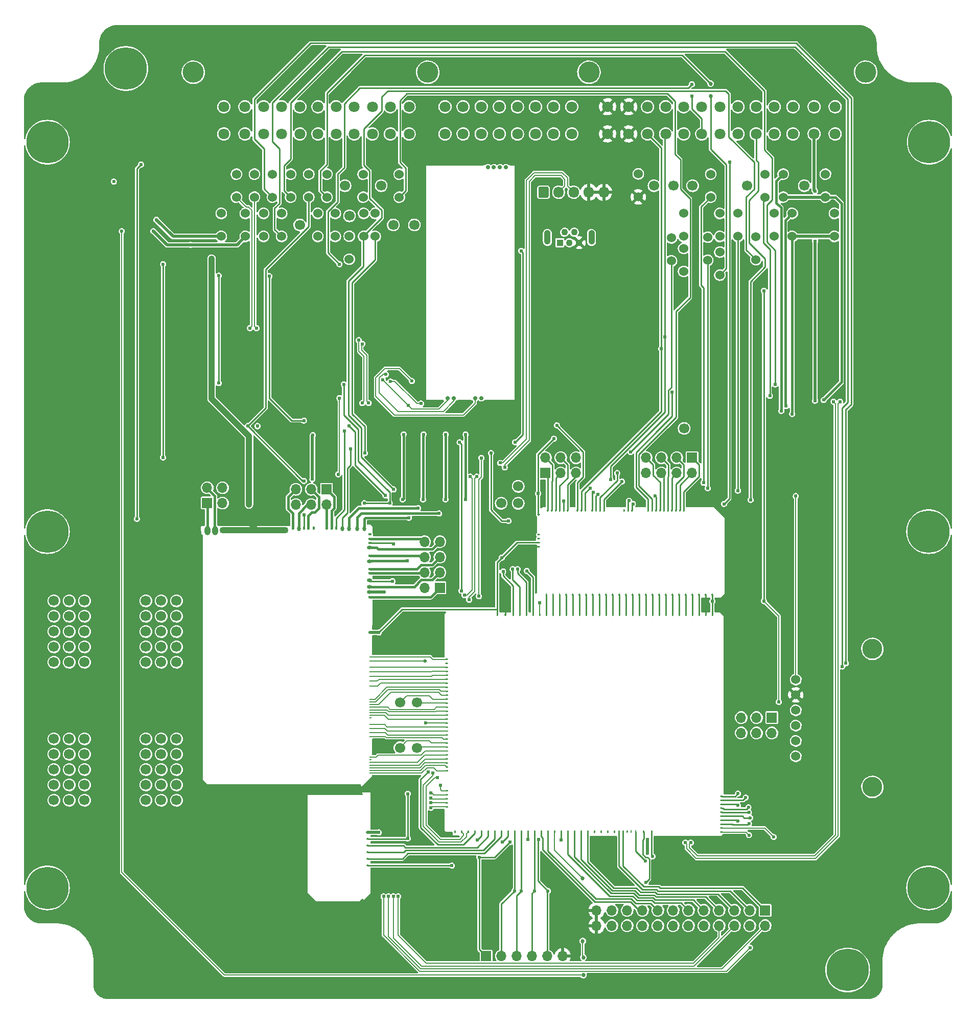
<source format=gbl>
G04 #@! TF.GenerationSoftware,KiCad,Pcbnew,(5.99.0-10192-g8d0191151d)*
G04 #@! TF.CreationDate,2021-04-13T20:44:49+03:00*
G04 #@! TF.ProjectId,hellen64_miataNA6_94,68656c6c-656e-4363-945f-6d696174614e,R0.4*
G04 #@! TF.SameCoordinates,PX1406f40PYa852d20*
G04 #@! TF.FileFunction,Copper,L2,Bot*
G04 #@! TF.FilePolarity,Positive*
%FSLAX46Y46*%
G04 Gerber Fmt 4.6, Leading zero omitted, Abs format (unit mm)*
G04 Created by KiCad (PCBNEW (5.99.0-10192-g8d0191151d)) date 2021-04-13 20:44:49*
%MOMM*%
%LPD*%
G01*
G04 APERTURE LIST*
G04 #@! TA.AperFunction,ComponentPad*
%ADD10C,0.599999*%
G04 #@! TD*
G04 #@! TA.AperFunction,ComponentPad*
%ADD11C,1.524000*%
G04 #@! TD*
G04 #@! TA.AperFunction,ComponentPad*
%ADD12C,1.700000*%
G04 #@! TD*
G04 #@! TA.AperFunction,ComponentPad*
%ADD13R,1.700000X1.700000*%
G04 #@! TD*
G04 #@! TA.AperFunction,ComponentPad*
%ADD14O,1.700000X1.700000*%
G04 #@! TD*
G04 #@! TA.AperFunction,SMDPad,CuDef*
%ADD15O,0.200000X40.800000*%
G04 #@! TD*
G04 #@! TA.AperFunction,SMDPad,CuDef*
%ADD16O,25.600000X0.200000*%
G04 #@! TD*
G04 #@! TA.AperFunction,SMDPad,CuDef*
%ADD17O,1.000001X1.500000*%
G04 #@! TD*
G04 #@! TA.AperFunction,SMDPad,CuDef*
%ADD18O,11.400000X1.100000*%
G04 #@! TD*
G04 #@! TA.AperFunction,SMDPad,CuDef*
%ADD19O,0.399999X0.599999*%
G04 #@! TD*
G04 #@! TA.AperFunction,SMDPad,CuDef*
%ADD20O,0.599999X0.800001*%
G04 #@! TD*
G04 #@! TA.AperFunction,SMDPad,CuDef*
%ADD21O,0.599999X0.399999*%
G04 #@! TD*
G04 #@! TA.AperFunction,SMDPad,CuDef*
%ADD22O,0.800001X0.599999*%
G04 #@! TD*
G04 #@! TA.AperFunction,SMDPad,CuDef*
%ADD23O,0.399999X0.200000*%
G04 #@! TD*
G04 #@! TA.AperFunction,ComponentPad*
%ADD24C,3.500120*%
G04 #@! TD*
G04 #@! TA.AperFunction,ComponentPad*
%ADD25C,1.800000*%
G04 #@! TD*
G04 #@! TA.AperFunction,ComponentPad*
%ADD26C,7.000000*%
G04 #@! TD*
G04 #@! TA.AperFunction,ComponentPad*
%ADD27R,1.100000X1.100000*%
G04 #@! TD*
G04 #@! TA.AperFunction,ComponentPad*
%ADD28C,1.100000*%
G04 #@! TD*
G04 #@! TA.AperFunction,ComponentPad*
%ADD29O,1.100000X2.400000*%
G04 #@! TD*
G04 #@! TA.AperFunction,ComponentPad*
%ADD30C,3.302000*%
G04 #@! TD*
G04 #@! TA.AperFunction,ComponentPad*
%ADD31C,0.700000*%
G04 #@! TD*
G04 #@! TA.AperFunction,SMDPad,CuDef*
%ADD32R,9.750000X0.250000*%
G04 #@! TD*
G04 #@! TA.AperFunction,SMDPad,CuDef*
%ADD33R,5.050000X0.250000*%
G04 #@! TD*
G04 #@! TA.AperFunction,SMDPad,CuDef*
%ADD34R,0.250000X39.250000*%
G04 #@! TD*
G04 #@! TA.AperFunction,SMDPad,CuDef*
%ADD35R,3.100000X0.250000*%
G04 #@! TD*
G04 #@! TA.AperFunction,SMDPad,CuDef*
%ADD36R,2.250000X0.250000*%
G04 #@! TD*
G04 #@! TA.AperFunction,SMDPad,CuDef*
%ADD37R,0.950000X0.250000*%
G04 #@! TD*
G04 #@! TA.AperFunction,ComponentPad*
%ADD38O,1.700000X1.850000*%
G04 #@! TD*
G04 #@! TA.AperFunction,ViaPad*
%ADD39C,0.600000*%
G04 #@! TD*
G04 #@! TA.AperFunction,ViaPad*
%ADD40C,0.685800*%
G04 #@! TD*
G04 #@! TA.AperFunction,ViaPad*
%ADD41C,0.609600*%
G04 #@! TD*
G04 #@! TA.AperFunction,ViaPad*
%ADD42C,1.000000*%
G04 #@! TD*
G04 #@! TA.AperFunction,Conductor*
%ADD43C,0.254000*%
G04 #@! TD*
G04 #@! TA.AperFunction,Conductor*
%ADD44C,0.508000*%
G04 #@! TD*
G04 #@! TA.AperFunction,Conductor*
%ADD45C,0.203200*%
G04 #@! TD*
G04 #@! TA.AperFunction,Conductor*
%ADD46C,0.200000*%
G04 #@! TD*
G04 #@! TA.AperFunction,Conductor*
%ADD47C,0.400000*%
G04 #@! TD*
G04 #@! TA.AperFunction,Conductor*
%ADD48C,1.000000*%
G04 #@! TD*
G04 APERTURE END LIST*
D10*
G04 #@! TO.P,M4,V1,V33*
G04 #@! TO.N,+3V3*
X75566855Y23589700D03*
G04 #@! TO.P,M4,V2,GND*
G04 #@! TO.N,GND*
X77141869Y18684691D03*
G04 #@! TO.P,M4,V3,GND*
X89845887Y18693754D03*
G04 #@! TO.P,M4,V4,SD_CS*
G04 #@! TO.N,/SD_CS*
X81366859Y18014690D03*
G04 #@! TO.P,M4,V5,SD_MOSI*
G04 #@! TO.N,/SD_MOSI*
X82541863Y18014690D03*
G04 #@! TO.P,M4,V6,SD_SCK*
G04 #@! TO.N,/SD_SCK*
X84716857Y18014690D03*
G04 #@! TO.P,M4,V7,SD_MISO*
G04 #@! TO.N,/SD_MISO*
X86941859Y18014690D03*
G04 #@! TD*
D11*
G04 #@! TO.P,R32,1,1*
G04 #@! TO.N,Net-(R20-Pad2)*
X51700700Y126395000D03*
G04 #@! TO.P,R32,2,2*
G04 #@! TO.N,/1M*
X51700700Y130205000D03*
G04 #@! TD*
D12*
G04 #@! TO.P,P24,1,Pin_1*
G04 #@! TO.N,/IO12*
X65210960Y49204880D03*
G04 #@! TD*
G04 #@! TO.P,P47,1,Pin_1*
G04 #@! TO.N,Net-(P2-Pad21)*
X59310960Y134800000D03*
G04 #@! TD*
D13*
G04 #@! TO.P,J10,1,Pin_1*
G04 #@! TO.N,/OUT_LOW11*
X50252360Y84513880D03*
D14*
G04 #@! TO.P,J10,2,Pin_2*
G04 #@! TO.N,/OUT_LOW6_PULLUP*
X50252360Y81973880D03*
G04 #@! TO.P,J10,3,Pin_3*
G04 #@! TO.N,/OUT_HIGH2*
X47712360Y84513880D03*
G04 #@! TO.P,J10,4,Pin_4*
G04 #@! TO.N,/OUT_LOW1_DUAL*
X47712360Y81973880D03*
G04 #@! TO.P,J10,5,Pin_5*
G04 #@! TO.N,/OUT_PP2*
X45172360Y84513880D03*
G04 #@! TO.P,J10,6,Pin_6*
G04 #@! TO.N,unconnected-(J10-Pad6)*
X45172360Y81973880D03*
G04 #@! TD*
D12*
G04 #@! TO.P,G4,1*
G04 #@! TO.N,Net-(G4-Pad1)*
X20320000Y55880000D03*
G04 #@! TO.P,G4,2*
G04 #@! TO.N,Net-(G4-Pad12)*
X20320000Y58420000D03*
G04 #@! TO.P,G4,3*
G04 #@! TO.N,Net-(G4-Pad13)*
X20320000Y60960000D03*
G04 #@! TO.P,G4,4*
G04 #@! TO.N,Net-(G4-Pad14)*
X20320000Y63500000D03*
G04 #@! TO.P,G4,5*
G04 #@! TO.N,Net-(G4-Pad10)*
X20320000Y66040000D03*
G04 #@! TO.P,G4,6*
G04 #@! TO.N,Net-(G4-Pad1)*
X22860000Y55880000D03*
G04 #@! TO.P,G4,7*
G04 #@! TO.N,Net-(G4-Pad12)*
X22860000Y58420000D03*
G04 #@! TO.P,G4,8*
G04 #@! TO.N,Net-(G4-Pad13)*
X22860000Y60960000D03*
G04 #@! TO.P,G4,9*
G04 #@! TO.N,Net-(G4-Pad14)*
X22860000Y63500000D03*
G04 #@! TO.P,G4,10*
G04 #@! TO.N,Net-(G4-Pad10)*
X22860000Y66040000D03*
G04 #@! TO.P,G4,11*
G04 #@! TO.N,Net-(G4-Pad1)*
X25400000Y55880000D03*
G04 #@! TO.P,G4,12*
G04 #@! TO.N,Net-(G4-Pad12)*
X25400000Y58420000D03*
G04 #@! TO.P,G4,13*
G04 #@! TO.N,Net-(G4-Pad13)*
X25400000Y60960000D03*
G04 #@! TO.P,G4,14*
G04 #@! TO.N,Net-(G4-Pad14)*
X25400000Y63500000D03*
G04 #@! TO.P,G4,15*
G04 #@! TO.N,Net-(G4-Pad10)*
X25400000Y66040000D03*
G04 #@! TD*
D11*
G04 #@! TO.P,R11,1,1*
G04 #@! TO.N,/IN_TPS*
X115410960Y123795000D03*
G04 #@! TO.P,R11,2,2*
G04 #@! TO.N,/1N*
X115410960Y119985000D03*
G04 #@! TD*
G04 #@! TO.P,R41,1,1*
G04 #@! TO.N,/IN_VIGN*
X36810960Y126395000D03*
G04 #@! TO.P,R41,2,2*
G04 #@! TO.N,/1C*
X36810960Y130205000D03*
G04 #@! TD*
D15*
G04 #@! TO.P,M5,G,GND*
G04 #@! TO.N,GND*
X29714858Y56651380D03*
D16*
X43114859Y35626378D03*
G04 #@! TA.AperFunction,SMDPad,CuDef*
G36*
G01*
X29787014Y36405645D02*
X30494120Y35698539D01*
G75*
G02*
X30494120Y35557117I-70711J-70711D01*
G01*
X30494120Y35557117D01*
G75*
G02*
X30352698Y35557117I-70711J70711D01*
G01*
X29645592Y36264223D01*
G75*
G02*
X29645592Y36405645I70711J70711D01*
G01*
X29645592Y36405645D01*
G75*
G02*
X29787014Y36405645I70711J-70711D01*
G01*
G37*
G04 #@! TD.AperFunction*
D17*
G04 #@! TO.P,M5,S1,OUT_SOLENOID_A1*
G04 #@! TO.N,/OUT_SOLENOID_A1*
X30513317Y77637666D03*
G04 #@! TO.P,M5,S2,OUT_SOLENOID_A2*
G04 #@! TO.N,/OUT_SOLENOID_A2*
X31769182Y77637666D03*
D18*
G04 #@! TO.P,M5,S3,GND*
G04 #@! TO.N,GND*
X38213317Y77762667D03*
D19*
G04 #@! TO.P,M5,S6,OUT_PP2*
G04 #@! TO.N,/OUT_PP2*
X44663309Y78062666D03*
D20*
G04 #@! TO.P,M5,S7,OUT_LOW1_DUAL*
G04 #@! TO.N,/OUT_LOW1_DUAL*
X45638321Y77962661D03*
D19*
G04 #@! TO.P,M5,S8,OUT_LOW8*
G04 #@! TO.N,/OUT_ECF*
X46508078Y78062666D03*
G04 #@! TO.P,M5,S9,OUT_HIGH2*
G04 #@! TO.N,/OUT_HIGH2*
X47238315Y78062666D03*
G04 #@! TO.P,M5,S10,OUT_LOW10*
G04 #@! TO.N,unconnected-(M5-PadS10)*
X48133078Y78062666D03*
G04 #@! TO.P,M5,S12,OUT_LOW6_PULLUP*
G04 #@! TO.N,/OUT_LOW6_PULLUP*
X50208078Y78062666D03*
G04 #@! TO.P,M5,S13,OUT_LOW11*
G04 #@! TO.N,/OUT_LOW11*
X51108074Y78062666D03*
G04 #@! TO.P,M5,S14,OUT_LOW7*
G04 #@! TO.N,/OUT_PUMP*
X51818316Y78062666D03*
D20*
G04 #@! TO.P,M5,S15,OUT_INJ6*
G04 #@! TO.N,/OUT_TACH*
X52838317Y77962666D03*
G04 #@! TO.P,M5,S16,OUT_INJ2*
G04 #@! TO.N,/OUT_INJ2*
X54013316Y77962666D03*
G04 #@! TO.P,M5,S17,OUT_INJ3*
G04 #@! TO.N,/OUT_INJ3*
X55363315Y77962666D03*
G04 #@! TO.P,M5,S18,OUT_INJ1*
G04 #@! TO.N,/OUT_INJ1*
X56538314Y77962666D03*
D21*
G04 #@! TO.P,M5,W1,OUT_LOW12*
G04 #@! TO.N,unconnected-(M5-PadW1)*
X57438315Y77032427D03*
G04 #@! TO.P,M5,W2,OUT_LOW9*
G04 #@! TO.N,/OUT_LOW9*
X57438315Y76337668D03*
G04 #@! TO.P,M5,W3,OUT_LOW4_DIODE*
G04 #@! TO.N,/OUT_CE*
X57438315Y75657428D03*
D22*
G04 #@! TO.P,M5,W4,OUT_LOW2_DUAL*
G04 #@! TO.N,/OUT_LOW2_DUAL*
X57343317Y74837666D03*
D21*
G04 #@! TO.P,M5,W6,OUT_PP1*
G04 #@! TO.N,/OUT_PP1*
X57438315Y73532429D03*
D22*
G04 #@! TO.P,M5,W7,OUT_INJ4*
G04 #@! TO.N,/OUT_INJ4*
X57343317Y72562664D03*
D21*
G04 #@! TO.P,M5,W8,OUT_HIGH1*
G04 #@! TO.N,/OUT_HIGH1*
X57438315Y71287666D03*
G04 #@! TO.P,M5,W9,OUT_LOW5_PULLUP*
G04 #@! TO.N,/OUT_LOW5_PULLUP*
X57438315Y70637664D03*
D22*
G04 #@! TO.P,M5,W10,OUT_INJ5*
G04 #@! TO.N,/OUT_CONDENSER_FAN*
X57343317Y69437664D03*
G04 #@! TO.P,M5,W11,OUT_INJ8*
G04 #@! TO.N,/OUT_INJ8*
X57343317Y68362660D03*
G04 #@! TO.P,M5,W12,OUT_INJ7*
G04 #@! TO.N,/OUT_IDLE*
X57343317Y67487658D03*
D21*
G04 #@! TO.P,M5,W13,OUT_LOW3_MAIN*
G04 #@! TO.N,/OUT_LOW3_DUAL*
X57438315Y66662666D03*
G04 #@! TO.P,M5,W14,V5*
G04 #@! TO.N,+5V*
X57438315Y60812665D03*
D23*
G04 #@! TO.P,M5,W15,INJ8*
G04 #@! TO.N,/INJ8*
X57543316Y56757695D03*
G04 #@! TO.P,M5,W16,INJ7*
G04 #@! TO.N,/IDLE*
X57543316Y56097693D03*
G04 #@! TO.P,M5,W17,INJ6*
G04 #@! TO.N,/INJ6*
X57543316Y55037665D03*
G04 #@! TO.P,M5,W18,INJ5*
G04 #@! TO.N,/INJ5*
X57543316Y54333580D03*
G04 #@! TO.P,M5,W19,INJ4*
G04 #@! TO.N,/INJ4*
X57543316Y53533541D03*
G04 #@! TO.P,M5,W20,INJ3*
G04 #@! TO.N,/INJ3*
X57543316Y52733502D03*
G04 #@! TO.P,M5,W21,LOW8*
G04 #@! TO.N,/ECF*
X57543316Y51937666D03*
G04 #@! TO.P,M5,W22,PP2*
G04 #@! TO.N,/PP2*
X57543316Y49742664D03*
G04 #@! TO.P,M5,W23,INJ2*
G04 #@! TO.N,/INJ2*
X57543316Y49302665D03*
G04 #@! TO.P,M5,W24,INJ1*
G04 #@! TO.N,/INJ1*
X57543316Y48862666D03*
G04 #@! TO.P,M5,W25,LOW4_DIODE*
G04 #@! TO.N,/CE*
X57543316Y48422664D03*
G04 #@! TO.P,M5,W26,LOW9*
G04 #@! TO.N,/LOW9*
X57543316Y47982665D03*
G04 #@! TO.P,M5,W27,LOW7*
G04 #@! TO.N,/PUMP*
X57543316Y47542666D03*
G04 #@! TO.P,M5,W28,PP1*
G04 #@! TO.N,/PP1*
X57543316Y47102664D03*
G04 #@! TO.P,M5,W29,LOW12*
G04 #@! TO.N,unconnected-(M5-PadW29)*
X57543316Y46662665D03*
G04 #@! TO.P,M5,W30,SOLENOID_B2*
G04 #@! TO.N,/SOLENOID_B2*
X57543316Y45537694D03*
G04 #@! TO.P,M5,W31,SOLENOID_B1*
G04 #@! TO.N,/SOLENOID_B1*
X57543316Y44877696D03*
G04 #@! TO.P,M5,W32,SOLENOID_A2*
G04 #@! TO.N,/SOLENOID_A2*
X57543316Y44217694D03*
G04 #@! TO.P,M5,W33,SOLENOID_A1*
G04 #@! TO.N,/SOLENOID_A1*
X57543316Y43557696D03*
G04 #@! TO.P,M5,W34,LOW2_DUAL*
G04 #@! TO.N,/LOW2_DUAL*
X57543316Y40152666D03*
G04 #@! TO.P,M5,W35,LOW10*
G04 #@! TO.N,unconnected-(M5-PadW35)*
X57543316Y39712667D03*
G04 #@! TO.P,M5,W36,LOW11*
G04 #@! TO.N,/LOW11*
X57543316Y39272665D03*
G04 #@! TO.P,M5,W37,LOW6_HIGH2*
G04 #@! TO.N,/LOW6_HIGH2*
X57543316Y38832666D03*
G04 #@! TO.P,M5,W38,LOW1_DUAL*
G04 #@! TO.N,/LOW1_DUAL*
X57543316Y38392667D03*
G04 #@! TO.P,M5,W39,LOW5_HIGH1*
G04 #@! TO.N,/LOW5_HIGH1*
X57543316Y37952665D03*
G04 #@! TO.P,M5,W40,LOW3_MAIN*
G04 #@! TO.N,/LOW3_DUAL*
X57543316Y37512666D03*
G04 #@! TD*
D11*
G04 #@! TO.P,R36,1,1*
G04 #@! TO.N,/OUT_IGN2*
X41310960Y132895000D03*
G04 #@! TO.P,R36,2,2*
G04 #@! TO.N,/1H*
X41310960Y136705000D03*
G04 #@! TD*
D12*
G04 #@! TO.P,P22,1,Pin_1*
G04 #@! TO.N,/IO7*
X65210960Y41704880D03*
G04 #@! TD*
D11*
G04 #@! TO.P,R48,1,1*
G04 #@! TO.N,Net-(R24-Pad2)*
X109410960Y126390000D03*
G04 #@! TO.P,R48,2,2*
G04 #@! TO.N,/3I*
X109410960Y130200000D03*
G04 #@! TD*
G04 #@! TO.P,R24,1,1*
G04 #@! TO.N,/OUT_TACH*
X107410960Y122340001D03*
G04 #@! TO.P,R24,2,2*
G04 #@! TO.N,Net-(R24-Pad2)*
X107410960Y126150001D03*
G04 #@! TD*
G04 #@! TO.P,R33,1,1*
G04 #@! TO.N,/OUT_ECF*
X47310960Y132895000D03*
G04 #@! TO.P,R33,2,2*
G04 #@! TO.N,/1L*
X47310960Y136705000D03*
G04 #@! TD*
G04 #@! TO.P,R42,1,1*
G04 #@! TO.N,+12V_PERM*
X32810960Y126395000D03*
G04 #@! TO.P,R42,2,2*
G04 #@! TO.N,/1A*
X32810960Y130205000D03*
G04 #@! TD*
D24*
G04 #@! TO.P,P2,*
G04 #@! TO.N,*
X93728300Y153574420D03*
X139577840Y153574420D03*
X28178520Y153574420D03*
X67027820Y153574420D03*
D25*
G04 #@! TO.P,P2,1,1A*
G04 #@! TO.N,/1A*
X33230580Y143373780D03*
G04 #@! TO.P,P2,2,1C*
G04 #@! TO.N,/1C*
X36728160Y143373780D03*
G04 #@! TO.P,P2,3,1E*
G04 #@! TO.N,/1E*
X39829500Y143373780D03*
G04 #@! TO.P,P2,4,1G*
G04 #@! TO.N,/1G*
X42829240Y143373780D03*
G04 #@! TO.P,P2,5,1I*
G04 #@! TO.N,Net-(P2-Pad5)*
X45828980Y143373780D03*
G04 #@! TO.P,P2,6,1K*
G04 #@! TO.N,Net-(P2-Pad6)*
X48828720Y143373780D03*
G04 #@! TO.P,P2,7,1M*
G04 #@! TO.N,/1M*
X51828460Y143373780D03*
G04 #@! TO.P,P2,8,1O*
G04 #@! TO.N,/1O*
X54828200Y143373780D03*
G04 #@! TO.P,P2,9,1Q*
G04 #@! TO.N,/1Q*
X57827940Y143373780D03*
G04 #@! TO.P,P2,10,1S*
G04 #@! TO.N,Net-(P2-Pad10)*
X60827680Y143373780D03*
G04 #@! TO.P,P2,11,1U*
G04 #@! TO.N,/1U*
X63929020Y143373780D03*
G04 #@! TO.P,P2,12,1B*
G04 #@! TO.N,+12V_RAW*
X33230580Y147874660D03*
G04 #@! TO.P,P2,13,1D*
G04 #@! TO.N,/1D*
X36728160Y147874660D03*
G04 #@! TO.P,P2,14,1F*
G04 #@! TO.N,/1F*
X39829500Y147874660D03*
G04 #@! TO.P,P2,15,1H*
G04 #@! TO.N,/1H*
X42829240Y147874660D03*
G04 #@! TO.P,P2,16,1J*
G04 #@! TO.N,/1J*
X45828980Y147874660D03*
G04 #@! TO.P,P2,17,1L*
G04 #@! TO.N,/1L*
X48828720Y147874660D03*
G04 #@! TO.P,P2,18,1N*
G04 #@! TO.N,Net-(P2-Pad18)*
X51828460Y147874660D03*
G04 #@! TO.P,P2,19,1P*
G04 #@! TO.N,/1P*
X54828200Y147874660D03*
G04 #@! TO.P,P2,20,1R*
G04 #@! TO.N,Net-(P2-Pad20)*
X57827940Y147874660D03*
G04 #@! TO.P,P2,21,1T*
G04 #@! TO.N,Net-(P2-Pad21)*
X60827680Y147874660D03*
G04 #@! TO.P,P2,22,1V*
G04 #@! TO.N,/1V*
X63929020Y147874660D03*
G04 #@! TO.P,P2,23,2A*
G04 #@! TO.N,unconnected-(P2-Pad23)*
X69877700Y143373780D03*
G04 #@! TO.P,P2,24,2C*
G04 #@! TO.N,/LSU_HEAT-*
X72877440Y143373780D03*
G04 #@! TO.P,P2,25,2E*
G04 #@! TO.N,/LSU_CALIBR_RES*
X75877180Y143373780D03*
G04 #@! TO.P,P2,26,2G*
G04 #@! TO.N,/LSU_SENSOR_U{slash}PUMP_I*
X78876920Y143373780D03*
G04 #@! TO.P,P2,27,2I*
G04 #@! TO.N,unconnected-(P2-Pad27)*
X81879200Y143373780D03*
G04 #@! TO.P,P2,28,2K*
G04 #@! TO.N,unconnected-(P2-Pad28)*
X84878940Y143373780D03*
G04 #@! TO.P,P2,29,2M*
G04 #@! TO.N,/VBUS*
X87878680Y143373780D03*
G04 #@! TO.P,P2,30,2O*
G04 #@! TO.N,/USB-*
X90878420Y143373780D03*
G04 #@! TO.P,P2,31,2B*
G04 #@! TO.N,unconnected-(P2-Pad31)*
X69877700Y147874660D03*
G04 #@! TO.P,P2,32,2D*
G04 #@! TO.N,/LSU_HEAT-*
X72877440Y147874660D03*
G04 #@! TO.P,P2,33,2F*
G04 #@! TO.N,/LSU_PUMP_I*
X75877180Y147874660D03*
G04 #@! TO.P,P2,34,2H*
G04 #@! TO.N,/LSU_SENSOR_U*
X78876920Y147874660D03*
G04 #@! TO.P,P2,35,2J*
G04 #@! TO.N,unconnected-(P2-Pad35)*
X81879200Y147874660D03*
G04 #@! TO.P,P2,36,2L*
G04 #@! TO.N,unconnected-(P2-Pad36)*
X84878940Y147874660D03*
G04 #@! TO.P,P2,37,2N*
G04 #@! TO.N,unconnected-(P2-Pad37)*
X87878680Y147874660D03*
G04 #@! TO.P,P2,38,2P*
G04 #@! TO.N,/USB+*
X90878420Y147874660D03*
G04 #@! TO.P,P2,39,3A*
G04 #@! TO.N,GND*
X96824560Y143373780D03*
G04 #@! TO.P,P2,40,3C*
X100324680Y143373780D03*
G04 #@! TO.P,P2,41,3E*
G04 #@! TO.N,/IN_CRANK*
X103428560Y143373780D03*
G04 #@! TO.P,P2,42,3G*
G04 #@! TO.N,/IN_CAM*
X106428300Y143373780D03*
G04 #@! TO.P,P2,43,3I*
G04 #@! TO.N,/3I*
X109428040Y143373780D03*
G04 #@! TO.P,P2,44,3K*
G04 #@! TO.N,+5VA*
X112427780Y143373780D03*
G04 #@! TO.P,P2,45,3M*
G04 #@! TO.N,/3M*
X115427520Y143373780D03*
G04 #@! TO.P,P2,46,3O*
G04 #@! TO.N,/3O*
X118427260Y143373780D03*
G04 #@! TO.P,P2,47,3Q*
G04 #@! TO.N,/IN_CLT*
X121427000Y143373780D03*
G04 #@! TO.P,P2,48,3S*
G04 #@! TO.N,/3S*
X124426740Y143373780D03*
G04 #@! TO.P,P2,49,3U*
G04 #@! TO.N,/OUT_INJ1*
X127528080Y143373780D03*
G04 #@! TO.P,P2,50,3W*
G04 #@! TO.N,/OUT_IDLE*
X131028200Y143373780D03*
G04 #@! TO.P,P2,51,3Y*
G04 #@! TO.N,/3Y*
X134528320Y143373780D03*
G04 #@! TO.P,P2,52,3B*
G04 #@! TO.N,GND*
X96824560Y147874660D03*
G04 #@! TO.P,P2,53,3D*
X100324680Y147874660D03*
G04 #@! TO.P,P2,54,3F*
G04 #@! TO.N,/3F*
X103428560Y147874660D03*
G04 #@! TO.P,P2,55,3H*
G04 #@! TO.N,/3H*
X106428300Y147874660D03*
G04 #@! TO.P,P2,56,3J*
G04 #@! TO.N,/3J*
X109428040Y147874660D03*
G04 #@! TO.P,P2,57,3L*
G04 #@! TO.N,/3L*
X112427780Y147874660D03*
G04 #@! TO.P,P2,58,3N*
G04 #@! TO.N,/3N*
X115427520Y147874660D03*
G04 #@! TO.P,P2,59,3P*
G04 #@! TO.N,/IN_IAT*
X118427260Y147874660D03*
G04 #@! TO.P,P2,60,3R*
G04 #@! TO.N,/3R*
X121427000Y147874660D03*
G04 #@! TO.P,P2,61,3T*
G04 #@! TO.N,/3T*
X124426740Y147874660D03*
G04 #@! TO.P,P2,62,3V*
G04 #@! TO.N,/OUT_INJ2*
X127528080Y147874660D03*
G04 #@! TO.P,P2,63,3X*
G04 #@! TO.N,/3X*
X131028200Y147874660D03*
G04 #@! TO.P,P2,64,3Z*
G04 #@! TO.N,/3Z*
X134528320Y147874660D03*
G04 #@! TD*
D12*
G04 #@! TO.P,P56,1,Pin_1*
G04 #@! TO.N,/3H*
X104510960Y134795000D03*
G04 #@! TD*
D26*
G04 #@! TO.P,J18,1,Pin_1*
G04 #@! TO.N,unconnected-(J18-Pad1)*
X4000000Y142000000D03*
G04 #@! TD*
D12*
G04 #@! TO.P,P52,1,Pin_1*
G04 #@! TO.N,/3X*
X129410960Y134795000D03*
G04 #@! TD*
G04 #@! TO.P,P26,1,Pin_1*
G04 #@! TO.N,/IN_D2*
X79200700Y82200880D03*
G04 #@! TD*
D11*
G04 #@! TO.P,R43,1,1*
G04 #@! TO.N,/OUT_PUMP*
X122910960Y132890000D03*
G04 #@! TO.P,R43,2,2*
G04 #@! TO.N,/3T*
X122910960Y136700000D03*
G04 #@! TD*
D27*
G04 #@! TO.P,J1,1,VBUS*
G04 #@! TO.N,/VBUS*
X88900700Y125349180D03*
D28*
G04 #@! TO.P,J1,2,D-*
G04 #@! TO.N,/USB-*
X89700700Y127099180D03*
G04 #@! TO.P,J1,3,D+*
G04 #@! TO.N,/USB+*
X90500700Y125349180D03*
G04 #@! TO.P,J1,4,ID*
G04 #@! TO.N,unconnected-(J1-Pad4)*
X91300700Y127099180D03*
G04 #@! TO.P,J1,5,GND*
G04 #@! TO.N,GND*
X92100700Y125349180D03*
D29*
G04 #@! TO.P,J1,6,Shield*
G04 #@! TO.N,unconnected-(J1-Pad6)*
X86850700Y126224180D03*
X94150700Y126224180D03*
G04 #@! TD*
D13*
G04 #@! TO.P,J9,1,Pin_1*
G04 #@! TO.N,/OUT_LOW3_DUAL*
X69029360Y68204880D03*
D14*
G04 #@! TO.P,J9,2,Pin_2*
G04 #@! TO.N,unconnected-(J9-Pad2)*
X66489360Y68204880D03*
G04 #@! TO.P,J9,3,Pin_3*
G04 #@! TO.N,/OUT_INJ8*
X69029360Y70744880D03*
G04 #@! TO.P,J9,4,Pin_4*
G04 #@! TO.N,/OUT_LOW5_PULLUP*
X66489360Y70744880D03*
G04 #@! TO.P,J9,5,Pin_5*
G04 #@! TO.N,/OUT_HIGH1*
X69029360Y73284880D03*
G04 #@! TO.P,J9,6,Pin_6*
G04 #@! TO.N,/OUT_PP1*
X66489360Y73284880D03*
G04 #@! TO.P,J9,7,Pin_7*
G04 #@! TO.N,/OUT_LOW2_DUAL*
X69029360Y75824880D03*
G04 #@! TO.P,J9,8,Pin_8*
G04 #@! TO.N,/OUT_LOW9*
X66489360Y75824880D03*
G04 #@! TD*
D13*
G04 #@! TO.P,J7,1,Pin_1*
G04 #@! TO.N,/OUT_SOLENOID_A1*
X30477360Y82238880D03*
D14*
G04 #@! TO.P,J7,2,Pin_2*
G04 #@! TO.N,/OUT_SOLENOID_A2*
X30477360Y84778880D03*
G04 #@! TO.P,J7,3,Pin_3*
G04 #@! TO.N,/OUT_SOLENOID_B1*
X33017360Y82238880D03*
G04 #@! TO.P,J7,4,Pin_4*
G04 #@! TO.N,/OUT_SOLENOID_B2*
X33017360Y84778880D03*
G04 #@! TD*
D11*
G04 #@! TO.P,R45,1,1*
G04 #@! TO.N,/IN_MAF*
X118410960Y126390000D03*
G04 #@! TO.P,R45,2,2*
G04 #@! TO.N,/3O*
X118410960Y130200000D03*
G04 #@! TD*
D10*
G04 #@! TO.P,M8,V1,V5*
G04 #@! TO.N,+5V*
X59557362Y102669562D03*
G04 #@! TO.P,M8,V2,CAN_VIO*
G04 #@! TO.N,Net-(M12-PadW2)*
X60082362Y103544564D03*
G04 #@! TO.P,M8,V5,CAN_TX*
G04 #@! TO.N,Net-(M12-PadW4)*
X60832360Y102369560D03*
G04 #@! TO.P,M8,V6,CAN_RX*
G04 #@! TO.N,Net-(M12-PadW3)*
X64382361Y102444563D03*
G04 #@! TD*
D13*
G04 #@! TO.P,J8,1,Pin_1*
G04 #@! TO.N,/IN_SENS1*
X86511360Y87200880D03*
D14*
G04 #@! TO.P,J8,2,Pin_2*
G04 #@! TO.N,/IN_SENS2*
X86511360Y89740880D03*
G04 #@! TO.P,J8,3,Pin_3*
G04 #@! TO.N,/IN_SENS3*
X89051360Y87200880D03*
G04 #@! TO.P,J8,4,Pin_4*
G04 #@! TO.N,/IN_SENS4*
X89051360Y89740880D03*
G04 #@! TO.P,J8,5,Pin_5*
G04 #@! TO.N,/IN_VSS*
X91591360Y87200880D03*
G04 #@! TO.P,J8,6,Pin_6*
G04 #@! TO.N,unconnected-(J8-Pad6)*
X91591360Y89740880D03*
G04 #@! TD*
D30*
G04 #@! TO.P,U2,*
G04 #@! TO.N,*
X140700000Y58085000D03*
X140700000Y35225000D03*
D11*
G04 #@! TO.P,U2,1,VOUT*
G04 #@! TO.N,/IN_MAP3*
X128000000Y53005000D03*
G04 #@! TO.P,U2,2,GND*
G04 #@! TO.N,GND*
X128000000Y50465000D03*
G04 #@! TO.P,U2,3,VCC*
G04 #@! TO.N,+5VA*
X128000000Y47925000D03*
G04 #@! TO.P,U2,4,V1*
G04 #@! TO.N,unconnected-(U2-Pad4)*
X128000000Y45385000D03*
G04 #@! TO.P,U2,5,V2*
G04 #@! TO.N,unconnected-(U2-Pad5)*
X128000000Y42845000D03*
G04 #@! TO.P,U2,6,V_EX*
G04 #@! TO.N,unconnected-(U2-Pad6)*
X128000000Y40305000D03*
G04 #@! TD*
G04 #@! TO.P,R17,1,1*
G04 #@! TO.N,/OUT_INJ4*
X125910960Y132890000D03*
G04 #@! TO.P,R17,2,2*
G04 #@! TO.N,/OUT_INJ2*
X125910960Y136700000D03*
G04 #@! TD*
D13*
G04 #@! TO.P,J6,1,Pin_1*
G04 #@! TO.N,/IN_RES2*
X110811360Y89740880D03*
D14*
G04 #@! TO.P,J6,2,Pin_2*
G04 #@! TO.N,/IN_O2S2*
X110811360Y87200880D03*
G04 #@! TO.P,J6,3,Pin_3*
G04 #@! TO.N,/IN_PPS*
X108271360Y89740880D03*
G04 #@! TO.P,J6,4,Pin_4*
G04 #@! TO.N,/IN_RES1*
X108271360Y87200880D03*
G04 #@! TO.P,J6,5,Pin_5*
G04 #@! TO.N,/IN_RES3*
X105731360Y89740880D03*
G04 #@! TO.P,J6,6,Pin_6*
G04 #@! TO.N,/IN_AUX4*
X105731360Y87200880D03*
G04 #@! TO.P,J6,7,Pin_7*
G04 #@! TO.N,/IN_AUX3*
X103191360Y89740880D03*
G04 #@! TO.P,J6,8,Pin_8*
G04 #@! TO.N,/IN_MAP2*
X103191360Y87200880D03*
G04 #@! TD*
D12*
G04 #@! TO.P,G6,1*
G04 #@! TO.N,Net-(G6-Pad1)*
X5080000Y55880000D03*
G04 #@! TO.P,G6,2*
G04 #@! TO.N,Net-(G6-Pad12)*
X5080000Y58420000D03*
G04 #@! TO.P,G6,3*
G04 #@! TO.N,Net-(G6-Pad13)*
X5080000Y60960000D03*
G04 #@! TO.P,G6,4*
G04 #@! TO.N,Net-(G6-Pad14)*
X5080000Y63500000D03*
G04 #@! TO.P,G6,5*
G04 #@! TO.N,Net-(G6-Pad10)*
X5080000Y66040000D03*
G04 #@! TO.P,G6,6*
G04 #@! TO.N,Net-(G6-Pad1)*
X7620000Y55880000D03*
G04 #@! TO.P,G6,7*
G04 #@! TO.N,Net-(G6-Pad12)*
X7620000Y58420000D03*
G04 #@! TO.P,G6,8*
G04 #@! TO.N,Net-(G6-Pad13)*
X7620000Y60960000D03*
G04 #@! TO.P,G6,9*
G04 #@! TO.N,Net-(G6-Pad14)*
X7620000Y63500000D03*
G04 #@! TO.P,G6,10*
G04 #@! TO.N,Net-(G6-Pad10)*
X7620000Y66040000D03*
G04 #@! TO.P,G6,11*
G04 #@! TO.N,Net-(G6-Pad1)*
X10160000Y55880000D03*
G04 #@! TO.P,G6,12*
G04 #@! TO.N,Net-(G6-Pad12)*
X10160000Y58420000D03*
G04 #@! TO.P,G6,13*
G04 #@! TO.N,Net-(G6-Pad13)*
X10160000Y60960000D03*
G04 #@! TO.P,G6,14*
G04 #@! TO.N,Net-(G6-Pad14)*
X10160000Y63500000D03*
G04 #@! TO.P,G6,15*
G04 #@! TO.N,Net-(G6-Pad10)*
X10160000Y66040000D03*
G04 #@! TD*
G04 #@! TO.P,P55,1,Pin_1*
G04 #@! TO.N,/3J*
X107710560Y134794120D03*
G04 #@! TD*
D13*
G04 #@! TO.P,J3,1,Pin_1*
G04 #@! TO.N,+3V3*
X76679360Y7204880D03*
D14*
G04 #@! TO.P,J3,2,Pin_2*
G04 #@! TO.N,/SD_CS*
X79219360Y7204880D03*
G04 #@! TO.P,J3,3,Pin_3*
G04 #@! TO.N,/SD_MOSI*
X81759360Y7204880D03*
G04 #@! TO.P,J3,4,Pin_4*
G04 #@! TO.N,/SD_SCK*
X84299360Y7204880D03*
G04 #@! TO.P,J3,5,Pin_5*
G04 #@! TO.N,/SD_MISO*
X86839360Y7204880D03*
G04 #@! TO.P,J3,6,Pin_6*
G04 #@! TO.N,GND*
X89379360Y7204880D03*
G04 #@! TD*
D13*
G04 #@! TO.P,J5,1,Pin_1*
G04 #@! TO.N,/OUT_IGN3*
X124029360Y46704880D03*
D14*
G04 #@! TO.P,J5,2,Pin_2*
G04 #@! TO.N,/OUT_IGN4*
X124029360Y44164880D03*
G04 #@! TO.P,J5,3,Pin_3*
G04 #@! TO.N,/OUT_IGN5*
X121489360Y46704880D03*
G04 #@! TO.P,J5,4,Pin_4*
G04 #@! TO.N,/OUT_IGN6*
X121489360Y44164880D03*
G04 #@! TO.P,J5,5,Pin_5*
G04 #@! TO.N,/OUT_IGN7*
X118949360Y46704880D03*
G04 #@! TO.P,J5,6,Pin_6*
G04 #@! TO.N,/OUT_IGN8*
X118949360Y44164880D03*
G04 #@! TD*
D11*
G04 #@! TO.P,R29,1,1*
G04 #@! TO.N,/1R*
X56310960Y132895000D03*
G04 #@! TO.P,R29,2,2*
G04 #@! TO.N,Net-(P2-Pad20)*
X56310960Y136705000D03*
G04 #@! TD*
D12*
G04 #@! TO.P,P50,1,Pin_1*
G04 #@! TO.N,/1O*
X54060960Y129800880D03*
G04 #@! TD*
D11*
G04 #@! TO.P,R40,1,1*
G04 #@! TO.N,/CAN+*
X35310960Y132895000D03*
G04 #@! TO.P,R40,2,2*
G04 #@! TO.N,/1D*
X35310960Y136705000D03*
G04 #@! TD*
D26*
G04 #@! TO.P,J13,1,Pin_1*
G04 #@! TO.N,unconnected-(J13-Pad1)*
X4000000Y18500000D03*
G04 #@! TD*
G04 #@! TO.P,M7,G,GND*
G04 #@! TO.N,GND*
G04 #@! TA.AperFunction,SMDPad,CuDef*
G36*
G01*
X56200531Y33906360D02*
X47030533Y33906360D01*
G75*
G02*
X46930533Y34006360I0J100000D01*
G01*
X46930533Y34006360D01*
G75*
G02*
X47030533Y34106360I100000J0D01*
G01*
X56200531Y34106360D01*
G75*
G02*
X56300531Y34006360I0J-100000D01*
G01*
X56300531Y34006360D01*
G75*
G02*
X56200531Y33906360I-100000J0D01*
G01*
G37*
G04 #@! TD.AperFunction*
G04 #@! TA.AperFunction,SMDPad,CuDef*
G36*
G01*
X47093554Y17698591D02*
X48500696Y16291449D01*
G75*
G02*
X48500696Y16150027I-70711J-70711D01*
G01*
X48500696Y16150027D01*
G75*
G02*
X48359274Y16150027I-70711J70711D01*
G01*
X46952132Y17557169D01*
G75*
G02*
X46952132Y17698591I70711J70711D01*
G01*
X46952132Y17698591D01*
G75*
G02*
X47093554Y17698591I70711J-70711D01*
G01*
G37*
G04 #@! TD.AperFunction*
G04 #@! TA.AperFunction,SMDPad,CuDef*
G36*
G01*
X55692487Y16295421D02*
X56116751Y16719685D01*
G75*
G02*
X56258173Y16719685I70711J-70711D01*
G01*
X56258173Y16719685D01*
G75*
G02*
X56258173Y16578263I-70711J-70711D01*
G01*
X55833909Y16153999D01*
G75*
G02*
X55692487Y16153999I-70711J70711D01*
G01*
X55692487Y16153999D01*
G75*
G02*
X55692487Y16295421I70711J70711D01*
G01*
G37*
G04 #@! TD.AperFunction*
G04 #@! TA.AperFunction,SMDPad,CuDef*
G36*
G01*
X46920720Y17634439D02*
X46920720Y33984439D01*
G75*
G02*
X47020720Y34084439I100000J0D01*
G01*
X47020720Y34084439D01*
G75*
G02*
X47120720Y33984439I0J-100000D01*
G01*
X47120720Y17634439D01*
G75*
G02*
X47020720Y17534439I-100000J0D01*
G01*
X47020720Y17534439D01*
G75*
G02*
X46920720Y17634439I0J100000D01*
G01*
G37*
G04 #@! TD.AperFunction*
G04 #@! TA.AperFunction,SMDPad,CuDef*
G36*
G01*
X48459863Y16313876D02*
X55749863Y16313876D01*
G75*
G02*
X55849863Y16213876I0J-100000D01*
G01*
X55849863Y16213876D01*
G75*
G02*
X55749863Y16113876I-100000J0D01*
G01*
X48459863Y16113876D01*
G75*
G02*
X48359863Y16213876I0J100000D01*
G01*
X48359863Y16213876D01*
G75*
G02*
X48459863Y16313876I100000J0D01*
G01*
G37*
G04 #@! TD.AperFunction*
G04 #@! TO.P,M7,N1,V5*
G04 #@! TO.N,+5V*
G04 #@! TA.AperFunction,SMDPad,CuDef*
G36*
G01*
X56902364Y27838876D02*
X57152362Y27838876D01*
G75*
G02*
X57277362Y27713876I0J-125000D01*
G01*
X57277362Y27713876D01*
G75*
G02*
X57152362Y27588876I-125000J0D01*
G01*
X56902364Y27588876D01*
G75*
G02*
X56777364Y27713876I0J125000D01*
G01*
X56777364Y27713876D01*
G75*
G02*
X56902364Y27838876I125000J0D01*
G01*
G37*
G04 #@! TD.AperFunction*
G04 #@! TO.P,M7,N2,V33*
G04 #@! TO.N,+3V3*
G04 #@! TA.AperFunction,SMDPad,CuDef*
G36*
G01*
X56902364Y26738878D02*
X57152362Y26738878D01*
G75*
G02*
X57277362Y26613878I0J-125000D01*
G01*
X57277362Y26613878D01*
G75*
G02*
X57152362Y26488878I-125000J0D01*
G01*
X56902364Y26488878D01*
G75*
G02*
X56777364Y26613878I0J125000D01*
G01*
X56777364Y26613878D01*
G75*
G02*
X56902364Y26738878I125000J0D01*
G01*
G37*
G04 #@! TD.AperFunction*
G04 #@! TO.P,M7,N3,SWO*
G04 #@! TO.N,Net-(M3-PadN27)*
G04 #@! TA.AperFunction,SMDPad,CuDef*
G36*
G01*
X56902364Y25638880D02*
X57152362Y25638880D01*
G75*
G02*
X57277362Y25513880I0J-125000D01*
G01*
X57277362Y25513880D01*
G75*
G02*
X57152362Y25388880I-125000J0D01*
G01*
X56902364Y25388880D01*
G75*
G02*
X56777364Y25513880I0J125000D01*
G01*
X56777364Y25513880D01*
G75*
G02*
X56902364Y25638880I125000J0D01*
G01*
G37*
G04 #@! TD.AperFunction*
G04 #@! TO.P,M7,N4,SWDIO*
G04 #@! TO.N,Net-(M3-PadN26)*
G04 #@! TA.AperFunction,SMDPad,CuDef*
G36*
G01*
X56902364Y24538882D02*
X57152362Y24538882D01*
G75*
G02*
X57277362Y24413882I0J-125000D01*
G01*
X57277362Y24413882D01*
G75*
G02*
X57152362Y24288882I-125000J0D01*
G01*
X56902364Y24288882D01*
G75*
G02*
X56777364Y24413882I0J125000D01*
G01*
X56777364Y24413882D01*
G75*
G02*
X56902364Y24538882I125000J0D01*
G01*
G37*
G04 #@! TD.AperFunction*
G04 #@! TO.P,M7,N5,SWCLK*
G04 #@! TO.N,Net-(M3-PadN25)*
G04 #@! TA.AperFunction,SMDPad,CuDef*
G36*
G01*
X56902364Y23438884D02*
X57152362Y23438884D01*
G75*
G02*
X57277362Y23313884I0J-125000D01*
G01*
X57277362Y23313884D01*
G75*
G02*
X57152362Y23188884I-125000J0D01*
G01*
X56902364Y23188884D01*
G75*
G02*
X56777364Y23313884I0J125000D01*
G01*
X56777364Y23313884D01*
G75*
G02*
X56902364Y23438884I125000J0D01*
G01*
G37*
G04 #@! TD.AperFunction*
G04 #@! TO.P,M7,N6,nReset*
G04 #@! TO.N,/NRESET*
G04 #@! TA.AperFunction,SMDPad,CuDef*
G36*
G01*
X56902364Y22338887D02*
X57152362Y22338887D01*
G75*
G02*
X57277362Y22213887I0J-125000D01*
G01*
X57277362Y22213887D01*
G75*
G02*
X57152362Y22088887I-125000J0D01*
G01*
X56902364Y22088887D01*
G75*
G02*
X56777364Y22213887I0J125000D01*
G01*
X56777364Y22213887D01*
G75*
G02*
X56902364Y22338887I125000J0D01*
G01*
G37*
G04 #@! TD.AperFunction*
G04 #@! TD*
D12*
G04 #@! TO.P,P28,1,Pin_1*
G04 #@! TO.N,/IN_D4*
X82011360Y82200880D03*
G04 #@! TD*
D26*
G04 #@! TO.P,J12,1,Pin_1*
G04 #@! TO.N,unconnected-(J12-Pad1)*
X4000000Y77500000D03*
G04 #@! TD*
D12*
G04 #@! TO.P,P54,1,Pin_1*
G04 #@! TO.N,/3L*
X110910960Y134795000D03*
G04 #@! TD*
G04 #@! TO.P,M1,E1,GND*
G04 #@! TO.N,GND*
G04 #@! TA.AperFunction,SMDPad,CuDef*
G36*
G01*
X85260958Y75146477D02*
X85510958Y75146477D01*
G75*
G02*
X85635958Y75021477I0J-125000D01*
G01*
X85635958Y75021477D01*
G75*
G02*
X85510958Y74896477I-125000J0D01*
G01*
X85260958Y74896477D01*
G75*
G02*
X85135958Y75021477I0J125000D01*
G01*
X85135958Y75021477D01*
G75*
G02*
X85260958Y75146477I125000J0D01*
G01*
G37*
G04 #@! TD.AperFunction*
G04 #@! TO.P,M1,E2,V5*
G04 #@! TO.N,+5V*
G04 #@! TA.AperFunction,SMDPad,CuDef*
G36*
G01*
X85260958Y75806478D02*
X85510958Y75806478D01*
G75*
G02*
X85635958Y75681478I0J-125000D01*
G01*
X85635958Y75681478D01*
G75*
G02*
X85510958Y75556478I-125000J0D01*
G01*
X85260958Y75556478D01*
G75*
G02*
X85135958Y75681478I0J125000D01*
G01*
X85135958Y75681478D01*
G75*
G02*
X85260958Y75806478I125000J0D01*
G01*
G37*
G04 #@! TD.AperFunction*
G04 #@! TO.P,M1,E3,WBO_O2S2*
G04 #@! TO.N,unconnected-(M1-PadE3)*
G04 #@! TA.AperFunction,SMDPad,CuDef*
G36*
G01*
X85260958Y76466479D02*
X85510958Y76466479D01*
G75*
G02*
X85635958Y76341479I0J-125000D01*
G01*
X85635958Y76341479D01*
G75*
G02*
X85510958Y76216479I-125000J0D01*
G01*
X85260958Y76216479D01*
G75*
G02*
X85135958Y76341479I0J125000D01*
G01*
X85135958Y76341479D01*
G75*
G02*
X85260958Y76466479I125000J0D01*
G01*
G37*
G04 #@! TD.AperFunction*
G04 #@! TO.P,M1,E4,WBO_O2S*
G04 #@! TO.N,unconnected-(M1-PadE4)*
G04 #@! TA.AperFunction,SMDPad,CuDef*
G36*
G01*
X85260958Y77126480D02*
X85510958Y77126480D01*
G75*
G02*
X85635958Y77001480I0J-125000D01*
G01*
X85635958Y77001480D01*
G75*
G02*
X85510958Y76876480I-125000J0D01*
G01*
X85260958Y76876480D01*
G75*
G02*
X85135958Y77001480I0J125000D01*
G01*
X85135958Y77001480D01*
G75*
G02*
X85260958Y77126480I125000J0D01*
G01*
G37*
G04 #@! TD.AperFunction*
G04 #@! TO.P,M1,E5,V5A*
G04 #@! TO.N,+5VA*
G04 #@! TA.AperFunction,SMDPad,CuDef*
G36*
G01*
X85260958Y80426487D02*
X85510958Y80426487D01*
G75*
G02*
X85635958Y80301487I0J-125000D01*
G01*
X85635958Y80301487D01*
G75*
G02*
X85510958Y80176487I-125000J0D01*
G01*
X85260958Y80176487D01*
G75*
G02*
X85135958Y80301487I0J125000D01*
G01*
X85135958Y80301487D01*
G75*
G02*
X85260958Y80426487I125000J0D01*
G01*
G37*
G04 #@! TD.AperFunction*
G04 #@! TO.P,M1,N1,V5A*
G04 #@! TA.AperFunction,SMDPad,CuDef*
G36*
G01*
X114030960Y66927684D02*
X114030960Y67177684D01*
G75*
G02*
X114155960Y67302684I125000J0D01*
G01*
X114155960Y67302684D01*
G75*
G02*
X114280960Y67177684I0J-125000D01*
G01*
X114280960Y66927684D01*
G75*
G02*
X114155960Y66802684I-125000J0D01*
G01*
X114155960Y66802684D01*
G75*
G02*
X114030960Y66927684I0J125000D01*
G01*
G37*
G04 #@! TD.AperFunction*
G04 #@! TO.P,M1,N2,GNDA*
G04 #@! TO.N,GND*
G04 #@! TA.AperFunction,SMDPad,CuDef*
G36*
G01*
X113180956Y67177684D02*
X113180956Y66927684D01*
G75*
G02*
X113055956Y66802684I-125000J0D01*
G01*
X113055956Y66802684D01*
G75*
G02*
X112930956Y66927684I0J125000D01*
G01*
X112930956Y67177684D01*
G75*
G02*
X113055956Y67302684I125000J0D01*
G01*
X113055956Y67302684D01*
G75*
G02*
X113180956Y67177684I0J-125000D01*
G01*
G37*
G04 #@! TD.AperFunction*
G04 #@! TO.P,M1,N3,RES2*
G04 #@! TO.N,/RES2*
G04 #@! TA.AperFunction,SMDPad,CuDef*
G36*
G01*
X112080955Y67177684D02*
X112080955Y66927684D01*
G75*
G02*
X111955955Y66802684I-125000J0D01*
G01*
X111955955Y66802684D01*
G75*
G02*
X111830955Y66927684I0J125000D01*
G01*
X111830955Y67177684D01*
G75*
G02*
X111955955Y67302684I125000J0D01*
G01*
X111955955Y67302684D01*
G75*
G02*
X112080955Y67177684I0J-125000D01*
G01*
G37*
G04 #@! TD.AperFunction*
G04 #@! TO.P,M1,N4,O2S2*
G04 #@! TO.N,/O2S2*
G04 #@! TA.AperFunction,SMDPad,CuDef*
G36*
G01*
X110980958Y67177684D02*
X110980958Y66927684D01*
G75*
G02*
X110855958Y66802684I-125000J0D01*
G01*
X110855958Y66802684D01*
G75*
G02*
X110730958Y66927684I0J125000D01*
G01*
X110730958Y67177684D01*
G75*
G02*
X110855958Y67302684I125000J0D01*
G01*
X110855958Y67302684D01*
G75*
G02*
X110980958Y67177684I0J-125000D01*
G01*
G37*
G04 #@! TD.AperFunction*
G04 #@! TO.P,M1,N5,PPS*
G04 #@! TO.N,/PPS*
G04 #@! TA.AperFunction,SMDPad,CuDef*
G36*
G01*
X109880960Y67177684D02*
X109880960Y66927684D01*
G75*
G02*
X109755960Y66802684I-125000J0D01*
G01*
X109755960Y66802684D01*
G75*
G02*
X109630960Y66927684I0J125000D01*
G01*
X109630960Y67177684D01*
G75*
G02*
X109755960Y67302684I125000J0D01*
G01*
X109755960Y67302684D01*
G75*
G02*
X109880960Y67177684I0J-125000D01*
G01*
G37*
G04 #@! TD.AperFunction*
G04 #@! TO.P,M1,N6,RES1*
G04 #@! TO.N,/RES1*
G04 #@! TA.AperFunction,SMDPad,CuDef*
G36*
G01*
X108780962Y67177684D02*
X108780962Y66927684D01*
G75*
G02*
X108655962Y66802684I-125000J0D01*
G01*
X108655962Y66802684D01*
G75*
G02*
X108530962Y66927684I0J125000D01*
G01*
X108530962Y67177684D01*
G75*
G02*
X108655962Y67302684I125000J0D01*
G01*
X108655962Y67302684D01*
G75*
G02*
X108780962Y67177684I0J-125000D01*
G01*
G37*
G04 #@! TD.AperFunction*
G04 #@! TO.P,M1,N7,AUX4*
G04 #@! TO.N,/AUX4*
G04 #@! TA.AperFunction,SMDPad,CuDef*
G36*
G01*
X107680964Y67177684D02*
X107680964Y66927684D01*
G75*
G02*
X107555964Y66802684I-125000J0D01*
G01*
X107555964Y66802684D01*
G75*
G02*
X107430964Y66927684I0J125000D01*
G01*
X107430964Y67177684D01*
G75*
G02*
X107555964Y67302684I125000J0D01*
G01*
X107555964Y67302684D01*
G75*
G02*
X107680964Y67177684I0J-125000D01*
G01*
G37*
G04 #@! TD.AperFunction*
G04 #@! TO.P,M1,N8,AUX3*
G04 #@! TO.N,/AUX3*
G04 #@! TA.AperFunction,SMDPad,CuDef*
G36*
G01*
X106580966Y67177684D02*
X106580966Y66927684D01*
G75*
G02*
X106455966Y66802684I-125000J0D01*
G01*
X106455966Y66802684D01*
G75*
G02*
X106330966Y66927684I0J125000D01*
G01*
X106330966Y67177684D01*
G75*
G02*
X106455966Y67302684I125000J0D01*
G01*
X106455966Y67302684D01*
G75*
G02*
X106580966Y67177684I0J-125000D01*
G01*
G37*
G04 #@! TD.AperFunction*
G04 #@! TO.P,M1,N9,AUX2*
G04 #@! TO.N,/CLUTCH*
G04 #@! TA.AperFunction,SMDPad,CuDef*
G36*
G01*
X105480969Y67177684D02*
X105480969Y66927684D01*
G75*
G02*
X105355969Y66802684I-125000J0D01*
G01*
X105355969Y66802684D01*
G75*
G02*
X105230969Y66927684I0J125000D01*
G01*
X105230969Y67177684D01*
G75*
G02*
X105355969Y67302684I125000J0D01*
G01*
X105355969Y67302684D01*
G75*
G02*
X105480969Y67177684I0J-125000D01*
G01*
G37*
G04 #@! TD.AperFunction*
G04 #@! TO.P,M1,N10,AUX1*
G04 #@! TO.N,/AC_PRESS*
G04 #@! TA.AperFunction,SMDPad,CuDef*
G36*
G01*
X104380971Y67177684D02*
X104380971Y66927684D01*
G75*
G02*
X104255971Y66802684I-125000J0D01*
G01*
X104255971Y66802684D01*
G75*
G02*
X104130971Y66927684I0J125000D01*
G01*
X104130971Y67177684D01*
G75*
G02*
X104255971Y67302684I125000J0D01*
G01*
X104255971Y67302684D01*
G75*
G02*
X104380971Y67177684I0J-125000D01*
G01*
G37*
G04 #@! TD.AperFunction*
G04 #@! TO.P,M1,N11,RES3*
G04 #@! TO.N,/RES3*
G04 #@! TA.AperFunction,SMDPad,CuDef*
G36*
G01*
X103280973Y67177684D02*
X103280973Y66927684D01*
G75*
G02*
X103155973Y66802684I-125000J0D01*
G01*
X103155973Y66802684D01*
G75*
G02*
X103030973Y66927684I0J125000D01*
G01*
X103030973Y67177684D01*
G75*
G02*
X103155973Y67302684I125000J0D01*
G01*
X103155973Y67302684D01*
G75*
G02*
X103280973Y67177684I0J-125000D01*
G01*
G37*
G04 #@! TD.AperFunction*
G04 #@! TO.P,M1,N12,MAP3*
G04 #@! TO.N,/MAP3*
G04 #@! TA.AperFunction,SMDPad,CuDef*
G36*
G01*
X102180975Y67177684D02*
X102180975Y66927684D01*
G75*
G02*
X102055975Y66802684I-125000J0D01*
G01*
X102055975Y66802684D01*
G75*
G02*
X101930975Y66927684I0J125000D01*
G01*
X101930975Y67177684D01*
G75*
G02*
X102055975Y67302684I125000J0D01*
G01*
X102055975Y67302684D01*
G75*
G02*
X102180975Y67177684I0J-125000D01*
G01*
G37*
G04 #@! TD.AperFunction*
G04 #@! TO.P,M1,N13,MAP2*
G04 #@! TO.N,/MAP2*
G04 #@! TA.AperFunction,SMDPad,CuDef*
G36*
G01*
X101080977Y67177684D02*
X101080977Y66927684D01*
G75*
G02*
X100955977Y66802684I-125000J0D01*
G01*
X100955977Y66802684D01*
G75*
G02*
X100830977Y66927684I0J125000D01*
G01*
X100830977Y67177684D01*
G75*
G02*
X100955977Y67302684I125000J0D01*
G01*
X100955977Y67302684D01*
G75*
G02*
X101080977Y67177684I0J-125000D01*
G01*
G37*
G04 #@! TD.AperFunction*
G04 #@! TO.P,M1,N14,MAP1*
G04 #@! TO.N,/MAF*
G04 #@! TA.AperFunction,SMDPad,CuDef*
G36*
G01*
X99980980Y67177684D02*
X99980980Y66927684D01*
G75*
G02*
X99855980Y66802684I-125000J0D01*
G01*
X99855980Y66802684D01*
G75*
G02*
X99730980Y66927684I0J125000D01*
G01*
X99730980Y67177684D01*
G75*
G02*
X99855980Y67302684I125000J0D01*
G01*
X99855980Y67302684D01*
G75*
G02*
X99980980Y67177684I0J-125000D01*
G01*
G37*
G04 #@! TD.AperFunction*
G04 #@! TO.P,M1,N15,IAT*
G04 #@! TO.N,/IAT*
G04 #@! TA.AperFunction,SMDPad,CuDef*
G36*
G01*
X98880982Y67177684D02*
X98880982Y66927684D01*
G75*
G02*
X98755982Y66802684I-125000J0D01*
G01*
X98755982Y66802684D01*
G75*
G02*
X98630982Y66927684I0J125000D01*
G01*
X98630982Y67177684D01*
G75*
G02*
X98755982Y67302684I125000J0D01*
G01*
X98755982Y67302684D01*
G75*
G02*
X98880982Y67177684I0J-125000D01*
G01*
G37*
G04 #@! TD.AperFunction*
G04 #@! TO.P,M1,N16,CLT*
G04 #@! TO.N,/CLT*
G04 #@! TA.AperFunction,SMDPad,CuDef*
G36*
G01*
X97780984Y67177684D02*
X97780984Y66927684D01*
G75*
G02*
X97655984Y66802684I-125000J0D01*
G01*
X97655984Y66802684D01*
G75*
G02*
X97530984Y66927684I0J125000D01*
G01*
X97530984Y67177684D01*
G75*
G02*
X97655984Y67302684I125000J0D01*
G01*
X97655984Y67302684D01*
G75*
G02*
X97780984Y67177684I0J-125000D01*
G01*
G37*
G04 #@! TD.AperFunction*
G04 #@! TO.P,M1,N17,TPS*
G04 #@! TO.N,/TPS*
G04 #@! TA.AperFunction,SMDPad,CuDef*
G36*
G01*
X96680986Y67177684D02*
X96680986Y66927684D01*
G75*
G02*
X96555986Y66802684I-125000J0D01*
G01*
X96555986Y66802684D01*
G75*
G02*
X96430986Y66927684I0J125000D01*
G01*
X96430986Y67177684D01*
G75*
G02*
X96555986Y67302684I125000J0D01*
G01*
X96555986Y67302684D01*
G75*
G02*
X96680986Y67177684I0J-125000D01*
G01*
G37*
G04 #@! TD.AperFunction*
G04 #@! TO.P,M1,N18,O2S*
G04 #@! TO.N,/O2S*
G04 #@! TA.AperFunction,SMDPad,CuDef*
G36*
G01*
X95580988Y67177684D02*
X95580988Y66927684D01*
G75*
G02*
X95455988Y66802684I-125000J0D01*
G01*
X95455988Y66802684D01*
G75*
G02*
X95330988Y66927684I0J125000D01*
G01*
X95330988Y67177684D01*
G75*
G02*
X95455988Y67302684I125000J0D01*
G01*
X95455988Y67302684D01*
G75*
G02*
X95580988Y67177684I0J-125000D01*
G01*
G37*
G04 #@! TD.AperFunction*
G04 #@! TO.P,M1,N19,CAM*
G04 #@! TO.N,/CAM*
G04 #@! TA.AperFunction,SMDPad,CuDef*
G36*
G01*
X94480991Y67177684D02*
X94480991Y66927684D01*
G75*
G02*
X94355991Y66802684I-125000J0D01*
G01*
X94355991Y66802684D01*
G75*
G02*
X94230991Y66927684I0J125000D01*
G01*
X94230991Y67177684D01*
G75*
G02*
X94355991Y67302684I125000J0D01*
G01*
X94355991Y67302684D01*
G75*
G02*
X94480991Y67177684I0J-125000D01*
G01*
G37*
G04 #@! TD.AperFunction*
G04 #@! TO.P,M1,N20,VSS*
G04 #@! TO.N,/VSS*
G04 #@! TA.AperFunction,SMDPad,CuDef*
G36*
G01*
X93380993Y67177684D02*
X93380993Y66927684D01*
G75*
G02*
X93255993Y66802684I-125000J0D01*
G01*
X93255993Y66802684D01*
G75*
G02*
X93130993Y66927684I0J125000D01*
G01*
X93130993Y67177684D01*
G75*
G02*
X93255993Y67302684I125000J0D01*
G01*
X93255993Y67302684D01*
G75*
G02*
X93380993Y67177684I0J-125000D01*
G01*
G37*
G04 #@! TD.AperFunction*
G04 #@! TO.P,M1,N21,CRANK*
G04 #@! TO.N,/CRANK*
G04 #@! TA.AperFunction,SMDPad,CuDef*
G36*
G01*
X92280995Y67177684D02*
X92280995Y66927684D01*
G75*
G02*
X92155995Y66802684I-125000J0D01*
G01*
X92155995Y66802684D01*
G75*
G02*
X92030995Y66927684I0J125000D01*
G01*
X92030995Y67177684D01*
G75*
G02*
X92155995Y67302684I125000J0D01*
G01*
X92155995Y67302684D01*
G75*
G02*
X92280995Y67177684I0J-125000D01*
G01*
G37*
G04 #@! TD.AperFunction*
G04 #@! TO.P,M1,N22,KNOCK*
G04 #@! TO.N,/KNOCK*
G04 #@! TA.AperFunction,SMDPad,CuDef*
G36*
G01*
X91180997Y67177684D02*
X91180997Y66927684D01*
G75*
G02*
X91055997Y66802684I-125000J0D01*
G01*
X91055997Y66802684D01*
G75*
G02*
X90930997Y66927684I0J125000D01*
G01*
X90930997Y67177684D01*
G75*
G02*
X91055997Y67302684I125000J0D01*
G01*
X91055997Y67302684D01*
G75*
G02*
X91180997Y67177684I0J-125000D01*
G01*
G37*
G04 #@! TD.AperFunction*
G04 #@! TO.P,M1,N23,SENS4*
G04 #@! TO.N,/SENS4*
G04 #@! TA.AperFunction,SMDPad,CuDef*
G36*
G01*
X90080999Y67177684D02*
X90080999Y66927684D01*
G75*
G02*
X89955999Y66802684I-125000J0D01*
G01*
X89955999Y66802684D01*
G75*
G02*
X89830999Y66927684I0J125000D01*
G01*
X89830999Y67177684D01*
G75*
G02*
X89955999Y67302684I125000J0D01*
G01*
X89955999Y67302684D01*
G75*
G02*
X90080999Y67177684I0J-125000D01*
G01*
G37*
G04 #@! TD.AperFunction*
G04 #@! TO.P,M1,N24,SENS3*
G04 #@! TO.N,/SENS3*
G04 #@! TA.AperFunction,SMDPad,CuDef*
G36*
G01*
X88981002Y67177684D02*
X88981002Y66927684D01*
G75*
G02*
X88856002Y66802684I-125000J0D01*
G01*
X88856002Y66802684D01*
G75*
G02*
X88731002Y66927684I0J125000D01*
G01*
X88731002Y67177684D01*
G75*
G02*
X88856002Y67302684I125000J0D01*
G01*
X88856002Y67302684D01*
G75*
G02*
X88981002Y67177684I0J-125000D01*
G01*
G37*
G04 #@! TD.AperFunction*
G04 #@! TO.P,M1,N25,SENS2*
G04 #@! TO.N,/SENS2*
G04 #@! TA.AperFunction,SMDPad,CuDef*
G36*
G01*
X87881004Y67177684D02*
X87881004Y66927684D01*
G75*
G02*
X87756004Y66802684I-125000J0D01*
G01*
X87756004Y66802684D01*
G75*
G02*
X87631004Y66927684I0J125000D01*
G01*
X87631004Y67177684D01*
G75*
G02*
X87756004Y67302684I125000J0D01*
G01*
X87756004Y67302684D01*
G75*
G02*
X87881004Y67177684I0J-125000D01*
G01*
G37*
G04 #@! TD.AperFunction*
G04 #@! TO.P,M1,N26,SENS1*
G04 #@! TO.N,/SENS1*
G04 #@! TA.AperFunction,SMDPad,CuDef*
G36*
G01*
X86781006Y67177684D02*
X86781006Y66927684D01*
G75*
G02*
X86656006Y66802684I-125000J0D01*
G01*
X86656006Y66802684D01*
G75*
G02*
X86531006Y66927684I0J125000D01*
G01*
X86531006Y67177684D01*
G75*
G02*
X86656006Y67302684I125000J0D01*
G01*
X86656006Y67302684D01*
G75*
G02*
X86781006Y67177684I0J-125000D01*
G01*
G37*
G04 #@! TD.AperFunction*
G04 #@! TO.P,M1,S1,IN_SENS1*
G04 #@! TO.N,/IN_SENS1*
G04 #@! TA.AperFunction,SMDPad,CuDef*
G36*
G01*
X87031950Y81139683D02*
X87031950Y80889683D01*
G75*
G02*
X86906950Y80764683I-125000J0D01*
G01*
X86906950Y80764683D01*
G75*
G02*
X86781950Y80889683I0J125000D01*
G01*
X86781950Y81139683D01*
G75*
G02*
X86906950Y81264683I125000J0D01*
G01*
X86906950Y81264683D01*
G75*
G02*
X87031950Y81139683I0J-125000D01*
G01*
G37*
G04 #@! TD.AperFunction*
G04 #@! TO.P,M1,S2,IN_SENS2*
G04 #@! TO.N,/IN_SENS2*
G04 #@! TA.AperFunction,SMDPad,CuDef*
G36*
G01*
X87691952Y81139683D02*
X87691952Y80889683D01*
G75*
G02*
X87566952Y80764683I-125000J0D01*
G01*
X87566952Y80764683D01*
G75*
G02*
X87441952Y80889683I0J125000D01*
G01*
X87441952Y81139683D01*
G75*
G02*
X87566952Y81264683I125000J0D01*
G01*
X87566952Y81264683D01*
G75*
G02*
X87691952Y81139683I0J-125000D01*
G01*
G37*
G04 #@! TD.AperFunction*
G04 #@! TO.P,M1,S3,IN_SENS3*
G04 #@! TO.N,/IN_SENS3*
G04 #@! TA.AperFunction,SMDPad,CuDef*
G36*
G01*
X88351953Y81139683D02*
X88351953Y80889683D01*
G75*
G02*
X88226953Y80764683I-125000J0D01*
G01*
X88226953Y80764683D01*
G75*
G02*
X88101953Y80889683I0J125000D01*
G01*
X88101953Y81139683D01*
G75*
G02*
X88226953Y81264683I125000J0D01*
G01*
X88226953Y81264683D01*
G75*
G02*
X88351953Y81139683I0J-125000D01*
G01*
G37*
G04 #@! TD.AperFunction*
G04 #@! TO.P,M1,S4,IN_SENS4*
G04 #@! TO.N,/IN_SENS4*
G04 #@! TA.AperFunction,SMDPad,CuDef*
G36*
G01*
X89011954Y81139683D02*
X89011954Y80889683D01*
G75*
G02*
X88886954Y80764683I-125000J0D01*
G01*
X88886954Y80764683D01*
G75*
G02*
X88761954Y80889683I0J125000D01*
G01*
X88761954Y81139683D01*
G75*
G02*
X88886954Y81264683I125000J0D01*
G01*
X88886954Y81264683D01*
G75*
G02*
X89011954Y81139683I0J-125000D01*
G01*
G37*
G04 #@! TD.AperFunction*
G04 #@! TO.P,M1,S5,IN_CAM*
G04 #@! TO.N,/IN_CAM*
G04 #@! TA.AperFunction,SMDPad,CuDef*
G36*
G01*
X89671955Y81139683D02*
X89671955Y80889683D01*
G75*
G02*
X89546955Y80764683I-125000J0D01*
G01*
X89546955Y80764683D01*
G75*
G02*
X89421955Y80889683I0J125000D01*
G01*
X89421955Y81139683D01*
G75*
G02*
X89546955Y81264683I125000J0D01*
G01*
X89546955Y81264683D01*
G75*
G02*
X89671955Y81139683I0J-125000D01*
G01*
G37*
G04 #@! TD.AperFunction*
G04 #@! TO.P,M1,S6,IN_VSS*
G04 #@! TO.N,/IN_VSS*
G04 #@! TA.AperFunction,SMDPad,CuDef*
G36*
G01*
X90331957Y81139683D02*
X90331957Y80889683D01*
G75*
G02*
X90206957Y80764683I-125000J0D01*
G01*
X90206957Y80764683D01*
G75*
G02*
X90081957Y80889683I0J125000D01*
G01*
X90081957Y81139683D01*
G75*
G02*
X90206957Y81264683I125000J0D01*
G01*
X90206957Y81264683D01*
G75*
G02*
X90331957Y81139683I0J-125000D01*
G01*
G37*
G04 #@! TD.AperFunction*
G04 #@! TO.P,M1,S7,IN_KNOCK*
G04 #@! TO.N,/IN_KNOCK*
G04 #@! TA.AperFunction,SMDPad,CuDef*
G36*
G01*
X91932954Y81139683D02*
X91932954Y80889683D01*
G75*
G02*
X91807954Y80764683I-125000J0D01*
G01*
X91807954Y80764683D01*
G75*
G02*
X91682954Y80889683I0J125000D01*
G01*
X91682954Y81139683D01*
G75*
G02*
X91807954Y81264683I125000J0D01*
G01*
X91807954Y81264683D01*
G75*
G02*
X91932954Y81139683I0J-125000D01*
G01*
G37*
G04 #@! TD.AperFunction*
G04 #@! TO.P,M1,S8,IN_CRANK*
G04 #@! TO.N,/IN_CRANK*
G04 #@! TA.AperFunction,SMDPad,CuDef*
G36*
G01*
X92592955Y81139683D02*
X92592955Y80889683D01*
G75*
G02*
X92467955Y80764683I-125000J0D01*
G01*
X92467955Y80764683D01*
G75*
G02*
X92342955Y80889683I0J125000D01*
G01*
X92342955Y81139683D01*
G75*
G02*
X92467955Y81264683I125000J0D01*
G01*
X92467955Y81264683D01*
G75*
G02*
X92592955Y81139683I0J-125000D01*
G01*
G37*
G04 #@! TD.AperFunction*
G04 #@! TO.P,M1,S9,IN_O2S*
G04 #@! TO.N,/IN_O2S*
G04 #@! TA.AperFunction,SMDPad,CuDef*
G36*
G01*
X93252957Y81139683D02*
X93252957Y80889683D01*
G75*
G02*
X93127957Y80764683I-125000J0D01*
G01*
X93127957Y80764683D01*
G75*
G02*
X93002957Y80889683I0J125000D01*
G01*
X93002957Y81139683D01*
G75*
G02*
X93127957Y81264683I125000J0D01*
G01*
X93127957Y81264683D01*
G75*
G02*
X93252957Y81139683I0J-125000D01*
G01*
G37*
G04 #@! TD.AperFunction*
G04 #@! TO.P,M1,S10,IN_TPS*
G04 #@! TO.N,/IN_TPS*
G04 #@! TA.AperFunction,SMDPad,CuDef*
G36*
G01*
X94373856Y81139683D02*
X94373856Y80889683D01*
G75*
G02*
X94248856Y80764683I-125000J0D01*
G01*
X94248856Y80764683D01*
G75*
G02*
X94123856Y80889683I0J125000D01*
G01*
X94123856Y81139683D01*
G75*
G02*
X94248856Y81264683I125000J0D01*
G01*
X94248856Y81264683D01*
G75*
G02*
X94373856Y81139683I0J-125000D01*
G01*
G37*
G04 #@! TD.AperFunction*
G04 #@! TO.P,M1,S11,IN_MAP1*
G04 #@! TO.N,/IN_MAF*
G04 #@! TA.AperFunction,SMDPad,CuDef*
G36*
G01*
X95033857Y81139683D02*
X95033857Y80889683D01*
G75*
G02*
X94908857Y80764683I-125000J0D01*
G01*
X94908857Y80764683D01*
G75*
G02*
X94783857Y80889683I0J125000D01*
G01*
X94783857Y81139683D01*
G75*
G02*
X94908857Y81264683I125000J0D01*
G01*
X94908857Y81264683D01*
G75*
G02*
X95033857Y81139683I0J-125000D01*
G01*
G37*
G04 #@! TD.AperFunction*
G04 #@! TO.P,M1,S12,IN_MAP2*
G04 #@! TO.N,/IN_MAP2*
G04 #@! TA.AperFunction,SMDPad,CuDef*
G36*
G01*
X95693858Y81139683D02*
X95693858Y80889683D01*
G75*
G02*
X95568858Y80764683I-125000J0D01*
G01*
X95568858Y80764683D01*
G75*
G02*
X95443858Y80889683I0J125000D01*
G01*
X95443858Y81139683D01*
G75*
G02*
X95568858Y81264683I125000J0D01*
G01*
X95568858Y81264683D01*
G75*
G02*
X95693858Y81139683I0J-125000D01*
G01*
G37*
G04 #@! TD.AperFunction*
G04 #@! TO.P,M1,S13,VREF2*
G04 #@! TO.N,/VREF2*
G04 #@! TA.AperFunction,SMDPad,CuDef*
G36*
G01*
X96353860Y81139683D02*
X96353860Y80889683D01*
G75*
G02*
X96228860Y80764683I-125000J0D01*
G01*
X96228860Y80764683D01*
G75*
G02*
X96103860Y80889683I0J125000D01*
G01*
X96103860Y81139683D01*
G75*
G02*
X96228860Y81264683I125000J0D01*
G01*
X96228860Y81264683D01*
G75*
G02*
X96353860Y81139683I0J-125000D01*
G01*
G37*
G04 #@! TD.AperFunction*
G04 #@! TO.P,M1,S14,VREF1*
G04 #@! TO.N,unconnected-(M1-PadS14)*
G04 #@! TA.AperFunction,SMDPad,CuDef*
G36*
G01*
X99679954Y81139683D02*
X99679954Y80889683D01*
G75*
G02*
X99554954Y80764683I-125000J0D01*
G01*
X99554954Y80764683D01*
G75*
G02*
X99429954Y80889683I0J125000D01*
G01*
X99429954Y81139683D01*
G75*
G02*
X99554954Y81264683I125000J0D01*
G01*
X99554954Y81264683D01*
G75*
G02*
X99679954Y81139683I0J-125000D01*
G01*
G37*
G04 #@! TD.AperFunction*
G04 #@! TO.P,M1,S15,IN_CLT*
G04 #@! TO.N,/IN_CLT*
G04 #@! TA.AperFunction,SMDPad,CuDef*
G36*
G01*
X100339955Y81139683D02*
X100339955Y80889683D01*
G75*
G02*
X100214955Y80764683I-125000J0D01*
G01*
X100214955Y80764683D01*
G75*
G02*
X100089955Y80889683I0J125000D01*
G01*
X100089955Y81139683D01*
G75*
G02*
X100214955Y81264683I125000J0D01*
G01*
X100214955Y81264683D01*
G75*
G02*
X100339955Y81139683I0J-125000D01*
G01*
G37*
G04 #@! TD.AperFunction*
G04 #@! TO.P,M1,S16,IN_IAT*
G04 #@! TO.N,/IN_IAT*
G04 #@! TA.AperFunction,SMDPad,CuDef*
G36*
G01*
X100999957Y81139683D02*
X100999957Y80889683D01*
G75*
G02*
X100874957Y80764683I-125000J0D01*
G01*
X100874957Y80764683D01*
G75*
G02*
X100749957Y80889683I0J125000D01*
G01*
X100749957Y81139683D01*
G75*
G02*
X100874957Y81264683I125000J0D01*
G01*
X100874957Y81264683D01*
G75*
G02*
X100999957Y81139683I0J-125000D01*
G01*
G37*
G04 #@! TD.AperFunction*
G04 #@! TO.P,M1,S17,IN_AUX1*
G04 #@! TO.N,/IN_AC_PRESS*
G04 #@! TA.AperFunction,SMDPad,CuDef*
G36*
G01*
X103645948Y81139683D02*
X103645948Y80889683D01*
G75*
G02*
X103520948Y80764683I-125000J0D01*
G01*
X103520948Y80764683D01*
G75*
G02*
X103395948Y80889683I0J125000D01*
G01*
X103395948Y81139683D01*
G75*
G02*
X103520948Y81264683I125000J0D01*
G01*
X103520948Y81264683D01*
G75*
G02*
X103645948Y81139683I0J-125000D01*
G01*
G37*
G04 #@! TD.AperFunction*
G04 #@! TO.P,M1,S18,IN_AUX2*
G04 #@! TO.N,/IN_CLUTCH*
G04 #@! TA.AperFunction,SMDPad,CuDef*
G36*
G01*
X104305949Y81139683D02*
X104305949Y80889683D01*
G75*
G02*
X104180949Y80764683I-125000J0D01*
G01*
X104180949Y80764683D01*
G75*
G02*
X104055949Y80889683I0J125000D01*
G01*
X104055949Y81139683D01*
G75*
G02*
X104180949Y81264683I125000J0D01*
G01*
X104180949Y81264683D01*
G75*
G02*
X104305949Y81139683I0J-125000D01*
G01*
G37*
G04 #@! TD.AperFunction*
G04 #@! TO.P,M1,S19,IN_MAP3*
G04 #@! TO.N,/IN_MAP3*
G04 #@! TA.AperFunction,SMDPad,CuDef*
G36*
G01*
X104965951Y81139683D02*
X104965951Y80889683D01*
G75*
G02*
X104840951Y80764683I-125000J0D01*
G01*
X104840951Y80764683D01*
G75*
G02*
X104715951Y80889683I0J125000D01*
G01*
X104715951Y81139683D01*
G75*
G02*
X104840951Y81264683I125000J0D01*
G01*
X104840951Y81264683D01*
G75*
G02*
X104965951Y81139683I0J-125000D01*
G01*
G37*
G04 #@! TD.AperFunction*
G04 #@! TO.P,M1,S20,IN_AUX3*
G04 #@! TO.N,/IN_AUX3*
G04 #@! TA.AperFunction,SMDPad,CuDef*
G36*
G01*
X105625952Y81139683D02*
X105625952Y80889683D01*
G75*
G02*
X105500952Y80764683I-125000J0D01*
G01*
X105500952Y80764683D01*
G75*
G02*
X105375952Y80889683I0J125000D01*
G01*
X105375952Y81139683D01*
G75*
G02*
X105500952Y81264683I125000J0D01*
G01*
X105500952Y81264683D01*
G75*
G02*
X105625952Y81139683I0J-125000D01*
G01*
G37*
G04 #@! TD.AperFunction*
G04 #@! TO.P,M1,S21,IN_AUX4*
G04 #@! TO.N,/IN_AUX4*
G04 #@! TA.AperFunction,SMDPad,CuDef*
G36*
G01*
X106285953Y81139683D02*
X106285953Y80889683D01*
G75*
G02*
X106160953Y80764683I-125000J0D01*
G01*
X106160953Y80764683D01*
G75*
G02*
X106035953Y80889683I0J125000D01*
G01*
X106035953Y81139683D01*
G75*
G02*
X106160953Y81264683I125000J0D01*
G01*
X106160953Y81264683D01*
G75*
G02*
X106285953Y81139683I0J-125000D01*
G01*
G37*
G04 #@! TD.AperFunction*
G04 #@! TO.P,M1,S22,IN_RES3*
G04 #@! TO.N,/IN_RES3*
G04 #@! TA.AperFunction,SMDPad,CuDef*
G36*
G01*
X106945954Y81139683D02*
X106945954Y80889683D01*
G75*
G02*
X106820954Y80764683I-125000J0D01*
G01*
X106820954Y80764683D01*
G75*
G02*
X106695954Y80889683I0J125000D01*
G01*
X106695954Y81139683D01*
G75*
G02*
X106820954Y81264683I125000J0D01*
G01*
X106820954Y81264683D01*
G75*
G02*
X106945954Y81139683I0J-125000D01*
G01*
G37*
G04 #@! TD.AperFunction*
G04 #@! TO.P,M1,S23,IN_RES1*
G04 #@! TO.N,/IN_RES1*
G04 #@! TA.AperFunction,SMDPad,CuDef*
G36*
G01*
X107605956Y81139683D02*
X107605956Y80889683D01*
G75*
G02*
X107480956Y80764683I-125000J0D01*
G01*
X107480956Y80764683D01*
G75*
G02*
X107355956Y80889683I0J125000D01*
G01*
X107355956Y81139683D01*
G75*
G02*
X107480956Y81264683I125000J0D01*
G01*
X107480956Y81264683D01*
G75*
G02*
X107605956Y81139683I0J-125000D01*
G01*
G37*
G04 #@! TD.AperFunction*
G04 #@! TO.P,M1,S24,IN_PPS*
G04 #@! TO.N,/IN_PPS*
G04 #@! TA.AperFunction,SMDPad,CuDef*
G36*
G01*
X108265957Y81139683D02*
X108265957Y80889683D01*
G75*
G02*
X108140957Y80764683I-125000J0D01*
G01*
X108140957Y80764683D01*
G75*
G02*
X108015957Y80889683I0J125000D01*
G01*
X108015957Y81139683D01*
G75*
G02*
X108140957Y81264683I125000J0D01*
G01*
X108140957Y81264683D01*
G75*
G02*
X108265957Y81139683I0J-125000D01*
G01*
G37*
G04 #@! TD.AperFunction*
G04 #@! TO.P,M1,S25,IN_O2S2*
G04 #@! TO.N,/IN_O2S2*
G04 #@! TA.AperFunction,SMDPad,CuDef*
G36*
G01*
X108925958Y81139683D02*
X108925958Y80889683D01*
G75*
G02*
X108800958Y80764683I-125000J0D01*
G01*
X108800958Y80764683D01*
G75*
G02*
X108675958Y80889683I0J125000D01*
G01*
X108675958Y81139683D01*
G75*
G02*
X108800958Y81264683I125000J0D01*
G01*
X108800958Y81264683D01*
G75*
G02*
X108925958Y81139683I0J-125000D01*
G01*
G37*
G04 #@! TD.AperFunction*
G04 #@! TO.P,M1,S26,IN_RES2*
G04 #@! TO.N,/IN_RES2*
G04 #@! TA.AperFunction,SMDPad,CuDef*
G36*
G01*
X109585960Y81139683D02*
X109585960Y80889683D01*
G75*
G02*
X109460960Y80764683I-125000J0D01*
G01*
X109460960Y80764683D01*
G75*
G02*
X109335960Y80889683I0J125000D01*
G01*
X109335960Y81139683D01*
G75*
G02*
X109460960Y81264683I125000J0D01*
G01*
X109460960Y81264683D01*
G75*
G02*
X109585960Y81139683I0J-125000D01*
G01*
G37*
G04 #@! TD.AperFunction*
G04 #@! TD*
D11*
G04 #@! TO.P,R38,1,1*
G04 #@! TO.N,/CAN-*
X38310960Y132895000D03*
G04 #@! TO.P,R38,2,2*
G04 #@! TO.N,/1F*
X38310960Y136705000D03*
G04 #@! TD*
G04 #@! TO.P,R18,1,1*
G04 #@! TO.N,/OUT_CONDENSER_FAN*
X121400000Y122544979D03*
G04 #@! TO.P,R18,2,2*
G04 #@! TO.N,Net-(R18-Pad2)*
X121400000Y126354979D03*
G04 #@! TD*
G04 #@! TO.P,R44,1,1*
G04 #@! TO.N,Net-(R18-Pad2)*
X124410960Y126390000D03*
G04 #@! TO.P,R44,2,2*
G04 #@! TO.N,/3S*
X124410960Y130200000D03*
G04 #@! TD*
G04 #@! TO.P,M3,E1,SPI1_SCK*
G04 #@! TO.N,/EXT_SPI_SCK*
G04 #@! TA.AperFunction,SMDPad,CuDef*
G36*
G01*
X70039863Y32058505D02*
X70289863Y32058505D01*
G75*
G02*
X70414863Y31933505I0J-125000D01*
G01*
X70414863Y31933505D01*
G75*
G02*
X70289863Y31808505I-125000J0D01*
G01*
X70039863Y31808505D01*
G75*
G02*
X69914863Y31933505I0J125000D01*
G01*
X69914863Y31933505D01*
G75*
G02*
X70039863Y32058505I125000J0D01*
G01*
G37*
G04 #@! TD.AperFunction*
G04 #@! TO.P,M3,E2,SPI1_MISO*
G04 #@! TO.N,/EXT_SPI_MISO*
G04 #@! TA.AperFunction,SMDPad,CuDef*
G36*
G01*
X70289863Y32468503D02*
X70039863Y32468503D01*
G75*
G02*
X69914863Y32593503I0J125000D01*
G01*
X69914863Y32593503D01*
G75*
G02*
X70039863Y32718503I125000J0D01*
G01*
X70289863Y32718503D01*
G75*
G02*
X70414863Y32593503I0J-125000D01*
G01*
X70414863Y32593503D01*
G75*
G02*
X70289863Y32468503I-125000J0D01*
G01*
G37*
G04 #@! TD.AperFunction*
G04 #@! TO.P,M3,E3,SPI1_MOSI*
G04 #@! TO.N,/EXT_SPI_MOSI*
G04 #@! TA.AperFunction,SMDPad,CuDef*
G36*
G01*
X70289863Y33128508D02*
X70039863Y33128508D01*
G75*
G02*
X69914863Y33253508I0J125000D01*
G01*
X69914863Y33253508D01*
G75*
G02*
X70039863Y33378508I125000J0D01*
G01*
X70289863Y33378508D01*
G75*
G02*
X70414863Y33253508I0J-125000D01*
G01*
X70414863Y33253508D01*
G75*
G02*
X70289863Y33128508I-125000J0D01*
G01*
G37*
G04 #@! TD.AperFunction*
G04 #@! TO.P,M3,E4,SPI1_CS1*
G04 #@! TO.N,Net-(M3-PadE4)*
G04 #@! TA.AperFunction,SMDPad,CuDef*
G36*
G01*
X70289863Y33788503D02*
X70039863Y33788503D01*
G75*
G02*
X69914863Y33913503I0J125000D01*
G01*
X69914863Y33913503D01*
G75*
G02*
X70039863Y34038503I125000J0D01*
G01*
X70289863Y34038503D01*
G75*
G02*
X70414863Y33913503I0J-125000D01*
G01*
X70414863Y33913503D01*
G75*
G02*
X70289863Y33788503I-125000J0D01*
G01*
G37*
G04 #@! TD.AperFunction*
G04 #@! TO.P,M3,E5,SPI1_CS2*
G04 #@! TO.N,/EXT_SPI_CS2*
G04 #@! TA.AperFunction,SMDPad,CuDef*
G36*
G01*
X70289863Y34448505D02*
X70039863Y34448505D01*
G75*
G02*
X69914863Y34573505I0J125000D01*
G01*
X69914863Y34573505D01*
G75*
G02*
X70039863Y34698505I125000J0D01*
G01*
X70289863Y34698505D01*
G75*
G02*
X70414863Y34573505I0J-125000D01*
G01*
X70414863Y34573505D01*
G75*
G02*
X70289863Y34448505I-125000J0D01*
G01*
G37*
G04 #@! TD.AperFunction*
G04 #@! TO.P,M3,E6,OUT_IO1*
G04 #@! TO.N,/LOW3_DUAL*
G04 #@! TA.AperFunction,SMDPad,CuDef*
G36*
G01*
X70289863Y37748506D02*
X70039863Y37748506D01*
G75*
G02*
X69914863Y37873506I0J125000D01*
G01*
X69914863Y37873506D01*
G75*
G02*
X70039863Y37998506I125000J0D01*
G01*
X70289863Y37998506D01*
G75*
G02*
X70414863Y37873506I0J-125000D01*
G01*
X70414863Y37873506D01*
G75*
G02*
X70289863Y37748506I-125000J0D01*
G01*
G37*
G04 #@! TD.AperFunction*
G04 #@! TO.P,M3,E7,OUT_IO2*
G04 #@! TO.N,/LOW5_HIGH1*
G04 #@! TA.AperFunction,SMDPad,CuDef*
G36*
G01*
X70289863Y38408507D02*
X70039863Y38408507D01*
G75*
G02*
X69914863Y38533507I0J125000D01*
G01*
X69914863Y38533507D01*
G75*
G02*
X70039863Y38658507I125000J0D01*
G01*
X70289863Y38658507D01*
G75*
G02*
X70414863Y38533507I0J-125000D01*
G01*
X70414863Y38533507D01*
G75*
G02*
X70289863Y38408507I-125000J0D01*
G01*
G37*
G04 #@! TD.AperFunction*
G04 #@! TO.P,M3,E8,OUT_IO3*
G04 #@! TO.N,/LOW1_DUAL*
G04 #@! TA.AperFunction,SMDPad,CuDef*
G36*
G01*
X70289863Y39068509D02*
X70039863Y39068509D01*
G75*
G02*
X69914863Y39193509I0J125000D01*
G01*
X69914863Y39193509D01*
G75*
G02*
X70039863Y39318509I125000J0D01*
G01*
X70289863Y39318509D01*
G75*
G02*
X70414863Y39193509I0J-125000D01*
G01*
X70414863Y39193509D01*
G75*
G02*
X70289863Y39068509I-125000J0D01*
G01*
G37*
G04 #@! TD.AperFunction*
G04 #@! TO.P,M3,E9,OUT_IO4*
G04 #@! TO.N,/LOW6_HIGH2*
G04 #@! TA.AperFunction,SMDPad,CuDef*
G36*
G01*
X70289863Y39728507D02*
X70039863Y39728507D01*
G75*
G02*
X69914863Y39853507I0J125000D01*
G01*
X69914863Y39853507D01*
G75*
G02*
X70039863Y39978507I125000J0D01*
G01*
X70289863Y39978507D01*
G75*
G02*
X70414863Y39853507I0J-125000D01*
G01*
X70414863Y39853507D01*
G75*
G02*
X70289863Y39728507I-125000J0D01*
G01*
G37*
G04 #@! TD.AperFunction*
G04 #@! TO.P,M3,E10,OUT_IO5*
G04 #@! TO.N,/LOW11*
G04 #@! TA.AperFunction,SMDPad,CuDef*
G36*
G01*
X70289863Y40388509D02*
X70039863Y40388509D01*
G75*
G02*
X69914863Y40513509I0J125000D01*
G01*
X69914863Y40513509D01*
G75*
G02*
X70039863Y40638509I125000J0D01*
G01*
X70289863Y40638509D01*
G75*
G02*
X70414863Y40513509I0J-125000D01*
G01*
X70414863Y40513509D01*
G75*
G02*
X70289863Y40388509I-125000J0D01*
G01*
G37*
G04 #@! TD.AperFunction*
G04 #@! TO.P,M3,E11,OUT_IO6*
G04 #@! TO.N,/LOW2_DUAL*
G04 #@! TA.AperFunction,SMDPad,CuDef*
G36*
G01*
X70289863Y41048507D02*
X70039863Y41048507D01*
G75*
G02*
X69914863Y41173507I0J125000D01*
G01*
X69914863Y41173507D01*
G75*
G02*
X70039863Y41298507I125000J0D01*
G01*
X70289863Y41298507D01*
G75*
G02*
X70414863Y41173507I0J-125000D01*
G01*
X70414863Y41173507D01*
G75*
G02*
X70289863Y41048507I-125000J0D01*
G01*
G37*
G04 #@! TD.AperFunction*
G04 #@! TO.P,M3,E12,OUT_IO7*
G04 #@! TO.N,/IO7*
G04 #@! TA.AperFunction,SMDPad,CuDef*
G36*
G01*
X70289863Y41708508D02*
X70039863Y41708508D01*
G75*
G02*
X69914863Y41833508I0J125000D01*
G01*
X69914863Y41833508D01*
G75*
G02*
X70039863Y41958508I125000J0D01*
G01*
X70289863Y41958508D01*
G75*
G02*
X70414863Y41833508I0J-125000D01*
G01*
X70414863Y41833508D01*
G75*
G02*
X70289863Y41708508I-125000J0D01*
G01*
G37*
G04 #@! TD.AperFunction*
G04 #@! TO.P,M3,E13,OUT_IO8*
G04 #@! TO.N,/IO8*
G04 #@! TA.AperFunction,SMDPad,CuDef*
G36*
G01*
X70289863Y42368507D02*
X70039863Y42368507D01*
G75*
G02*
X69914863Y42493507I0J125000D01*
G01*
X69914863Y42493507D01*
G75*
G02*
X70039863Y42618507I125000J0D01*
G01*
X70289863Y42618507D01*
G75*
G02*
X70414863Y42493507I0J-125000D01*
G01*
X70414863Y42493507D01*
G75*
G02*
X70289863Y42368507I-125000J0D01*
G01*
G37*
G04 #@! TD.AperFunction*
G04 #@! TO.P,M3,E14,OUT_PWM1*
G04 #@! TO.N,/SOLENOID_A1*
G04 #@! TA.AperFunction,SMDPad,CuDef*
G36*
G01*
X70289863Y43028508D02*
X70039863Y43028508D01*
G75*
G02*
X69914863Y43153508I0J125000D01*
G01*
X69914863Y43153508D01*
G75*
G02*
X70039863Y43278508I125000J0D01*
G01*
X70289863Y43278508D01*
G75*
G02*
X70414863Y43153508I0J-125000D01*
G01*
X70414863Y43153508D01*
G75*
G02*
X70289863Y43028508I-125000J0D01*
G01*
G37*
G04 #@! TD.AperFunction*
G04 #@! TO.P,M3,E15,OUT_PWM2*
G04 #@! TO.N,/SOLENOID_A2*
G04 #@! TA.AperFunction,SMDPad,CuDef*
G36*
G01*
X70289863Y43688507D02*
X70039863Y43688507D01*
G75*
G02*
X69914863Y43813507I0J125000D01*
G01*
X69914863Y43813507D01*
G75*
G02*
X70039863Y43938507I125000J0D01*
G01*
X70289863Y43938507D01*
G75*
G02*
X70414863Y43813507I0J-125000D01*
G01*
X70414863Y43813507D01*
G75*
G02*
X70289863Y43688507I-125000J0D01*
G01*
G37*
G04 #@! TD.AperFunction*
G04 #@! TO.P,M3,E16,OUT_PWM3*
G04 #@! TO.N,/SOLENOID_B1*
G04 #@! TA.AperFunction,SMDPad,CuDef*
G36*
G01*
X70289863Y44348508D02*
X70039863Y44348508D01*
G75*
G02*
X69914863Y44473508I0J125000D01*
G01*
X69914863Y44473508D01*
G75*
G02*
X70039863Y44598508I125000J0D01*
G01*
X70289863Y44598508D01*
G75*
G02*
X70414863Y44473508I0J-125000D01*
G01*
X70414863Y44473508D01*
G75*
G02*
X70289863Y44348508I-125000J0D01*
G01*
G37*
G04 #@! TD.AperFunction*
G04 #@! TO.P,M3,E17,OUT_PWM4*
G04 #@! TO.N,/SOLENOID_B2*
G04 #@! TA.AperFunction,SMDPad,CuDef*
G36*
G01*
X70289863Y45008507D02*
X70039863Y45008507D01*
G75*
G02*
X69914863Y45133507I0J125000D01*
G01*
X69914863Y45133507D01*
G75*
G02*
X70039863Y45258507I125000J0D01*
G01*
X70289863Y45258507D01*
G75*
G02*
X70414863Y45133507I0J-125000D01*
G01*
X70414863Y45133507D01*
G75*
G02*
X70289863Y45008507I-125000J0D01*
G01*
G37*
G04 #@! TD.AperFunction*
G04 #@! TO.P,M3,E18,OUT_PWM5*
G04 #@! TO.N,/IDLE*
G04 #@! TA.AperFunction,SMDPad,CuDef*
G36*
G01*
X70289863Y45668508D02*
X70039863Y45668508D01*
G75*
G02*
X69914863Y45793508I0J125000D01*
G01*
X69914863Y45793508D01*
G75*
G02*
X70039863Y45918508I125000J0D01*
G01*
X70289863Y45918508D01*
G75*
G02*
X70414863Y45793508I0J-125000D01*
G01*
X70414863Y45793508D01*
G75*
G02*
X70289863Y45668508I-125000J0D01*
G01*
G37*
G04 #@! TD.AperFunction*
G04 #@! TO.P,M3,E19,OUT_PWM6*
G04 #@! TO.N,/PP1*
G04 #@! TA.AperFunction,SMDPad,CuDef*
G36*
G01*
X70289863Y46328507D02*
X70039863Y46328507D01*
G75*
G02*
X69914863Y46453507I0J125000D01*
G01*
X69914863Y46453507D01*
G75*
G02*
X70039863Y46578507I125000J0D01*
G01*
X70289863Y46578507D01*
G75*
G02*
X70414863Y46453507I0J-125000D01*
G01*
X70414863Y46453507D01*
G75*
G02*
X70289863Y46328507I-125000J0D01*
G01*
G37*
G04 #@! TD.AperFunction*
G04 #@! TO.P,M3,E20,OUT_IO9*
G04 #@! TO.N,/PUMP*
G04 #@! TA.AperFunction,SMDPad,CuDef*
G36*
G01*
X70289863Y46988508D02*
X70039863Y46988508D01*
G75*
G02*
X69914863Y47113508I0J125000D01*
G01*
X69914863Y47113508D01*
G75*
G02*
X70039863Y47238508I125000J0D01*
G01*
X70289863Y47238508D01*
G75*
G02*
X70414863Y47113508I0J-125000D01*
G01*
X70414863Y47113508D01*
G75*
G02*
X70289863Y46988508I-125000J0D01*
G01*
G37*
G04 #@! TD.AperFunction*
G04 #@! TO.P,M3,E21,OUT_IO10*
G04 #@! TO.N,/LOW9*
G04 #@! TA.AperFunction,SMDPad,CuDef*
G36*
G01*
X70289863Y47648507D02*
X70039863Y47648507D01*
G75*
G02*
X69914863Y47773507I0J125000D01*
G01*
X69914863Y47773507D01*
G75*
G02*
X70039863Y47898507I125000J0D01*
G01*
X70289863Y47898507D01*
G75*
G02*
X70414863Y47773507I0J-125000D01*
G01*
X70414863Y47773507D01*
G75*
G02*
X70289863Y47648507I-125000J0D01*
G01*
G37*
G04 #@! TD.AperFunction*
G04 #@! TO.P,M3,E22,OUT_IO11*
G04 #@! TO.N,/CE*
G04 #@! TA.AperFunction,SMDPad,CuDef*
G36*
G01*
X70289863Y48308508D02*
X70039863Y48308508D01*
G75*
G02*
X69914863Y48433508I0J125000D01*
G01*
X69914863Y48433508D01*
G75*
G02*
X70039863Y48558508I125000J0D01*
G01*
X70289863Y48558508D01*
G75*
G02*
X70414863Y48433508I0J-125000D01*
G01*
X70414863Y48433508D01*
G75*
G02*
X70289863Y48308508I-125000J0D01*
G01*
G37*
G04 #@! TD.AperFunction*
G04 #@! TO.P,M3,E23,OUT_IO12*
G04 #@! TO.N,/IO12*
G04 #@! TA.AperFunction,SMDPad,CuDef*
G36*
G01*
X70289863Y48968507D02*
X70039863Y48968507D01*
G75*
G02*
X69914863Y49093507I0J125000D01*
G01*
X69914863Y49093507D01*
G75*
G02*
X70039863Y49218507I125000J0D01*
G01*
X70289863Y49218507D01*
G75*
G02*
X70414863Y49093507I0J-125000D01*
G01*
X70414863Y49093507D01*
G75*
G02*
X70289863Y48968507I-125000J0D01*
G01*
G37*
G04 #@! TD.AperFunction*
G04 #@! TO.P,M3,E24,OUT_IO13*
G04 #@! TO.N,/IO13*
G04 #@! TA.AperFunction,SMDPad,CuDef*
G36*
G01*
X70289863Y49628508D02*
X70039863Y49628508D01*
G75*
G02*
X69914863Y49753508I0J125000D01*
G01*
X69914863Y49753508D01*
G75*
G02*
X70039863Y49878508I125000J0D01*
G01*
X70289863Y49878508D01*
G75*
G02*
X70414863Y49753508I0J-125000D01*
G01*
X70414863Y49753508D01*
G75*
G02*
X70289863Y49628508I-125000J0D01*
G01*
G37*
G04 #@! TD.AperFunction*
G04 #@! TO.P,M3,E25,OUT_INJ1*
G04 #@! TO.N,/INJ1*
G04 #@! TA.AperFunction,SMDPad,CuDef*
G36*
G01*
X70289863Y50288507D02*
X70039863Y50288507D01*
G75*
G02*
X69914863Y50413507I0J125000D01*
G01*
X69914863Y50413507D01*
G75*
G02*
X70039863Y50538507I125000J0D01*
G01*
X70289863Y50538507D01*
G75*
G02*
X70414863Y50413507I0J-125000D01*
G01*
X70414863Y50413507D01*
G75*
G02*
X70289863Y50288507I-125000J0D01*
G01*
G37*
G04 #@! TD.AperFunction*
G04 #@! TO.P,M3,E26,OUT_INJ2*
G04 #@! TO.N,/INJ2*
G04 #@! TA.AperFunction,SMDPad,CuDef*
G36*
G01*
X70289863Y50948508D02*
X70039863Y50948508D01*
G75*
G02*
X69914863Y51073508I0J125000D01*
G01*
X69914863Y51073508D01*
G75*
G02*
X70039863Y51198508I125000J0D01*
G01*
X70289863Y51198508D01*
G75*
G02*
X70414863Y51073508I0J-125000D01*
G01*
X70414863Y51073508D01*
G75*
G02*
X70289863Y50948508I-125000J0D01*
G01*
G37*
G04 #@! TD.AperFunction*
G04 #@! TO.P,M3,E27,OUT_PWM7*
G04 #@! TO.N,/PP2*
G04 #@! TA.AperFunction,SMDPad,CuDef*
G36*
G01*
X70289863Y51608506D02*
X70039863Y51608506D01*
G75*
G02*
X69914863Y51733506I0J125000D01*
G01*
X69914863Y51733506D01*
G75*
G02*
X70039863Y51858506I125000J0D01*
G01*
X70289863Y51858506D01*
G75*
G02*
X70414863Y51733506I0J-125000D01*
G01*
X70414863Y51733506D01*
G75*
G02*
X70289863Y51608506I-125000J0D01*
G01*
G37*
G04 #@! TD.AperFunction*
G04 #@! TO.P,M3,E28,OUT_PWM8*
G04 #@! TO.N,/ECF*
G04 #@! TA.AperFunction,SMDPad,CuDef*
G36*
G01*
X70289863Y52268508D02*
X70039863Y52268508D01*
G75*
G02*
X69914863Y52393508I0J125000D01*
G01*
X69914863Y52393508D01*
G75*
G02*
X70039863Y52518508I125000J0D01*
G01*
X70289863Y52518508D01*
G75*
G02*
X70414863Y52393508I0J-125000D01*
G01*
X70414863Y52393508D01*
G75*
G02*
X70289863Y52268508I-125000J0D01*
G01*
G37*
G04 #@! TD.AperFunction*
G04 #@! TO.P,M3,E29,OUT_INJ3*
G04 #@! TO.N,/INJ3*
G04 #@! TA.AperFunction,SMDPad,CuDef*
G36*
G01*
X70289863Y52928506D02*
X70039863Y52928506D01*
G75*
G02*
X69914863Y53053506I0J125000D01*
G01*
X69914863Y53053506D01*
G75*
G02*
X70039863Y53178506I125000J0D01*
G01*
X70289863Y53178506D01*
G75*
G02*
X70414863Y53053506I0J-125000D01*
G01*
X70414863Y53053506D01*
G75*
G02*
X70289863Y52928506I-125000J0D01*
G01*
G37*
G04 #@! TD.AperFunction*
G04 #@! TO.P,M3,E30,OUT_INJ4*
G04 #@! TO.N,/INJ4*
G04 #@! TA.AperFunction,SMDPad,CuDef*
G36*
G01*
X70289863Y53588508D02*
X70039863Y53588508D01*
G75*
G02*
X69914863Y53713508I0J125000D01*
G01*
X69914863Y53713508D01*
G75*
G02*
X70039863Y53838508I125000J0D01*
G01*
X70289863Y53838508D01*
G75*
G02*
X70414863Y53713508I0J-125000D01*
G01*
X70414863Y53713508D01*
G75*
G02*
X70289863Y53588508I-125000J0D01*
G01*
G37*
G04 #@! TD.AperFunction*
G04 #@! TO.P,M3,E31,OUT_INJ5*
G04 #@! TO.N,/INJ5*
G04 #@! TA.AperFunction,SMDPad,CuDef*
G36*
G01*
X70289863Y54248506D02*
X70039863Y54248506D01*
G75*
G02*
X69914863Y54373506I0J125000D01*
G01*
X69914863Y54373506D01*
G75*
G02*
X70039863Y54498506I125000J0D01*
G01*
X70289863Y54498506D01*
G75*
G02*
X70414863Y54373506I0J-125000D01*
G01*
X70414863Y54373506D01*
G75*
G02*
X70289863Y54248506I-125000J0D01*
G01*
G37*
G04 #@! TD.AperFunction*
G04 #@! TO.P,M3,E32,OUT_INJ6*
G04 #@! TO.N,/INJ6*
G04 #@! TA.AperFunction,SMDPad,CuDef*
G36*
G01*
X70289863Y54908507D02*
X70039863Y54908507D01*
G75*
G02*
X69914863Y55033507I0J125000D01*
G01*
X69914863Y55033507D01*
G75*
G02*
X70039863Y55158507I125000J0D01*
G01*
X70289863Y55158507D01*
G75*
G02*
X70414863Y55033507I0J-125000D01*
G01*
X70414863Y55033507D01*
G75*
G02*
X70289863Y54908507I-125000J0D01*
G01*
G37*
G04 #@! TD.AperFunction*
G04 #@! TO.P,M3,E33,OUT_INJ7*
G04 #@! TO.N,unconnected-(M3-PadE33)*
G04 #@! TA.AperFunction,SMDPad,CuDef*
G36*
G01*
X70289863Y55568506D02*
X70039863Y55568506D01*
G75*
G02*
X69914863Y55693506I0J125000D01*
G01*
X69914863Y55693506D01*
G75*
G02*
X70039863Y55818506I125000J0D01*
G01*
X70289863Y55818506D01*
G75*
G02*
X70414863Y55693506I0J-125000D01*
G01*
X70414863Y55693506D01*
G75*
G02*
X70289863Y55568506I-125000J0D01*
G01*
G37*
G04 #@! TD.AperFunction*
G04 #@! TO.P,M3,E34,OUT_INJ8*
G04 #@! TO.N,/INJ8*
G04 #@! TA.AperFunction,SMDPad,CuDef*
G36*
G01*
X70289863Y56228507D02*
X70039863Y56228507D01*
G75*
G02*
X69914863Y56353507I0J125000D01*
G01*
X69914863Y56353507D01*
G75*
G02*
X70039863Y56478507I125000J0D01*
G01*
X70289863Y56478507D01*
G75*
G02*
X70414863Y56353507I0J-125000D01*
G01*
X70414863Y56353507D01*
G75*
G02*
X70289863Y56228507I-125000J0D01*
G01*
G37*
G04 #@! TD.AperFunction*
G04 #@! TO.P,M3,N1,CAN_VIO*
G04 #@! TO.N,/CAN_VIO*
G04 #@! TA.AperFunction,SMDPad,CuDef*
G36*
G01*
X103986861Y27681503D02*
X103986861Y27931503D01*
G75*
G02*
X104111861Y28056503I125000J0D01*
G01*
X104111861Y28056503D01*
G75*
G02*
X104236861Y27931503I0J-125000D01*
G01*
X104236861Y27681503D01*
G75*
G02*
X104111861Y27556503I-125000J0D01*
G01*
X104111861Y27556503D01*
G75*
G02*
X103986861Y27681503I0J125000D01*
G01*
G37*
G04 #@! TD.AperFunction*
G04 #@! TO.P,M3,N2,CAN_RX*
G04 #@! TO.N,/CAN_TX*
G04 #@! TA.AperFunction,SMDPad,CuDef*
G36*
G01*
X102916859Y27931503D02*
X102916859Y27681503D01*
G75*
G02*
X102791859Y27556503I-125000J0D01*
G01*
X102791859Y27556503D01*
G75*
G02*
X102666859Y27681503I0J125000D01*
G01*
X102666859Y27931503D01*
G75*
G02*
X102791859Y28056503I125000J0D01*
G01*
X102791859Y28056503D01*
G75*
G02*
X102916859Y27931503I0J-125000D01*
G01*
G37*
G04 #@! TD.AperFunction*
G04 #@! TO.P,M3,N3,CAN_TX*
G04 #@! TO.N,/CAN_RX*
G04 #@! TA.AperFunction,SMDPad,CuDef*
G36*
G01*
X101596856Y27931503D02*
X101596856Y27681503D01*
G75*
G02*
X101471856Y27556503I-125000J0D01*
G01*
X101471856Y27556503D01*
G75*
G02*
X101346856Y27681503I0J125000D01*
G01*
X101346856Y27931503D01*
G75*
G02*
X101471856Y28056503I125000J0D01*
G01*
X101471856Y28056503D01*
G75*
G02*
X101596856Y27931503I0J-125000D01*
G01*
G37*
G04 #@! TD.AperFunction*
G04 #@! TO.P,M3,N4,UART1_TX*
G04 #@! TO.N,unconnected-(M3-PadN4)*
G04 #@! TA.AperFunction,SMDPad,CuDef*
G36*
G01*
X100836858Y27931503D02*
X100836858Y27681503D01*
G75*
G02*
X100711858Y27556503I-125000J0D01*
G01*
X100711858Y27556503D01*
G75*
G02*
X100586858Y27681503I0J125000D01*
G01*
X100586858Y27931503D01*
G75*
G02*
X100711858Y28056503I125000J0D01*
G01*
X100711858Y28056503D01*
G75*
G02*
X100836858Y27931503I0J-125000D01*
G01*
G37*
G04 #@! TD.AperFunction*
G04 #@! TO.P,M3,N5,UART1_RX*
G04 #@! TO.N,unconnected-(M3-PadN5)*
G04 #@! TA.AperFunction,SMDPad,CuDef*
G36*
G01*
X100171855Y27931503D02*
X100171855Y27681503D01*
G75*
G02*
X100046855Y27556503I-125000J0D01*
G01*
X100046855Y27556503D01*
G75*
G02*
X99921855Y27681503I0J125000D01*
G01*
X99921855Y27931503D01*
G75*
G02*
X100046855Y28056503I125000J0D01*
G01*
X100046855Y28056503D01*
G75*
G02*
X100171855Y27931503I0J-125000D01*
G01*
G37*
G04 #@! TD.AperFunction*
G04 #@! TO.P,M3,N6,UART2_TX*
G04 #@! TO.N,/UART_EXT_TX*
G04 #@! TA.AperFunction,SMDPad,CuDef*
G36*
G01*
X99506853Y27931503D02*
X99506853Y27681503D01*
G75*
G02*
X99381853Y27556503I-125000J0D01*
G01*
X99381853Y27556503D01*
G75*
G02*
X99256853Y27681503I0J125000D01*
G01*
X99256853Y27931503D01*
G75*
G02*
X99381853Y28056503I125000J0D01*
G01*
X99381853Y28056503D01*
G75*
G02*
X99506853Y27931503I0J-125000D01*
G01*
G37*
G04 #@! TD.AperFunction*
G04 #@! TO.P,M3,N7,UART2_RX*
G04 #@! TO.N,/UART_EXT_RX*
G04 #@! TA.AperFunction,SMDPad,CuDef*
G36*
G01*
X98841863Y27931503D02*
X98841863Y27681503D01*
G75*
G02*
X98716863Y27556503I-125000J0D01*
G01*
X98716863Y27556503D01*
G75*
G02*
X98591863Y27681503I0J125000D01*
G01*
X98591863Y27931503D01*
G75*
G02*
X98716863Y28056503I125000J0D01*
G01*
X98716863Y28056503D01*
G75*
G02*
X98841863Y27931503I0J-125000D01*
G01*
G37*
G04 #@! TD.AperFunction*
G04 #@! TO.P,M3,N8,SPI3_CS*
G04 #@! TO.N,unconnected-(M3-PadN8)*
G04 #@! TA.AperFunction,SMDPad,CuDef*
G36*
G01*
X98066863Y27931503D02*
X98066863Y27681503D01*
G75*
G02*
X97941863Y27556503I-125000J0D01*
G01*
X97941863Y27556503D01*
G75*
G02*
X97816863Y27681503I0J125000D01*
G01*
X97816863Y27931503D01*
G75*
G02*
X97941863Y28056503I125000J0D01*
G01*
X97941863Y28056503D01*
G75*
G02*
X98066863Y27931503I0J-125000D01*
G01*
G37*
G04 #@! TD.AperFunction*
G04 #@! TO.P,M3,N9,SPI3_SCK*
G04 #@! TO.N,unconnected-(M3-PadN9)*
G04 #@! TA.AperFunction,SMDPad,CuDef*
G36*
G01*
X96966865Y27931503D02*
X96966865Y27681503D01*
G75*
G02*
X96841865Y27556503I-125000J0D01*
G01*
X96841865Y27556503D01*
G75*
G02*
X96716865Y27681503I0J125000D01*
G01*
X96716865Y27931503D01*
G75*
G02*
X96841865Y28056503I125000J0D01*
G01*
X96841865Y28056503D01*
G75*
G02*
X96966865Y27931503I0J-125000D01*
G01*
G37*
G04 #@! TD.AperFunction*
G04 #@! TO.P,M3,N10,SPI3_MISO*
G04 #@! TO.N,unconnected-(M3-PadN10)*
G04 #@! TA.AperFunction,SMDPad,CuDef*
G36*
G01*
X95866868Y27931503D02*
X95866868Y27681503D01*
G75*
G02*
X95741868Y27556503I-125000J0D01*
G01*
X95741868Y27556503D01*
G75*
G02*
X95616868Y27681503I0J125000D01*
G01*
X95616868Y27931503D01*
G75*
G02*
X95741868Y28056503I125000J0D01*
G01*
X95741868Y28056503D01*
G75*
G02*
X95866868Y27931503I0J-125000D01*
G01*
G37*
G04 #@! TD.AperFunction*
G04 #@! TO.P,M3,N11,SPI3_MOSI*
G04 #@! TO.N,unconnected-(M3-PadN11)*
G04 #@! TA.AperFunction,SMDPad,CuDef*
G36*
G01*
X94766870Y27931503D02*
X94766870Y27681503D01*
G75*
G02*
X94641870Y27556503I-125000J0D01*
G01*
X94641870Y27556503D01*
G75*
G02*
X94516870Y27681503I0J125000D01*
G01*
X94516870Y27931503D01*
G75*
G02*
X94641870Y28056503I125000J0D01*
G01*
X94641870Y28056503D01*
G75*
G02*
X94766870Y27931503I0J-125000D01*
G01*
G37*
G04 #@! TD.AperFunction*
G04 #@! TO.P,M3,N12,IO1*
G04 #@! TO.N,/EXT_IO1*
G04 #@! TA.AperFunction,SMDPad,CuDef*
G36*
G01*
X93666872Y27931503D02*
X93666872Y27681503D01*
G75*
G02*
X93541872Y27556503I-125000J0D01*
G01*
X93541872Y27556503D01*
G75*
G02*
X93416872Y27681503I0J125000D01*
G01*
X93416872Y27931503D01*
G75*
G02*
X93541872Y28056503I125000J0D01*
G01*
X93541872Y28056503D01*
G75*
G02*
X93666872Y27931503I0J-125000D01*
G01*
G37*
G04 #@! TD.AperFunction*
G04 #@! TO.P,M3,N13,IO2*
G04 #@! TO.N,/EXT_IO2*
G04 #@! TA.AperFunction,SMDPad,CuDef*
G36*
G01*
X92566874Y27931503D02*
X92566874Y27681503D01*
G75*
G02*
X92441874Y27556503I-125000J0D01*
G01*
X92441874Y27556503D01*
G75*
G02*
X92316874Y27681503I0J125000D01*
G01*
X92316874Y27931503D01*
G75*
G02*
X92441874Y28056503I125000J0D01*
G01*
X92441874Y28056503D01*
G75*
G02*
X92566874Y27931503I0J-125000D01*
G01*
G37*
G04 #@! TD.AperFunction*
G04 #@! TO.P,M3,N14,IO3*
G04 #@! TO.N,/EXT_IO3*
G04 #@! TA.AperFunction,SMDPad,CuDef*
G36*
G01*
X91466876Y27931503D02*
X91466876Y27681503D01*
G75*
G02*
X91341876Y27556503I-125000J0D01*
G01*
X91341876Y27556503D01*
G75*
G02*
X91216876Y27681503I0J125000D01*
G01*
X91216876Y27931503D01*
G75*
G02*
X91341876Y28056503I125000J0D01*
G01*
X91341876Y28056503D01*
G75*
G02*
X91466876Y27931503I0J-125000D01*
G01*
G37*
G04 #@! TD.AperFunction*
G04 #@! TO.P,M3,N15,IO4*
G04 #@! TO.N,/EXT_IO4*
G04 #@! TA.AperFunction,SMDPad,CuDef*
G36*
G01*
X90366879Y27931503D02*
X90366879Y27681503D01*
G75*
G02*
X90241879Y27556503I-125000J0D01*
G01*
X90241879Y27556503D01*
G75*
G02*
X90116879Y27681503I0J125000D01*
G01*
X90116879Y27931503D01*
G75*
G02*
X90241879Y28056503I125000J0D01*
G01*
X90241879Y28056503D01*
G75*
G02*
X90366879Y27931503I0J-125000D01*
G01*
G37*
G04 #@! TD.AperFunction*
G04 #@! TO.P,M3,N16,V33*
G04 #@! TO.N,+3V3*
G04 #@! TA.AperFunction,SMDPad,CuDef*
G36*
G01*
X89266881Y27931503D02*
X89266881Y27681503D01*
G75*
G02*
X89141881Y27556503I-125000J0D01*
G01*
X89141881Y27556503D01*
G75*
G02*
X89016881Y27681503I0J125000D01*
G01*
X89016881Y27931503D01*
G75*
G02*
X89141881Y28056503I125000J0D01*
G01*
X89141881Y28056503D01*
G75*
G02*
X89266881Y27931503I0J-125000D01*
G01*
G37*
G04 #@! TD.AperFunction*
G04 #@! TO.P,M3,N17,VBAT*
G04 #@! TO.N,/VBAT*
G04 #@! TA.AperFunction,SMDPad,CuDef*
G36*
G01*
X88166883Y27931503D02*
X88166883Y27681503D01*
G75*
G02*
X88041883Y27556503I-125000J0D01*
G01*
X88041883Y27556503D01*
G75*
G02*
X87916883Y27681503I0J125000D01*
G01*
X87916883Y27931503D01*
G75*
G02*
X88041883Y28056503I125000J0D01*
G01*
X88041883Y28056503D01*
G75*
G02*
X88166883Y27931503I0J-125000D01*
G01*
G37*
G04 #@! TD.AperFunction*
G04 #@! TO.P,M3,N18,I2C_SDA*
G04 #@! TO.N,/EXT_I2C_SDA*
G04 #@! TA.AperFunction,SMDPad,CuDef*
G36*
G01*
X87066885Y27931503D02*
X87066885Y27681503D01*
G75*
G02*
X86941885Y27556503I-125000J0D01*
G01*
X86941885Y27556503D01*
G75*
G02*
X86816885Y27681503I0J125000D01*
G01*
X86816885Y27931503D01*
G75*
G02*
X86941885Y28056503I125000J0D01*
G01*
X86941885Y28056503D01*
G75*
G02*
X87066885Y27931503I0J-125000D01*
G01*
G37*
G04 #@! TD.AperFunction*
G04 #@! TO.P,M3,N19,I2C_SCL*
G04 #@! TO.N,/EXT_I2C_SCL*
G04 #@! TA.AperFunction,SMDPad,CuDef*
G36*
G01*
X85966887Y27931503D02*
X85966887Y27681503D01*
G75*
G02*
X85841887Y27556503I-125000J0D01*
G01*
X85841887Y27556503D01*
G75*
G02*
X85716887Y27681503I0J125000D01*
G01*
X85716887Y27931503D01*
G75*
G02*
X85841887Y28056503I125000J0D01*
G01*
X85841887Y28056503D01*
G75*
G02*
X85966887Y27931503I0J-125000D01*
G01*
G37*
G04 #@! TD.AperFunction*
G04 #@! TO.P,M3,N20,SPI2_SCK*
G04 #@! TO.N,/SD_SCK*
G04 #@! TA.AperFunction,SMDPad,CuDef*
G36*
G01*
X84866890Y27931503D02*
X84866890Y27681503D01*
G75*
G02*
X84741890Y27556503I-125000J0D01*
G01*
X84741890Y27556503D01*
G75*
G02*
X84616890Y27681503I0J125000D01*
G01*
X84616890Y27931503D01*
G75*
G02*
X84741890Y28056503I125000J0D01*
G01*
X84741890Y28056503D01*
G75*
G02*
X84866890Y27931503I0J-125000D01*
G01*
G37*
G04 #@! TD.AperFunction*
G04 #@! TO.P,M3,N21,SPI2_MISO*
G04 #@! TO.N,/SD_MISO*
G04 #@! TA.AperFunction,SMDPad,CuDef*
G36*
G01*
X83766892Y27931503D02*
X83766892Y27681503D01*
G75*
G02*
X83641892Y27556503I-125000J0D01*
G01*
X83641892Y27556503D01*
G75*
G02*
X83516892Y27681503I0J125000D01*
G01*
X83516892Y27931503D01*
G75*
G02*
X83641892Y28056503I125000J0D01*
G01*
X83641892Y28056503D01*
G75*
G02*
X83766892Y27931503I0J-125000D01*
G01*
G37*
G04 #@! TD.AperFunction*
G04 #@! TO.P,M3,N22,SPI2_MOSI*
G04 #@! TO.N,/SD_MOSI*
G04 #@! TA.AperFunction,SMDPad,CuDef*
G36*
G01*
X82666894Y27931503D02*
X82666894Y27681503D01*
G75*
G02*
X82541894Y27556503I-125000J0D01*
G01*
X82541894Y27556503D01*
G75*
G02*
X82416894Y27681503I0J125000D01*
G01*
X82416894Y27931503D01*
G75*
G02*
X82541894Y28056503I125000J0D01*
G01*
X82541894Y28056503D01*
G75*
G02*
X82666894Y27931503I0J-125000D01*
G01*
G37*
G04 #@! TD.AperFunction*
G04 #@! TO.P,M3,N23,SPI2_CS*
G04 #@! TO.N,/SD_CS*
G04 #@! TA.AperFunction,SMDPad,CuDef*
G36*
G01*
X81566896Y27931503D02*
X81566896Y27681503D01*
G75*
G02*
X81441896Y27556503I-125000J0D01*
G01*
X81441896Y27556503D01*
G75*
G02*
X81316896Y27681503I0J125000D01*
G01*
X81316896Y27931503D01*
G75*
G02*
X81441896Y28056503I125000J0D01*
G01*
X81441896Y28056503D01*
G75*
G02*
X81566896Y27931503I0J-125000D01*
G01*
G37*
G04 #@! TD.AperFunction*
G04 #@! TO.P,M3,N24,nReset*
G04 #@! TO.N,/NRESET*
G04 #@! TA.AperFunction,SMDPad,CuDef*
G36*
G01*
X80466898Y27931503D02*
X80466898Y27681503D01*
G75*
G02*
X80341898Y27556503I-125000J0D01*
G01*
X80341898Y27556503D01*
G75*
G02*
X80216898Y27681503I0J125000D01*
G01*
X80216898Y27931503D01*
G75*
G02*
X80341898Y28056503I125000J0D01*
G01*
X80341898Y28056503D01*
G75*
G02*
X80466898Y27931503I0J-125000D01*
G01*
G37*
G04 #@! TD.AperFunction*
G04 #@! TO.P,M3,N25,SWCLK*
G04 #@! TO.N,Net-(M3-PadN25)*
G04 #@! TA.AperFunction,SMDPad,CuDef*
G36*
G01*
X79366901Y27931503D02*
X79366901Y27681503D01*
G75*
G02*
X79241901Y27556503I-125000J0D01*
G01*
X79241901Y27556503D01*
G75*
G02*
X79116901Y27681503I0J125000D01*
G01*
X79116901Y27931503D01*
G75*
G02*
X79241901Y28056503I125000J0D01*
G01*
X79241901Y28056503D01*
G75*
G02*
X79366901Y27931503I0J-125000D01*
G01*
G37*
G04 #@! TD.AperFunction*
G04 #@! TO.P,M3,N26,SWDIO*
G04 #@! TO.N,Net-(M3-PadN26)*
G04 #@! TA.AperFunction,SMDPad,CuDef*
G36*
G01*
X78266903Y27931503D02*
X78266903Y27681503D01*
G75*
G02*
X78141903Y27556503I-125000J0D01*
G01*
X78141903Y27556503D01*
G75*
G02*
X78016903Y27681503I0J125000D01*
G01*
X78016903Y27931503D01*
G75*
G02*
X78141903Y28056503I125000J0D01*
G01*
X78141903Y28056503D01*
G75*
G02*
X78266903Y27931503I0J-125000D01*
G01*
G37*
G04 #@! TD.AperFunction*
G04 #@! TO.P,M3,N27,SWO*
G04 #@! TO.N,Net-(M3-PadN27)*
G04 #@! TA.AperFunction,SMDPad,CuDef*
G36*
G01*
X77166905Y27931503D02*
X77166905Y27681503D01*
G75*
G02*
X77041905Y27556503I-125000J0D01*
G01*
X77041905Y27556503D01*
G75*
G02*
X76916905Y27681503I0J125000D01*
G01*
X76916905Y27931503D01*
G75*
G02*
X77041905Y28056503I125000J0D01*
G01*
X77041905Y28056503D01*
G75*
G02*
X77166905Y27931503I0J-125000D01*
G01*
G37*
G04 #@! TD.AperFunction*
G04 #@! TO.P,M3,N28,BOOT0*
G04 #@! TO.N,/BOOT0*
G04 #@! TA.AperFunction,SMDPad,CuDef*
G36*
G01*
X76066907Y27931503D02*
X76066907Y27681503D01*
G75*
G02*
X75941907Y27556503I-125000J0D01*
G01*
X75941907Y27556503D01*
G75*
G02*
X75816907Y27681503I0J125000D01*
G01*
X75816907Y27931503D01*
G75*
G02*
X75941907Y28056503I125000J0D01*
G01*
X75941907Y28056503D01*
G75*
G02*
X76066907Y27931503I0J-125000D01*
G01*
G37*
G04 #@! TD.AperFunction*
G04 #@! TO.P,M3,N29,VBUS*
G04 #@! TO.N,/VBUS*
G04 #@! TA.AperFunction,SMDPad,CuDef*
G36*
G01*
X74966909Y27931503D02*
X74966909Y27681503D01*
G75*
G02*
X74841909Y27556503I-125000J0D01*
G01*
X74841909Y27556503D01*
G75*
G02*
X74716909Y27681503I0J125000D01*
G01*
X74716909Y27931503D01*
G75*
G02*
X74841909Y28056503I125000J0D01*
G01*
X74841909Y28056503D01*
G75*
G02*
X74966909Y27931503I0J-125000D01*
G01*
G37*
G04 #@! TD.AperFunction*
G04 #@! TO.P,M3,N30,USB1P*
G04 #@! TO.N,/USB+*
G04 #@! TA.AperFunction,SMDPad,CuDef*
G36*
G01*
X73866912Y27931503D02*
X73866912Y27681503D01*
G75*
G02*
X73741912Y27556503I-125000J0D01*
G01*
X73741912Y27556503D01*
G75*
G02*
X73616912Y27681503I0J125000D01*
G01*
X73616912Y27931503D01*
G75*
G02*
X73741912Y28056503I125000J0D01*
G01*
X73741912Y28056503D01*
G75*
G02*
X73866912Y27931503I0J-125000D01*
G01*
G37*
G04 #@! TD.AperFunction*
G04 #@! TO.P,M3,N31,USB1M*
G04 #@! TO.N,/USB-*
G04 #@! TA.AperFunction,SMDPad,CuDef*
G36*
G01*
X72766914Y27931503D02*
X72766914Y27681503D01*
G75*
G02*
X72641914Y27556503I-125000J0D01*
G01*
X72641914Y27556503D01*
G75*
G02*
X72516914Y27681503I0J125000D01*
G01*
X72516914Y27931503D01*
G75*
G02*
X72641914Y28056503I125000J0D01*
G01*
X72641914Y28056503D01*
G75*
G02*
X72766914Y27931503I0J-125000D01*
G01*
G37*
G04 #@! TD.AperFunction*
G04 #@! TO.P,M3,N32,USBI1D*
G04 #@! TO.N,unconnected-(M3-PadN32)*
G04 #@! TA.AperFunction,SMDPad,CuDef*
G36*
G01*
X71666916Y27931503D02*
X71666916Y27681503D01*
G75*
G02*
X71541916Y27556503I-125000J0D01*
G01*
X71541916Y27556503D01*
G75*
G02*
X71416916Y27681503I0J125000D01*
G01*
X71416916Y27931503D01*
G75*
G02*
X71541916Y28056503I125000J0D01*
G01*
X71541916Y28056503D01*
G75*
G02*
X71666916Y27931503I0J-125000D01*
G01*
G37*
G04 #@! TD.AperFunction*
G04 #@! TO.P,M3,S1,V5*
G04 #@! TO.N,+5V*
G04 #@! TA.AperFunction,SMDPad,CuDef*
G36*
G01*
X78666859Y63860503D02*
X78666859Y63610503D01*
G75*
G02*
X78541859Y63485503I-125000J0D01*
G01*
X78541859Y63485503D01*
G75*
G02*
X78416859Y63610503I0J125000D01*
G01*
X78416859Y63860503D01*
G75*
G02*
X78541859Y63985503I125000J0D01*
G01*
X78541859Y63985503D01*
G75*
G02*
X78666859Y63860503I0J-125000D01*
G01*
G37*
G04 #@! TD.AperFunction*
G04 #@! TO.P,M3,S2,GND*
G04 #@! TO.N,GND*
G04 #@! TA.AperFunction,SMDPad,CuDef*
G36*
G01*
X79736861Y63610503D02*
X79736861Y63860503D01*
G75*
G02*
X79861861Y63985503I125000J0D01*
G01*
X79861861Y63985503D01*
G75*
G02*
X79986861Y63860503I0J-125000D01*
G01*
X79986861Y63610503D01*
G75*
G02*
X79861861Y63485503I-125000J0D01*
G01*
X79861861Y63485503D01*
G75*
G02*
X79736861Y63610503I0J125000D01*
G01*
G37*
G04 #@! TD.AperFunction*
G04 #@! TO.P,M3,S3,IN_D1*
G04 #@! TO.N,/D1*
G04 #@! TA.AperFunction,SMDPad,CuDef*
G36*
G01*
X81056864Y63610503D02*
X81056864Y63860503D01*
G75*
G02*
X81181864Y63985503I125000J0D01*
G01*
X81181864Y63985503D01*
G75*
G02*
X81306864Y63860503I0J-125000D01*
G01*
X81306864Y63610503D01*
G75*
G02*
X81181864Y63485503I-125000J0D01*
G01*
X81181864Y63485503D01*
G75*
G02*
X81056864Y63610503I0J125000D01*
G01*
G37*
G04 #@! TD.AperFunction*
G04 #@! TO.P,M3,S4,IN_D2*
G04 #@! TO.N,/D2*
G04 #@! TA.AperFunction,SMDPad,CuDef*
G36*
G01*
X82156861Y63610503D02*
X82156861Y63860503D01*
G75*
G02*
X82281861Y63985503I125000J0D01*
G01*
X82281861Y63985503D01*
G75*
G02*
X82406861Y63860503I0J-125000D01*
G01*
X82406861Y63610503D01*
G75*
G02*
X82281861Y63485503I-125000J0D01*
G01*
X82281861Y63485503D01*
G75*
G02*
X82156861Y63610503I0J125000D01*
G01*
G37*
G04 #@! TD.AperFunction*
G04 #@! TO.P,M3,S5,IN_D3*
G04 #@! TO.N,/D3*
G04 #@! TA.AperFunction,SMDPad,CuDef*
G36*
G01*
X83256859Y63610503D02*
X83256859Y63860503D01*
G75*
G02*
X83381859Y63985503I125000J0D01*
G01*
X83381859Y63985503D01*
G75*
G02*
X83506859Y63860503I0J-125000D01*
G01*
X83506859Y63610503D01*
G75*
G02*
X83381859Y63485503I-125000J0D01*
G01*
X83381859Y63485503D01*
G75*
G02*
X83256859Y63610503I0J125000D01*
G01*
G37*
G04 #@! TD.AperFunction*
G04 #@! TO.P,M3,S6,IN_D4*
G04 #@! TO.N,/D4*
G04 #@! TA.AperFunction,SMDPad,CuDef*
G36*
G01*
X84356857Y63610503D02*
X84356857Y63860503D01*
G75*
G02*
X84481857Y63985503I125000J0D01*
G01*
X84481857Y63985503D01*
G75*
G02*
X84606857Y63860503I0J-125000D01*
G01*
X84606857Y63610503D01*
G75*
G02*
X84481857Y63485503I-125000J0D01*
G01*
X84481857Y63485503D01*
G75*
G02*
X84356857Y63610503I0J125000D01*
G01*
G37*
G04 #@! TD.AperFunction*
G04 #@! TO.P,M3,S7,VIGN*
G04 #@! TO.N,/VIGN*
G04 #@! TA.AperFunction,SMDPad,CuDef*
G36*
G01*
X85456855Y63610503D02*
X85456855Y63860503D01*
G75*
G02*
X85581855Y63985503I125000J0D01*
G01*
X85581855Y63985503D01*
G75*
G02*
X85706855Y63860503I0J-125000D01*
G01*
X85706855Y63610503D01*
G75*
G02*
X85581855Y63485503I-125000J0D01*
G01*
X85581855Y63485503D01*
G75*
G02*
X85456855Y63610503I0J125000D01*
G01*
G37*
G04 #@! TD.AperFunction*
G04 #@! TO.P,M3,S8,IN_SENS1*
G04 #@! TO.N,/SENS1*
G04 #@! TA.AperFunction,SMDPad,CuDef*
G36*
G01*
X86556853Y63610503D02*
X86556853Y63860503D01*
G75*
G02*
X86681853Y63985503I125000J0D01*
G01*
X86681853Y63985503D01*
G75*
G02*
X86806853Y63860503I0J-125000D01*
G01*
X86806853Y63610503D01*
G75*
G02*
X86681853Y63485503I-125000J0D01*
G01*
X86681853Y63485503D01*
G75*
G02*
X86556853Y63610503I0J125000D01*
G01*
G37*
G04 #@! TD.AperFunction*
G04 #@! TO.P,M3,S9,IN_SENS2*
G04 #@! TO.N,/SENS2*
G04 #@! TA.AperFunction,SMDPad,CuDef*
G36*
G01*
X87656850Y63610503D02*
X87656850Y63860503D01*
G75*
G02*
X87781850Y63985503I125000J0D01*
G01*
X87781850Y63985503D01*
G75*
G02*
X87906850Y63860503I0J-125000D01*
G01*
X87906850Y63610503D01*
G75*
G02*
X87781850Y63485503I-125000J0D01*
G01*
X87781850Y63485503D01*
G75*
G02*
X87656850Y63610503I0J125000D01*
G01*
G37*
G04 #@! TD.AperFunction*
G04 #@! TO.P,M3,S10,IN_SENS3*
G04 #@! TO.N,/SENS3*
G04 #@! TA.AperFunction,SMDPad,CuDef*
G36*
G01*
X88756848Y63610503D02*
X88756848Y63860503D01*
G75*
G02*
X88881848Y63985503I125000J0D01*
G01*
X88881848Y63985503D01*
G75*
G02*
X89006848Y63860503I0J-125000D01*
G01*
X89006848Y63610503D01*
G75*
G02*
X88881848Y63485503I-125000J0D01*
G01*
X88881848Y63485503D01*
G75*
G02*
X88756848Y63610503I0J125000D01*
G01*
G37*
G04 #@! TD.AperFunction*
G04 #@! TO.P,M3,S11,IN_SENS4*
G04 #@! TO.N,/SENS4*
G04 #@! TA.AperFunction,SMDPad,CuDef*
G36*
G01*
X89856846Y63610503D02*
X89856846Y63860503D01*
G75*
G02*
X89981846Y63985503I125000J0D01*
G01*
X89981846Y63985503D01*
G75*
G02*
X90106846Y63860503I0J-125000D01*
G01*
X90106846Y63610503D01*
G75*
G02*
X89981846Y63485503I-125000J0D01*
G01*
X89981846Y63485503D01*
G75*
G02*
X89856846Y63610503I0J125000D01*
G01*
G37*
G04 #@! TD.AperFunction*
G04 #@! TO.P,M3,S12,IN_KNOCK*
G04 #@! TO.N,/KNOCK*
G04 #@! TA.AperFunction,SMDPad,CuDef*
G36*
G01*
X90956844Y63610503D02*
X90956844Y63860503D01*
G75*
G02*
X91081844Y63985503I125000J0D01*
G01*
X91081844Y63985503D01*
G75*
G02*
X91206844Y63860503I0J-125000D01*
G01*
X91206844Y63610503D01*
G75*
G02*
X91081844Y63485503I-125000J0D01*
G01*
X91081844Y63485503D01*
G75*
G02*
X90956844Y63610503I0J125000D01*
G01*
G37*
G04 #@! TD.AperFunction*
G04 #@! TO.P,M3,S13,IN_CRANK*
G04 #@! TO.N,/CRANK*
G04 #@! TA.AperFunction,SMDPad,CuDef*
G36*
G01*
X92056842Y63610503D02*
X92056842Y63860503D01*
G75*
G02*
X92181842Y63985503I125000J0D01*
G01*
X92181842Y63985503D01*
G75*
G02*
X92306842Y63860503I0J-125000D01*
G01*
X92306842Y63610503D01*
G75*
G02*
X92181842Y63485503I-125000J0D01*
G01*
X92181842Y63485503D01*
G75*
G02*
X92056842Y63610503I0J125000D01*
G01*
G37*
G04 #@! TD.AperFunction*
G04 #@! TO.P,M3,S14,IN_VSS*
G04 #@! TO.N,/VSS*
G04 #@! TA.AperFunction,SMDPad,CuDef*
G36*
G01*
X93156839Y63610503D02*
X93156839Y63860503D01*
G75*
G02*
X93281839Y63985503I125000J0D01*
G01*
X93281839Y63985503D01*
G75*
G02*
X93406839Y63860503I0J-125000D01*
G01*
X93406839Y63610503D01*
G75*
G02*
X93281839Y63485503I-125000J0D01*
G01*
X93281839Y63485503D01*
G75*
G02*
X93156839Y63610503I0J125000D01*
G01*
G37*
G04 #@! TD.AperFunction*
G04 #@! TO.P,M3,S15,IN_CAM*
G04 #@! TO.N,/CAM*
G04 #@! TA.AperFunction,SMDPad,CuDef*
G36*
G01*
X94256837Y63610503D02*
X94256837Y63860503D01*
G75*
G02*
X94381837Y63985503I125000J0D01*
G01*
X94381837Y63985503D01*
G75*
G02*
X94506837Y63860503I0J-125000D01*
G01*
X94506837Y63610503D01*
G75*
G02*
X94381837Y63485503I-125000J0D01*
G01*
X94381837Y63485503D01*
G75*
G02*
X94256837Y63610503I0J125000D01*
G01*
G37*
G04 #@! TD.AperFunction*
G04 #@! TO.P,M3,S16,IN_O2S*
G04 #@! TO.N,/O2S*
G04 #@! TA.AperFunction,SMDPad,CuDef*
G36*
G01*
X95356835Y63610503D02*
X95356835Y63860503D01*
G75*
G02*
X95481835Y63985503I125000J0D01*
G01*
X95481835Y63985503D01*
G75*
G02*
X95606835Y63860503I0J-125000D01*
G01*
X95606835Y63610503D01*
G75*
G02*
X95481835Y63485503I-125000J0D01*
G01*
X95481835Y63485503D01*
G75*
G02*
X95356835Y63610503I0J125000D01*
G01*
G37*
G04 #@! TD.AperFunction*
G04 #@! TO.P,M3,S17,IN_TPS*
G04 #@! TO.N,/TPS*
G04 #@! TA.AperFunction,SMDPad,CuDef*
G36*
G01*
X96456833Y63610503D02*
X96456833Y63860503D01*
G75*
G02*
X96581833Y63985503I125000J0D01*
G01*
X96581833Y63985503D01*
G75*
G02*
X96706833Y63860503I0J-125000D01*
G01*
X96706833Y63610503D01*
G75*
G02*
X96581833Y63485503I-125000J0D01*
G01*
X96581833Y63485503D01*
G75*
G02*
X96456833Y63610503I0J125000D01*
G01*
G37*
G04 #@! TD.AperFunction*
G04 #@! TO.P,M3,S18,IN_CLT*
G04 #@! TO.N,/CLT*
G04 #@! TA.AperFunction,SMDPad,CuDef*
G36*
G01*
X97556831Y63610503D02*
X97556831Y63860503D01*
G75*
G02*
X97681831Y63985503I125000J0D01*
G01*
X97681831Y63985503D01*
G75*
G02*
X97806831Y63860503I0J-125000D01*
G01*
X97806831Y63610503D01*
G75*
G02*
X97681831Y63485503I-125000J0D01*
G01*
X97681831Y63485503D01*
G75*
G02*
X97556831Y63610503I0J125000D01*
G01*
G37*
G04 #@! TD.AperFunction*
G04 #@! TO.P,M3,S19,IN_IAT*
G04 #@! TO.N,/IAT*
G04 #@! TA.AperFunction,SMDPad,CuDef*
G36*
G01*
X98656828Y63610503D02*
X98656828Y63860503D01*
G75*
G02*
X98781828Y63985503I125000J0D01*
G01*
X98781828Y63985503D01*
G75*
G02*
X98906828Y63860503I0J-125000D01*
G01*
X98906828Y63610503D01*
G75*
G02*
X98781828Y63485503I-125000J0D01*
G01*
X98781828Y63485503D01*
G75*
G02*
X98656828Y63610503I0J125000D01*
G01*
G37*
G04 #@! TD.AperFunction*
G04 #@! TO.P,M3,S20,IN_MAP1*
G04 #@! TO.N,/MAF*
G04 #@! TA.AperFunction,SMDPad,CuDef*
G36*
G01*
X99756826Y63610503D02*
X99756826Y63860503D01*
G75*
G02*
X99881826Y63985503I125000J0D01*
G01*
X99881826Y63985503D01*
G75*
G02*
X100006826Y63860503I0J-125000D01*
G01*
X100006826Y63610503D01*
G75*
G02*
X99881826Y63485503I-125000J0D01*
G01*
X99881826Y63485503D01*
G75*
G02*
X99756826Y63610503I0J125000D01*
G01*
G37*
G04 #@! TD.AperFunction*
G04 #@! TO.P,M3,S21,IN_MAP2*
G04 #@! TO.N,/MAP2*
G04 #@! TA.AperFunction,SMDPad,CuDef*
G36*
G01*
X100856824Y63610503D02*
X100856824Y63860503D01*
G75*
G02*
X100981824Y63985503I125000J0D01*
G01*
X100981824Y63985503D01*
G75*
G02*
X101106824Y63860503I0J-125000D01*
G01*
X101106824Y63610503D01*
G75*
G02*
X100981824Y63485503I-125000J0D01*
G01*
X100981824Y63485503D01*
G75*
G02*
X100856824Y63610503I0J125000D01*
G01*
G37*
G04 #@! TD.AperFunction*
G04 #@! TO.P,M3,S22,IN_MAP3*
G04 #@! TO.N,/MAP3*
G04 #@! TA.AperFunction,SMDPad,CuDef*
G36*
G01*
X101956822Y63610503D02*
X101956822Y63860503D01*
G75*
G02*
X102081822Y63985503I125000J0D01*
G01*
X102081822Y63985503D01*
G75*
G02*
X102206822Y63860503I0J-125000D01*
G01*
X102206822Y63610503D01*
G75*
G02*
X102081822Y63485503I-125000J0D01*
G01*
X102081822Y63485503D01*
G75*
G02*
X101956822Y63610503I0J125000D01*
G01*
G37*
G04 #@! TD.AperFunction*
G04 #@! TO.P,M3,S23,IN_RES3*
G04 #@! TO.N,/RES3*
G04 #@! TA.AperFunction,SMDPad,CuDef*
G36*
G01*
X103056820Y63610503D02*
X103056820Y63860503D01*
G75*
G02*
X103181820Y63985503I125000J0D01*
G01*
X103181820Y63985503D01*
G75*
G02*
X103306820Y63860503I0J-125000D01*
G01*
X103306820Y63610503D01*
G75*
G02*
X103181820Y63485503I-125000J0D01*
G01*
X103181820Y63485503D01*
G75*
G02*
X103056820Y63610503I0J125000D01*
G01*
G37*
G04 #@! TD.AperFunction*
G04 #@! TO.P,M3,S24,IN_AUX1*
G04 #@! TO.N,/AC_PRESS*
G04 #@! TA.AperFunction,SMDPad,CuDef*
G36*
G01*
X104156817Y63610503D02*
X104156817Y63860503D01*
G75*
G02*
X104281817Y63985503I125000J0D01*
G01*
X104281817Y63985503D01*
G75*
G02*
X104406817Y63860503I0J-125000D01*
G01*
X104406817Y63610503D01*
G75*
G02*
X104281817Y63485503I-125000J0D01*
G01*
X104281817Y63485503D01*
G75*
G02*
X104156817Y63610503I0J125000D01*
G01*
G37*
G04 #@! TD.AperFunction*
G04 #@! TO.P,M3,S25,IN_AUX2*
G04 #@! TO.N,/CLUTCH*
G04 #@! TA.AperFunction,SMDPad,CuDef*
G36*
G01*
X105256815Y63610503D02*
X105256815Y63860503D01*
G75*
G02*
X105381815Y63985503I125000J0D01*
G01*
X105381815Y63985503D01*
G75*
G02*
X105506815Y63860503I0J-125000D01*
G01*
X105506815Y63610503D01*
G75*
G02*
X105381815Y63485503I-125000J0D01*
G01*
X105381815Y63485503D01*
G75*
G02*
X105256815Y63610503I0J125000D01*
G01*
G37*
G04 #@! TD.AperFunction*
G04 #@! TO.P,M3,S26,IN_AUX3*
G04 #@! TO.N,/AUX3*
G04 #@! TA.AperFunction,SMDPad,CuDef*
G36*
G01*
X106356813Y63610503D02*
X106356813Y63860503D01*
G75*
G02*
X106481813Y63985503I125000J0D01*
G01*
X106481813Y63985503D01*
G75*
G02*
X106606813Y63860503I0J-125000D01*
G01*
X106606813Y63610503D01*
G75*
G02*
X106481813Y63485503I-125000J0D01*
G01*
X106481813Y63485503D01*
G75*
G02*
X106356813Y63610503I0J125000D01*
G01*
G37*
G04 #@! TD.AperFunction*
G04 #@! TO.P,M3,S27,IN_AUX4*
G04 #@! TO.N,/AUX4*
G04 #@! TA.AperFunction,SMDPad,CuDef*
G36*
G01*
X107456811Y63610503D02*
X107456811Y63860503D01*
G75*
G02*
X107581811Y63985503I125000J0D01*
G01*
X107581811Y63985503D01*
G75*
G02*
X107706811Y63860503I0J-125000D01*
G01*
X107706811Y63610503D01*
G75*
G02*
X107581811Y63485503I-125000J0D01*
G01*
X107581811Y63485503D01*
G75*
G02*
X107456811Y63610503I0J125000D01*
G01*
G37*
G04 #@! TD.AperFunction*
G04 #@! TO.P,M3,S28,IN_RES1*
G04 #@! TO.N,/RES1*
G04 #@! TA.AperFunction,SMDPad,CuDef*
G36*
G01*
X108556809Y63610503D02*
X108556809Y63860503D01*
G75*
G02*
X108681809Y63985503I125000J0D01*
G01*
X108681809Y63985503D01*
G75*
G02*
X108806809Y63860503I0J-125000D01*
G01*
X108806809Y63610503D01*
G75*
G02*
X108681809Y63485503I-125000J0D01*
G01*
X108681809Y63485503D01*
G75*
G02*
X108556809Y63610503I0J125000D01*
G01*
G37*
G04 #@! TD.AperFunction*
G04 #@! TO.P,M3,S29,IN_PPS*
G04 #@! TO.N,/PPS*
G04 #@! TA.AperFunction,SMDPad,CuDef*
G36*
G01*
X109656806Y63610503D02*
X109656806Y63860503D01*
G75*
G02*
X109781806Y63985503I125000J0D01*
G01*
X109781806Y63985503D01*
G75*
G02*
X109906806Y63860503I0J-125000D01*
G01*
X109906806Y63610503D01*
G75*
G02*
X109781806Y63485503I-125000J0D01*
G01*
X109781806Y63485503D01*
G75*
G02*
X109656806Y63610503I0J125000D01*
G01*
G37*
G04 #@! TD.AperFunction*
G04 #@! TO.P,M3,S30,IN_O2S2*
G04 #@! TO.N,/O2S2*
G04 #@! TA.AperFunction,SMDPad,CuDef*
G36*
G01*
X110756804Y63610503D02*
X110756804Y63860503D01*
G75*
G02*
X110881804Y63985503I125000J0D01*
G01*
X110881804Y63985503D01*
G75*
G02*
X111006804Y63860503I0J-125000D01*
G01*
X111006804Y63610503D01*
G75*
G02*
X110881804Y63485503I-125000J0D01*
G01*
X110881804Y63485503D01*
G75*
G02*
X110756804Y63610503I0J125000D01*
G01*
G37*
G04 #@! TD.AperFunction*
G04 #@! TO.P,M3,S31,IN_RES2*
G04 #@! TO.N,/RES2*
G04 #@! TA.AperFunction,SMDPad,CuDef*
G36*
G01*
X111856802Y63610503D02*
X111856802Y63860503D01*
G75*
G02*
X111981802Y63985503I125000J0D01*
G01*
X111981802Y63985503D01*
G75*
G02*
X112106802Y63860503I0J-125000D01*
G01*
X112106802Y63610503D01*
G75*
G02*
X111981802Y63485503I-125000J0D01*
G01*
X111981802Y63485503D01*
G75*
G02*
X111856802Y63610503I0J125000D01*
G01*
G37*
G04 #@! TD.AperFunction*
G04 #@! TO.P,M3,S32,GNDA*
G04 #@! TO.N,GND*
G04 #@! TA.AperFunction,SMDPad,CuDef*
G36*
G01*
X112956800Y63610503D02*
X112956800Y63860503D01*
G75*
G02*
X113081800Y63985503I125000J0D01*
G01*
X113081800Y63985503D01*
G75*
G02*
X113206800Y63860503I0J-125000D01*
G01*
X113206800Y63610503D01*
G75*
G02*
X113081800Y63485503I-125000J0D01*
G01*
X113081800Y63485503D01*
G75*
G02*
X112956800Y63610503I0J125000D01*
G01*
G37*
G04 #@! TD.AperFunction*
G04 #@! TO.P,M3,S33,V5A*
G04 #@! TO.N,+5VA*
G04 #@! TA.AperFunction,SMDPad,CuDef*
G36*
G01*
X114056798Y63610503D02*
X114056798Y63860503D01*
G75*
G02*
X114181798Y63985503I125000J0D01*
G01*
X114181798Y63985503D01*
G75*
G02*
X114306798Y63860503I0J-125000D01*
G01*
X114306798Y63610503D01*
G75*
G02*
X114181798Y63485503I-125000J0D01*
G01*
X114181798Y63485503D01*
G75*
G02*
X114056798Y63610503I0J125000D01*
G01*
G37*
G04 #@! TD.AperFunction*
G04 #@! TO.P,M3,W1,OUT_IGN1*
G04 #@! TO.N,/IGN1*
G04 #@! TA.AperFunction,SMDPad,CuDef*
G36*
G01*
X115566861Y33803503D02*
X115816861Y33803503D01*
G75*
G02*
X115941861Y33678503I0J-125000D01*
G01*
X115941861Y33678503D01*
G75*
G02*
X115816861Y33553503I-125000J0D01*
G01*
X115566861Y33553503D01*
G75*
G02*
X115441861Y33678503I0J125000D01*
G01*
X115441861Y33678503D01*
G75*
G02*
X115566861Y33803503I125000J0D01*
G01*
G37*
G04 #@! TD.AperFunction*
G04 #@! TO.P,M3,W2,OUT_IGN2*
G04 #@! TO.N,/IGN2*
G04 #@! TA.AperFunction,SMDPad,CuDef*
G36*
G01*
X115566861Y33143503D02*
X115816861Y33143503D01*
G75*
G02*
X115941861Y33018503I0J-125000D01*
G01*
X115941861Y33018503D01*
G75*
G02*
X115816861Y32893503I-125000J0D01*
G01*
X115566861Y32893503D01*
G75*
G02*
X115441861Y33018503I0J125000D01*
G01*
X115441861Y33018503D01*
G75*
G02*
X115566861Y33143503I125000J0D01*
G01*
G37*
G04 #@! TD.AperFunction*
G04 #@! TO.P,M3,W3,OUT_IGN3*
G04 #@! TO.N,/IGN3*
G04 #@! TA.AperFunction,SMDPad,CuDef*
G36*
G01*
X115566861Y32483501D02*
X115816861Y32483501D01*
G75*
G02*
X115941861Y32358501I0J-125000D01*
G01*
X115941861Y32358501D01*
G75*
G02*
X115816861Y32233501I-125000J0D01*
G01*
X115566861Y32233501D01*
G75*
G02*
X115441861Y32358501I0J125000D01*
G01*
X115441861Y32358501D01*
G75*
G02*
X115566861Y32483501I125000J0D01*
G01*
G37*
G04 #@! TD.AperFunction*
G04 #@! TO.P,M3,W4,OUT_IGN4*
G04 #@! TO.N,/IGN4*
G04 #@! TA.AperFunction,SMDPad,CuDef*
G36*
G01*
X115566861Y31823500D02*
X115816861Y31823500D01*
G75*
G02*
X115941861Y31698500I0J-125000D01*
G01*
X115941861Y31698500D01*
G75*
G02*
X115816861Y31573500I-125000J0D01*
G01*
X115566861Y31573500D01*
G75*
G02*
X115441861Y31698500I0J125000D01*
G01*
X115441861Y31698500D01*
G75*
G02*
X115566861Y31823500I125000J0D01*
G01*
G37*
G04 #@! TD.AperFunction*
G04 #@! TO.P,M3,W5,OUT_IGN5*
G04 #@! TO.N,/IGN5*
G04 #@! TA.AperFunction,SMDPad,CuDef*
G36*
G01*
X115566861Y31163498D02*
X115816861Y31163498D01*
G75*
G02*
X115941861Y31038498I0J-125000D01*
G01*
X115941861Y31038498D01*
G75*
G02*
X115816861Y30913498I-125000J0D01*
G01*
X115566861Y30913498D01*
G75*
G02*
X115441861Y31038498I0J125000D01*
G01*
X115441861Y31038498D01*
G75*
G02*
X115566861Y31163498I125000J0D01*
G01*
G37*
G04 #@! TD.AperFunction*
G04 #@! TO.P,M3,W6,OUT_IGN6*
G04 #@! TO.N,/IGN6*
G04 #@! TA.AperFunction,SMDPad,CuDef*
G36*
G01*
X115566861Y30503497D02*
X115816861Y30503497D01*
G75*
G02*
X115941861Y30378497I0J-125000D01*
G01*
X115941861Y30378497D01*
G75*
G02*
X115816861Y30253497I-125000J0D01*
G01*
X115566861Y30253497D01*
G75*
G02*
X115441861Y30378497I0J125000D01*
G01*
X115441861Y30378497D01*
G75*
G02*
X115566861Y30503497I125000J0D01*
G01*
G37*
G04 #@! TD.AperFunction*
G04 #@! TO.P,M3,W7,OUT_IGN7*
G04 #@! TO.N,/IGN7*
G04 #@! TA.AperFunction,SMDPad,CuDef*
G36*
G01*
X115566861Y29843496D02*
X115816861Y29843496D01*
G75*
G02*
X115941861Y29718496I0J-125000D01*
G01*
X115941861Y29718496D01*
G75*
G02*
X115816861Y29593496I-125000J0D01*
G01*
X115566861Y29593496D01*
G75*
G02*
X115441861Y29718496I0J125000D01*
G01*
X115441861Y29718496D01*
G75*
G02*
X115566861Y29843496I125000J0D01*
G01*
G37*
G04 #@! TD.AperFunction*
G04 #@! TO.P,M3,W8,OUT_IGN8*
G04 #@! TO.N,/IGN8*
G04 #@! TA.AperFunction,SMDPad,CuDef*
G36*
G01*
X115566861Y29183495D02*
X115816861Y29183495D01*
G75*
G02*
X115941861Y29058495I0J-125000D01*
G01*
X115941861Y29058495D01*
G75*
G02*
X115816861Y28933495I-125000J0D01*
G01*
X115566861Y28933495D01*
G75*
G02*
X115441861Y29058495I0J125000D01*
G01*
X115441861Y29058495D01*
G75*
G02*
X115566861Y29183495I125000J0D01*
G01*
G37*
G04 #@! TD.AperFunction*
G04 #@! TO.P,M3,W9,IGN_V5*
G04 #@! TO.N,+5V_IGN*
G04 #@! TA.AperFunction,SMDPad,CuDef*
G36*
G01*
X115566861Y28523493D02*
X115816861Y28523493D01*
G75*
G02*
X115941861Y28398493I0J-125000D01*
G01*
X115941861Y28398493D01*
G75*
G02*
X115816861Y28273493I-125000J0D01*
G01*
X115566861Y28273493D01*
G75*
G02*
X115441861Y28398493I0J125000D01*
G01*
X115441861Y28398493D01*
G75*
G02*
X115566861Y28523493I125000J0D01*
G01*
G37*
G04 #@! TD.AperFunction*
G04 #@! TO.P,M3,W10,IGN_V33*
G04 #@! TO.N,+3V3_IGN*
G04 #@! TA.AperFunction,SMDPad,CuDef*
G36*
G01*
X115566861Y27863492D02*
X115816861Y27863492D01*
G75*
G02*
X115941861Y27738492I0J-125000D01*
G01*
X115941861Y27738492D01*
G75*
G02*
X115816861Y27613492I-125000J0D01*
G01*
X115566861Y27613492D01*
G75*
G02*
X115441861Y27738492I0J125000D01*
G01*
X115441861Y27738492D01*
G75*
G02*
X115566861Y27863492I125000J0D01*
G01*
G37*
G04 #@! TD.AperFunction*
G04 #@! TD*
G04 #@! TO.P,R30,1,1*
G04 #@! TO.N,/IN_D1*
X58310960Y126395000D03*
G04 #@! TO.P,R30,2,2*
G04 #@! TO.N,/1Q*
X58310960Y130205000D03*
G04 #@! TD*
D12*
G04 #@! TO.P,P48,1,Pin_1*
G04 #@! TO.N,Net-(P2-Pad10)*
X61310960Y128300000D03*
G04 #@! TD*
D11*
G04 #@! TO.P,R31,1,1*
G04 #@! TO.N,/1N*
X50310960Y132895000D03*
G04 #@! TO.P,R31,2,2*
G04 #@! TO.N,Net-(P2-Pad18)*
X50310960Y136705000D03*
G04 #@! TD*
D26*
G04 #@! TO.P,J16,1,Pin_1*
G04 #@! TO.N,unconnected-(J16-Pad1)*
X150110960Y142000000D03*
G04 #@! TD*
G04 #@! TO.P,J14,1,Pin_1*
G04 #@! TO.N,unconnected-(J14-Pad1)*
X150000000Y18500000D03*
G04 #@! TD*
G04 #@! TO.P,J17,1,Pin_1*
G04 #@! TO.N,unconnected-(J17-Pad1)*
X136600700Y4907060D03*
G04 #@! TD*
D12*
G04 #@! TO.P,P46,1,Pin_1*
G04 #@! TO.N,/1U*
X64810960Y128300000D03*
G04 #@! TD*
G04 #@! TO.P,P23,1,Pin_1*
G04 #@! TO.N,/IO8*
X62400700Y41704880D03*
G04 #@! TD*
D10*
G04 #@! TO.P,M10,V1,V12*
G04 #@! TO.N,+12V*
X15001708Y135478864D03*
G04 #@! TO.P,M10,V2,VBAT*
G04 #@! TO.N,/VBAT*
X16326712Y127253864D03*
G04 #@! TO.P,M10,V3,IN_VIGN*
G04 #@! TO.N,/IN_VIGN*
X21559206Y127271369D03*
G04 #@! TO.P,M10,V4,V12_PERM*
G04 #@! TO.N,+12V_PERM*
X22051712Y129153865D03*
G04 #@! TO.P,M10,V5,VIGN*
G04 #@! TO.N,/VIGN*
X23176698Y121803872D03*
G04 #@! TD*
D12*
G04 #@! TO.P,G7,1*
G04 #@! TO.N,Net-(G7-Pad1)*
X20320000Y33020000D03*
G04 #@! TO.P,G7,2*
G04 #@! TO.N,Net-(G7-Pad12)*
X20320000Y35560000D03*
G04 #@! TO.P,G7,3*
G04 #@! TO.N,Net-(G7-Pad13)*
X20320000Y38100000D03*
G04 #@! TO.P,G7,4*
G04 #@! TO.N,Net-(G7-Pad14)*
X20320000Y40640000D03*
G04 #@! TO.P,G7,5*
G04 #@! TO.N,Net-(G7-Pad10)*
X20320000Y43180000D03*
G04 #@! TO.P,G7,6*
G04 #@! TO.N,Net-(G7-Pad1)*
X22860000Y33020000D03*
G04 #@! TO.P,G7,7*
G04 #@! TO.N,Net-(G7-Pad12)*
X22860000Y35560000D03*
G04 #@! TO.P,G7,8*
G04 #@! TO.N,Net-(G7-Pad13)*
X22860000Y38100000D03*
G04 #@! TO.P,G7,9*
G04 #@! TO.N,Net-(G7-Pad14)*
X22860000Y40640000D03*
G04 #@! TO.P,G7,10*
G04 #@! TO.N,Net-(G7-Pad10)*
X22860000Y43180000D03*
G04 #@! TO.P,G7,11*
G04 #@! TO.N,Net-(G7-Pad1)*
X25400000Y33020000D03*
G04 #@! TO.P,G7,12*
G04 #@! TO.N,Net-(G7-Pad12)*
X25400000Y35560000D03*
G04 #@! TO.P,G7,13*
G04 #@! TO.N,Net-(G7-Pad13)*
X25400000Y38100000D03*
G04 #@! TO.P,G7,14*
G04 #@! TO.N,Net-(G7-Pad14)*
X25400000Y40640000D03*
G04 #@! TO.P,G7,15*
G04 #@! TO.N,Net-(G7-Pad10)*
X25400000Y43180000D03*
G04 #@! TD*
D31*
G04 #@! TO.P,M12,E1,LSU_Un*
G04 #@! TO.N,/LSU_SENSOR_U*
X79975700Y137857060D03*
G04 #@! TO.P,M12,E2,LSU_Vm*
G04 #@! TO.N,/LSU_SENSOR_U{slash}PUMP_I*
X78975700Y137857060D03*
G04 #@! TO.P,M12,E3,LSU_Ip*
G04 #@! TO.N,/LSU_PUMP_I*
X77975700Y137857060D03*
G04 #@! TO.P,M12,E4,LSU_Rtrim*
G04 #@! TO.N,/LSU_CALIBR_RES*
X76975700Y137857060D03*
D32*
G04 #@! TO.P,M12,G,GND*
G04 #@! TO.N,GND*
X71450700Y138232060D03*
D33*
X79050700Y99232060D03*
D34*
X81450700Y118732060D03*
D35*
X68125700Y99232060D03*
D36*
X73100700Y99232060D03*
D34*
X66700700Y118732060D03*
D37*
X81100700Y138232060D03*
D31*
G04 #@! TO.P,M12,W1,5V_IN*
G04 #@! TO.N,+5V*
X70325700Y99607060D03*
G04 #@! TO.P,M12,W2,CAN_VIO*
G04 #@! TO.N,Net-(M12-PadW2)*
X71325700Y99607060D03*
G04 #@! TO.P,M12,W3,CAN_RX*
G04 #@! TO.N,Net-(M12-PadW3)*
X74875700Y99607060D03*
G04 #@! TO.P,M12,W4,CAN_TX*
G04 #@! TO.N,Net-(M12-PadW4)*
X75875700Y99607060D03*
G04 #@! TD*
D26*
G04 #@! TO.P,J15,1,Pin_1*
G04 #@! TO.N,unconnected-(J15-Pad1)*
X150000000Y77500000D03*
G04 #@! TD*
D11*
G04 #@! TO.P,R47,1,1*
G04 #@! TO.N,Net-(R10-Pad2)*
X115410960Y126390000D03*
G04 #@! TO.P,R47,2,2*
G04 #@! TO.N,/3M*
X115410960Y130200000D03*
G04 #@! TD*
D12*
G04 #@! TO.P,G5,1*
G04 #@! TO.N,Net-(G5-Pad1)*
X5080000Y33020000D03*
G04 #@! TO.P,G5,2*
G04 #@! TO.N,Net-(G5-Pad12)*
X5080000Y35560000D03*
G04 #@! TO.P,G5,3*
G04 #@! TO.N,Net-(G5-Pad13)*
X5080000Y38100000D03*
G04 #@! TO.P,G5,4*
G04 #@! TO.N,Net-(G5-Pad14)*
X5080000Y40640000D03*
G04 #@! TO.P,G5,5*
G04 #@! TO.N,Net-(G5-Pad10)*
X5080000Y43180000D03*
G04 #@! TO.P,G5,6*
G04 #@! TO.N,Net-(G5-Pad1)*
X7620000Y33020000D03*
G04 #@! TO.P,G5,7*
G04 #@! TO.N,Net-(G5-Pad12)*
X7620000Y35560000D03*
G04 #@! TO.P,G5,8*
G04 #@! TO.N,Net-(G5-Pad13)*
X7620000Y38100000D03*
G04 #@! TO.P,G5,9*
G04 #@! TO.N,Net-(G5-Pad14)*
X7620000Y40640000D03*
G04 #@! TO.P,G5,10*
G04 #@! TO.N,Net-(G5-Pad10)*
X7620000Y43180000D03*
G04 #@! TO.P,G5,11*
G04 #@! TO.N,Net-(G5-Pad1)*
X10160000Y33020000D03*
G04 #@! TO.P,G5,12*
G04 #@! TO.N,Net-(G5-Pad12)*
X10160000Y35560000D03*
G04 #@! TO.P,G5,13*
G04 #@! TO.N,Net-(G5-Pad13)*
X10160000Y38100000D03*
G04 #@! TO.P,G5,14*
G04 #@! TO.N,Net-(G5-Pad14)*
X10160000Y40640000D03*
G04 #@! TO.P,G5,15*
G04 #@! TO.N,Net-(G5-Pad10)*
X10160000Y43180000D03*
G04 #@! TD*
D11*
G04 #@! TO.P,R34,1,1*
G04 #@! TO.N,unconnected-(R34-Pad1)*
X48810960Y126395000D03*
G04 #@! TO.P,R34,2,2*
G04 #@! TO.N,Net-(P2-Pad6)*
X48810960Y130205000D03*
G04 #@! TD*
G04 #@! TO.P,R35,1,1*
G04 #@! TO.N,/IN_AC_PRESS*
X44310960Y132895000D03*
G04 #@! TO.P,R35,2,2*
G04 #@! TO.N,/1J*
X44310960Y136705000D03*
G04 #@! TD*
G04 #@! TO.P,R37,1,1*
G04 #@! TO.N,/OUT_IGN1*
X42810960Y126395000D03*
G04 #@! TO.P,R37,2,2*
G04 #@! TO.N,/1G*
X42810960Y130205000D03*
G04 #@! TD*
D26*
G04 #@! TO.P,J11,1,Pin_1*
G04 #@! TO.N,unconnected-(J11-Pad1)*
X17000000Y154200000D03*
G04 #@! TD*
D11*
G04 #@! TO.P,R28,1,1*
G04 #@! TO.N,/IN_CLUTCH*
X62310960Y132895000D03*
G04 #@! TO.P,R28,2,2*
G04 #@! TO.N,/1V*
X62310960Y136705000D03*
G04 #@! TD*
G04 #@! TO.P,R26,1,1*
G04 #@! TO.N,/OUT_INJ3*
X134410960Y126390000D03*
G04 #@! TO.P,R26,2,2*
G04 #@! TO.N,/3Y*
X134410960Y130200000D03*
G04 #@! TD*
G04 #@! TO.P,R25,1,1*
G04 #@! TO.N,/OUT_INJ4*
X132910960Y132895000D03*
G04 #@! TO.P,R25,2,2*
G04 #@! TO.N,/3Z*
X132910960Y136705000D03*
G04 #@! TD*
G04 #@! TO.P,R27,1,1*
G04 #@! TO.N,Net-(R24-Pad2)*
X109410960Y124400000D03*
G04 #@! TO.P,R27,2,2*
G04 #@! TO.N,Net-(R21-Pad2)*
X109410960Y120590000D03*
G04 #@! TD*
D10*
G04 #@! TO.P,M6,V1,V5*
G04 #@! TO.N,+5V*
X103391861Y24248218D03*
G04 #@! TO.P,M6,V2,CAN_VIO*
G04 #@! TO.N,/CAN_VIO*
X104266863Y23723218D03*
G04 #@! TO.P,M6,V5,CAN_TX*
G04 #@! TO.N,/CAN_RX*
X103091859Y22973220D03*
G04 #@! TO.P,M6,V6,CAN_RX*
G04 #@! TO.N,/CAN_TX*
X103166862Y19423219D03*
G04 #@! TD*
D12*
G04 #@! TO.P,P53,1,Pin_1*
G04 #@! TO.N,/3R*
X119910960Y134795000D03*
G04 #@! TD*
D13*
G04 #@! TO.P,J4,1,Pin_1*
G04 #@! TO.N,/UART_EXT_TX*
X122922360Y14783880D03*
D14*
G04 #@! TO.P,J4,2,Pin_2*
G04 #@! TO.N,/EXT_SPI_MISO*
X122922360Y12243880D03*
G04 #@! TO.P,J4,3,Pin_3*
G04 #@! TO.N,/UART_EXT_RX*
X120382360Y14783880D03*
G04 #@! TO.P,J4,4,Pin_4*
G04 #@! TO.N,/EXT_SPI_SCK*
X120382360Y12243880D03*
G04 #@! TO.P,J4,5,Pin_5*
G04 #@! TO.N,/EXT_IO1*
X117842360Y14783880D03*
G04 #@! TO.P,J4,6,Pin_6*
G04 #@! TO.N,/EXT_SPI_MOSI*
X117842360Y12243880D03*
G04 #@! TO.P,J4,7,Pin_7*
G04 #@! TO.N,/EXT_IO2*
X115302360Y14783880D03*
G04 #@! TO.P,J4,8,Pin_8*
G04 #@! TO.N,/EXT_SPI_CS2*
X115302360Y12243880D03*
G04 #@! TO.P,J4,9,Pin_9*
G04 #@! TO.N,/EXT_IO3*
X112762360Y14783880D03*
G04 #@! TO.P,J4,10,Pin_10*
G04 #@! TO.N,unconnected-(J4-Pad10)*
X112762360Y12243880D03*
G04 #@! TO.P,J4,11,Pin_11*
G04 #@! TO.N,/EXT_IO4*
X110222360Y14783880D03*
G04 #@! TO.P,J4,12,Pin_12*
G04 #@! TO.N,unconnected-(J4-Pad12)*
X110222360Y12243880D03*
G04 #@! TO.P,J4,13,Pin_13*
G04 #@! TO.N,unconnected-(J4-Pad13)*
X107682360Y14783880D03*
G04 #@! TO.P,J4,14,Pin_14*
G04 #@! TO.N,unconnected-(J4-Pad14)*
X107682360Y12243880D03*
G04 #@! TO.P,J4,15,Pin_15*
G04 #@! TO.N,/EXT_I2C_SDA*
X105142360Y14783880D03*
G04 #@! TO.P,J4,16,Pin_16*
G04 #@! TO.N,unconnected-(J4-Pad16)*
X105142360Y12243880D03*
G04 #@! TO.P,J4,17,Pin_17*
G04 #@! TO.N,/EXT_I2C_SCL*
X102602360Y14783880D03*
G04 #@! TO.P,J4,18,Pin_18*
G04 #@! TO.N,unconnected-(J4-Pad18)*
X102602360Y12243880D03*
G04 #@! TO.P,J4,19,Pin_19*
G04 #@! TO.N,+3V3*
X100062360Y14783880D03*
G04 #@! TO.P,J4,20,Pin_20*
G04 #@! TO.N,+12V*
X100062360Y12243880D03*
G04 #@! TO.P,J4,21,Pin_21*
G04 #@! TO.N,+5V*
X97522360Y14783880D03*
G04 #@! TO.P,J4,22,Pin_22*
X97522360Y12243880D03*
G04 #@! TO.P,J4,23,Pin_23*
G04 #@! TO.N,GND*
X94982360Y14783880D03*
G04 #@! TO.P,J4,24,Pin_24*
X94982360Y12243880D03*
G04 #@! TD*
D11*
G04 #@! TO.P,R19,1,1*
G04 #@! TO.N,/OUT_CONDENSER_FAN*
X56400700Y126402060D03*
G04 #@! TO.P,R19,2,2*
G04 #@! TO.N,/1R*
X56400700Y130212060D03*
G04 #@! TD*
G04 #@! TO.P,R39,1,1*
G04 #@! TO.N,/OUT_CE*
X39810960Y126395000D03*
G04 #@! TO.P,R39,2,2*
G04 #@! TO.N,/1E*
X39810960Y130205000D03*
G04 #@! TD*
G04 #@! TO.P,R49,1,1*
G04 #@! TO.N,GND*
X101910960Y132939099D03*
G04 #@! TO.P,R49,2,2*
G04 #@! TO.N,/3F*
X101910960Y136749099D03*
G04 #@! TD*
D12*
G04 #@! TO.P,P27,1,Pin_1*
G04 #@! TO.N,/IN_D3*
X82011360Y85007060D03*
G04 #@! TD*
D11*
G04 #@! TO.P,R20,1,1*
G04 #@! TO.N,Net-(R20-Pad1)*
X54011360Y122625880D03*
G04 #@! TO.P,R20,2,2*
G04 #@! TO.N,Net-(R20-Pad2)*
X54011360Y126435880D03*
G04 #@! TD*
D12*
G04 #@! TO.P,P1,1,Pin_1*
G04 #@! TO.N,/IN_KNOCK_RAW*
X109499364Y94600000D03*
G04 #@! TD*
D11*
G04 #@! TO.P,R46,1,1*
G04 #@! TO.N,/IN_O2S*
X113910960Y132890000D03*
G04 #@! TO.P,R46,2,2*
G04 #@! TO.N,/3N*
X113910960Y136700000D03*
G04 #@! TD*
D12*
G04 #@! TO.P,P49,1,Pin_1*
G04 #@! TO.N,/1P*
X53310960Y134800000D03*
G04 #@! TD*
D10*
G04 #@! TO.P,M2,V1,IGN8*
G04 #@! TO.N,/IGN8*
X120234471Y29141749D03*
G04 #@! TO.P,M2,V2,IGN7*
G04 #@! TO.N,/IGN7*
X118399461Y29566757D03*
G04 #@! TO.P,M2,V3,IGN6*
G04 #@! TO.N,/IGN6*
X120449469Y30116754D03*
G04 #@! TO.P,M2,V4,IGN5*
G04 #@! TO.N,/IGN5*
X120234474Y30991713D03*
G04 #@! TO.P,M2,V5,IGN4*
G04 #@! TO.N,/IGN4*
X120159467Y31841736D03*
G04 #@! TO.P,M2,V6,IGN3*
G04 #@! TO.N,/IGN3*
X118399461Y32166752D03*
G04 #@! TO.P,M2,V7,IGN2*
G04 #@! TO.N,/IGN2*
X119709461Y33466719D03*
G04 #@! TO.P,M2,V8,IGN1*
G04 #@! TO.N,/IGN1*
X118399461Y34116736D03*
G04 #@! TO.P,M2,V9,VCC*
G04 #@! TO.N,+5V_IGN*
X124324476Y26941733D03*
G04 #@! TO.P,M2,V10,V33*
G04 #@! TO.N,+3V3_IGN*
X120249470Y27241735D03*
G04 #@! TD*
D11*
G04 #@! TO.P,R12,1,1*
G04 #@! TO.N,/OUT_INJ3*
X127410960Y126390000D03*
G04 #@! TO.P,R12,2,2*
G04 #@! TO.N,/OUT_INJ1*
X127410960Y130200000D03*
G04 #@! TD*
G04 #@! TO.P,R10,1,1*
G04 #@! TO.N,/IN_TPS*
X113410960Y122439979D03*
G04 #@! TO.P,R10,2,2*
G04 #@! TO.N,Net-(R10-Pad2)*
X113410960Y126249979D03*
G04 #@! TD*
D12*
G04 #@! TO.P,P25,1,Pin_1*
G04 #@! TO.N,/IO13*
X62400700Y49207060D03*
G04 #@! TD*
D10*
G04 #@! TO.P,M11,G,GND*
G04 #@! TO.N,GND*
X15023441Y90487499D03*
X15023441Y104687498D03*
X15023441Y78224231D03*
X15023441Y115587497D03*
G04 #@! TO.P,M11,V2,V5*
G04 #@! TO.N,+5V*
X18823453Y79612504D03*
G04 #@! TD*
D12*
G04 #@! TO.P,P51,1,Pin_1*
G04 #@! TO.N,Net-(P2-Pad5)*
X45810960Y128300000D03*
G04 #@! TD*
G04 #@! TO.P,J2,1,Pin_1*
G04 #@! TO.N,/VBUS*
G04 #@! TA.AperFunction,ComponentPad*
G36*
G01*
X85350700Y133032060D02*
X85350700Y134382060D01*
G75*
G02*
X85600700Y134632060I250000J0D01*
G01*
X86800700Y134632060D01*
G75*
G02*
X87050700Y134382060I0J-250000D01*
G01*
X87050700Y133032060D01*
G75*
G02*
X86800700Y132782060I-250000J0D01*
G01*
X85600700Y132782060D01*
G75*
G02*
X85350700Y133032060I0J250000D01*
G01*
G37*
G04 #@! TD.AperFunction*
D38*
G04 #@! TO.P,J2,2,Pin_2*
G04 #@! TO.N,/USB-*
X88700700Y133707060D03*
G04 #@! TO.P,J2,3,Pin_3*
G04 #@! TO.N,/USB+*
X91200700Y133707060D03*
G04 #@! TO.P,J2,4,Pin_4*
G04 #@! TO.N,GND*
X93700700Y133707060D03*
G04 #@! TO.P,J2,5,Pin_5*
X96200700Y133707060D03*
G04 #@! TD*
D39*
G04 #@! TO.N,GND*
X111800000Y101700000D03*
X108900000Y101700000D03*
X112400000Y26500000D03*
X112500000Y19300000D03*
X70700000Y141600000D03*
X69100000Y140400000D03*
X45800000Y100000000D03*
X57400000Y96600000D03*
X59900000Y95000000D03*
X62300000Y89000000D03*
X132800000Y129600000D03*
X129400000Y129800000D03*
X132700000Y92100000D03*
X62900000Y63300000D03*
X69100000Y57400000D03*
X69100000Y63400000D03*
X66400000Y57800000D03*
X66400000Y63700000D03*
X59800000Y58300000D03*
X58200000Y58200000D03*
X58100000Y20900000D03*
X58100000Y29000000D03*
X45700000Y30300000D03*
X45700000Y20800000D03*
X50100000Y14800000D03*
X57000000Y15000000D03*
X68900000Y16900000D03*
X27800000Y112700000D03*
X51600000Y117700000D03*
X58300000Y120200000D03*
X55400000Y115200000D03*
X83100000Y145800000D03*
X121400000Y145300000D03*
X118300000Y145300000D03*
X111800000Y155900000D03*
X117200000Y151400000D03*
X110500000Y153200000D03*
X102500000Y154000000D03*
X87800000Y153900000D03*
X77300000Y153800000D03*
X60600000Y153800000D03*
X52500000Y150100000D03*
X47900000Y149800000D03*
X54400000Y156000000D03*
X44100000Y149900000D03*
X51200000Y156800000D03*
X48300000Y157500000D03*
X40900000Y150100000D03*
X133700000Y115200000D03*
X135800000Y47000000D03*
X136100000Y32700000D03*
X129500000Y22100000D03*
X112700000Y22300000D03*
X63400000Y22900000D03*
X119400000Y10000000D03*
X112800000Y6000000D03*
X112000000Y8800000D03*
X102700000Y8200000D03*
X108800000Y26000000D03*
X97900000Y26100000D03*
X94500000Y26100000D03*
X94500000Y22800000D03*
X97700000Y19700000D03*
X97900000Y22000000D03*
X99200000Y19300000D03*
X127100000Y30500000D03*
X121300000Y24600000D03*
X117200000Y40900000D03*
X117400000Y35200000D03*
X115600000Y25100000D03*
X129000000Y25300000D03*
X130700000Y33800000D03*
X130800000Y40700000D03*
X130600000Y50600000D03*
X146400000Y65300000D03*
X132900000Y60300000D03*
X124600000Y89900000D03*
X133700000Y97400000D03*
X129200000Y85600000D03*
X133600000Y80800000D03*
X129000000Y74300000D03*
X133700000Y69500000D03*
X129700000Y63500000D03*
X132600000Y56500000D03*
X126600000Y56600000D03*
X127100000Y59600000D03*
X119500000Y60100000D03*
X120300000Y50100000D03*
X117600000Y50700000D03*
X117600000Y56200000D03*
X117600000Y63500000D03*
X122300000Y63100000D03*
X127100000Y66200000D03*
X126800000Y76200000D03*
X124100000Y81100000D03*
X124400000Y67200000D03*
X121600000Y70400000D03*
X121700000Y77100000D03*
X116900000Y67200000D03*
X116800000Y74500000D03*
X116700000Y80000000D03*
X121800000Y84200000D03*
X119600000Y84500000D03*
X115200000Y85200000D03*
X117700000Y94900000D03*
X114700000Y95300000D03*
X119400000Y94900000D03*
X121500000Y94900000D03*
X127400000Y94600000D03*
X121500000Y104200000D03*
X119600000Y104100000D03*
X117700000Y104100000D03*
X115500000Y104100000D03*
X109800000Y104100000D03*
X122500000Y119100000D03*
X120000000Y121200000D03*
X117700000Y121200000D03*
X114900000Y112500000D03*
X119500000Y112500000D03*
X121500000Y111400000D03*
X129600000Y110200000D03*
X129500000Y119500000D03*
X133000000Y105200000D03*
X133400000Y122300000D03*
X140400000Y143000000D03*
X141100000Y109100000D03*
X140300000Y90100000D03*
X140300000Y72100000D03*
X141300000Y51500000D03*
X141100000Y42800000D03*
X144400000Y26400000D03*
X133100000Y14500000D03*
X35400000Y22800000D03*
X51200000Y96400000D03*
X49700000Y100600000D03*
X51700000Y104600000D03*
X42100000Y105300000D03*
X43400000Y111100000D03*
X52200000Y110900000D03*
X46000000Y122800000D03*
X66500000Y78400000D03*
X24700000Y73800000D03*
X23200000Y84700000D03*
X36000000Y81100000D03*
X36000000Y85000000D03*
X42500000Y81100000D03*
X38800000Y85400000D03*
X30900000Y88300000D03*
X50900000Y88200000D03*
X45900000Y88400000D03*
X39000000Y88300000D03*
X38800000Y90600000D03*
X42800000Y90800000D03*
X46900000Y92200000D03*
X51600000Y90900000D03*
X49600000Y92000000D03*
X61800000Y92200000D03*
X58000000Y92400000D03*
X86800000Y93000000D03*
X84700000Y92300000D03*
X72000000Y93200000D03*
X68900000Y93700000D03*
X65500000Y94300000D03*
X62900000Y95100000D03*
X52400000Y81300000D03*
X54600000Y87800000D03*
X54400000Y81600000D03*
X58800000Y83800000D03*
X60500000Y87500000D03*
X58400000Y89100000D03*
X61900000Y86400000D03*
X64500000Y87600000D03*
X74800000Y88500000D03*
X71300000Y88600000D03*
X79200000Y84900000D03*
X76700000Y86300000D03*
X79100000Y75900000D03*
X77600000Y76800000D03*
X77100000Y74100000D03*
X76800000Y66700000D03*
X74400000Y65400000D03*
X71400000Y67900000D03*
X66900000Y65500000D03*
X61700000Y65800000D03*
X58600000Y62400000D03*
X58900000Y65600000D03*
X28900000Y78400000D03*
X28500000Y69600000D03*
X28600000Y57900000D03*
X28400000Y45200000D03*
X28700000Y39600000D03*
X29000000Y35200000D03*
X33400000Y34600000D03*
X38400000Y34600000D03*
X45500000Y34900000D03*
X50400000Y34900000D03*
X57100000Y35600000D03*
X58100000Y40900000D03*
X60200000Y41800000D03*
X58100000Y42000000D03*
X59700000Y35700000D03*
X68900000Y30600000D03*
X67500000Y30100000D03*
X65900000Y26700000D03*
X62900000Y27300000D03*
X62900000Y29800000D03*
X64800000Y29900000D03*
X68000000Y21100000D03*
X64600000Y21200000D03*
X63100000Y21100000D03*
X63200000Y18500000D03*
X74500000Y7100000D03*
X66000000Y8400000D03*
X74700000Y14200000D03*
X74400000Y17600000D03*
X91800000Y17900000D03*
X90900000Y9700000D03*
X95400000Y9700000D03*
X99000000Y10000000D03*
X97100000Y7000000D03*
X94300000Y4000000D03*
X91300000Y3300000D03*
X80900000Y900000D03*
X68500000Y3400000D03*
X30700000Y5200000D03*
X51900000Y4900000D03*
X39800000Y4900000D03*
X55800000Y7700000D03*
X45300000Y7600000D03*
X33900000Y7800000D03*
X25600000Y13200000D03*
X18600000Y20000000D03*
X17600000Y29000000D03*
X17500000Y39900000D03*
X17500000Y54000000D03*
X17900000Y72100000D03*
X15200000Y58300000D03*
X14800000Y46100000D03*
X15100000Y34500000D03*
X14800000Y24500000D03*
X17100000Y13100000D03*
X11800000Y27200000D03*
X11500000Y50000000D03*
X11700000Y69700000D03*
X11700000Y83800000D03*
X11600000Y94600000D03*
X11600000Y108600000D03*
X11600000Y121000000D03*
X11600000Y131200000D03*
X17300000Y144200000D03*
X28000000Y147200000D03*
X26000000Y139300000D03*
X12700000Y138800000D03*
X13800000Y129100000D03*
X13800000Y134100000D03*
X13600000Y120000000D03*
X14800000Y118000000D03*
X13900000Y113800000D03*
X13900000Y102400000D03*
X13600000Y86600000D03*
X13800000Y75400000D03*
X20400000Y76700000D03*
X17800000Y76600000D03*
X17900000Y119700000D03*
X22100000Y118800000D03*
X22500000Y105000000D03*
X22500000Y93500000D03*
X22700000Y88000000D03*
X36400000Y104700000D03*
X35300000Y112300000D03*
X33100000Y114400000D03*
X32500000Y100100000D03*
X25500000Y110400000D03*
X29200000Y109400000D03*
X28000000Y102700000D03*
X26400000Y93900000D03*
X32600000Y96000000D03*
X36000000Y90700000D03*
X29800000Y90600000D03*
X24100000Y90500000D03*
X24000000Y98200000D03*
X23900000Y106000000D03*
X24000000Y113200000D03*
X24200000Y116900000D03*
X24600000Y121400000D03*
X29900000Y121400000D03*
X30100000Y124100000D03*
X24600000Y124000000D03*
X36900000Y116600000D03*
X37200000Y124900000D03*
X34100000Y123900000D03*
X33700000Y118900000D03*
X33700000Y108400000D03*
X34000000Y103100000D03*
X39400000Y103300000D03*
X39300000Y106500000D03*
X39500000Y110300000D03*
X39200000Y117000000D03*
X39000000Y121000000D03*
X44200000Y126200000D03*
X46600000Y131100000D03*
X44400000Y131200000D03*
X49800000Y131600000D03*
X53300000Y132300000D03*
X59700000Y132100000D03*
X63300000Y130900000D03*
X66000000Y140500000D03*
X63400000Y139500000D03*
X66600000Y145500000D03*
X65900000Y131600000D03*
X65400000Y125700000D03*
X65600000Y120500000D03*
X65900000Y113100000D03*
X65800000Y105400000D03*
X65700000Y100100000D03*
X82100000Y100000000D03*
X82100000Y108900000D03*
X82100000Y119800000D03*
X82300000Y133500000D03*
X85000000Y138300000D03*
X81200000Y139400000D03*
X84800000Y115900000D03*
X100600000Y104800000D03*
X94000000Y104800000D03*
X97500000Y115300000D03*
X93800000Y118500000D03*
X97000000Y121600000D03*
X101700000Y120600000D03*
X102300000Y130200000D03*
X92600000Y129500000D03*
X89800000Y145600000D03*
X93000000Y146900000D03*
X94800000Y144200000D03*
X92600000Y140900000D03*
X90100000Y138600000D03*
X94300000Y137900000D03*
X88200000Y135600000D03*
X84500000Y134600000D03*
X84600000Y125000000D03*
X84800000Y123200000D03*
X84700000Y100400000D03*
X86200000Y108500000D03*
X87900000Y118100000D03*
X91700000Y113700000D03*
X100100000Y117700000D03*
X100100000Y127000000D03*
X104700000Y132300000D03*
X104900000Y128200000D03*
X104600000Y123700000D03*
X104900000Y119100000D03*
X104700000Y114200000D03*
X104900000Y111500000D03*
X104700000Y106200000D03*
X104800000Y104200000D03*
X90600000Y103900000D03*
X91100000Y101300000D03*
X99800000Y101400000D03*
X104600000Y101400000D03*
X133800000Y101500000D03*
X132000000Y102900000D03*
X132100000Y100200000D03*
X130100000Y101900000D03*
X128400000Y100200000D03*
X124700000Y100700000D03*
X121700000Y101700000D03*
X119400000Y101700000D03*
X117700000Y101500000D03*
X116100000Y101700000D03*
X114400000Y101500000D03*
X109800000Y113600000D03*
X108400000Y115600000D03*
X111500000Y119000000D03*
X111700000Y116700000D03*
X10000000Y147500000D03*
X22500000Y145000000D03*
X25000000Y160000000D03*
X42500000Y160000000D03*
X52500000Y160000000D03*
X77500000Y160000000D03*
X100000000Y160000000D03*
X112500000Y160000000D03*
X132500000Y157500000D03*
X152500000Y150000000D03*
X152500000Y132500000D03*
X152500000Y115000000D03*
X152500000Y97500000D03*
X152500000Y85000000D03*
X152500000Y67500000D03*
X152500000Y50000000D03*
X152500000Y32500000D03*
X142500000Y12500000D03*
X127500000Y2500000D03*
X112500000Y2500000D03*
X100000000Y2500000D03*
X57500000Y2500000D03*
X37500000Y2500000D03*
X17500000Y2500000D03*
X10000000Y15000000D03*
X2500000Y25000000D03*
X2500000Y42500000D03*
X2500000Y55000000D03*
X2500000Y70000000D03*
X2500000Y87500000D03*
X2500000Y102500000D03*
X2500000Y115000000D03*
X2500000Y127500000D03*
X2500000Y135000000D03*
G04 #@! TO.N,/OUT_IDLE*
X59800000Y67500000D03*
G04 #@! TO.N,/IDLE*
X66600000Y56100000D03*
X66700000Y45800000D03*
D40*
G04 #@! TO.N,GND*
X91100700Y81907060D03*
D41*
X84360700Y74767060D03*
X70900700Y27207060D03*
X69900700Y23407060D03*
D40*
X79870700Y64707060D03*
D41*
X64900700Y34307060D03*
D40*
X86100700Y81907060D03*
D41*
X36940700Y79637060D03*
X67900700Y23407060D03*
D40*
X88400700Y94007060D03*
D41*
X84400700Y76837060D03*
X78300700Y9407060D03*
X57300000Y79000000D03*
X62200700Y32107060D03*
X73800700Y99007060D03*
X62100700Y33407060D03*
X76300700Y9407060D03*
X68390700Y139467060D03*
D40*
X99300700Y81907060D03*
D41*
X124500700Y50507060D03*
X83710960Y73200000D03*
X58600000Y69927060D03*
X64510960Y32700000D03*
X113100700Y64707060D03*
X72350700Y99007060D03*
X58300000Y77200000D03*
X64020700Y69547060D03*
D40*
X115100700Y81407060D03*
D41*
X113100700Y66207060D03*
G04 #@! TO.N,/IN_CRANK*
X105690149Y107806360D03*
D40*
G04 #@! TO.N,/1N*
X113900000Y149600000D03*
X113900000Y151700000D03*
D41*
G04 #@! TO.N,/NRESET*
X79410960Y26100000D03*
X71010960Y22200000D03*
G04 #@! TO.N,/VBUS*
X82500700Y124007060D03*
X67079041Y37712764D03*
X72300700Y92307060D03*
X72600700Y67707060D03*
X81500700Y92307060D03*
G04 #@! TO.N,/SD_MISO*
X85410960Y26500000D03*
X83610960Y26500000D03*
G04 #@! TO.N,/EXT_SPI_CS2*
X62120563Y17100000D03*
X69111497Y35500536D03*
G04 #@! TO.N,/EXT_SPI_MOSI*
X61310960Y17100000D03*
X67510960Y33409603D03*
G04 #@! TO.N,/EXT_SPI_SCK*
X67538619Y31772341D03*
X59691754Y17100000D03*
X120410960Y8600000D03*
G04 #@! TO.N,/EXT_SPI_MISO*
X60501357Y17100000D03*
X67510960Y32600000D03*
G04 #@! TO.N,+5VA*
X110800000Y149600000D03*
X122700000Y66007060D03*
X125200700Y49307060D03*
X110800000Y151600000D03*
X87910960Y92900000D03*
X52400000Y121800000D03*
X114181798Y65970838D03*
X85310960Y83817320D03*
X122700000Y117400000D03*
D39*
G04 #@! TO.N,/IN_KNOCK*
X88400700Y95107060D03*
D41*
G04 #@! TO.N,/IN_TPS*
X113410960Y84700000D03*
X94410960Y84000000D03*
D39*
G04 #@! TO.N,/VREF2*
X99200000Y85800000D03*
D41*
G04 #@! TO.N,/IN_MAP2*
X98400000Y87200000D03*
G04 #@! TO.N,/USB+*
X79023529Y88884231D03*
X67861496Y37504878D03*
X73123529Y66984231D03*
X74067300Y86607060D03*
G04 #@! TO.N,/USB-*
X79777871Y88129889D03*
X68615838Y36750536D03*
X73877871Y66229889D03*
X75134100Y86607060D03*
G04 #@! TO.N,+12V_PROT*
X60710960Y82200000D03*
D39*
X32400000Y119900000D03*
X32400000Y102100000D03*
D41*
X56500000Y82200000D03*
D39*
X53100700Y101907060D03*
D41*
G04 #@! TO.N,+5V*
X58910960Y27700000D03*
X103400000Y26504203D03*
X19510960Y138300000D03*
X79310960Y73200000D03*
X52400700Y99607060D03*
X58910960Y60800000D03*
X63810282Y98416642D03*
X52193640Y87000000D03*
G04 #@! TO.N,/OUT_CONDENSER_FAN*
X61200000Y69300000D03*
X61342760Y84500000D03*
G04 #@! TO.N,Net-(M12-PadW4)*
X65900700Y98707060D03*
G04 #@! TO.N,/VIGN*
X23176698Y89800000D03*
X85581855Y65688215D03*
X75900700Y89707060D03*
X75500000Y66800000D03*
G04 #@! TO.N,/D4*
X83410960Y71000000D03*
G04 #@! TO.N,/D3*
X81911360Y71299600D03*
G04 #@! TO.N,/D2*
X81101757Y71299600D03*
G04 #@! TO.N,/D1*
X79510960Y70900000D03*
G04 #@! TO.N,/BOOT0*
X75210960Y26400000D03*
G04 #@! TO.N,/OUT_IGN1*
X135700000Y55180730D03*
G04 #@! TO.N,/OUT_IGN2*
X136300000Y55707060D03*
D40*
G04 #@! TO.N,/VBAT*
X92800700Y7007060D03*
X92700700Y20107060D03*
X92700700Y9707060D03*
X92800700Y4057100D03*
D41*
G04 #@! TO.N,+3V3*
X89110960Y26400000D03*
X63710960Y34100000D03*
X80610960Y26100000D03*
X63710960Y26700000D03*
G04 #@! TO.N,/OUT_INJ2*
X65410960Y81400000D03*
X125600000Y97500000D03*
X66261710Y82850750D03*
X66310960Y93600000D03*
G04 #@! TO.N,/OUT_INJ1*
X63010960Y93600000D03*
X62861710Y82850750D03*
X63900000Y79800000D03*
X126400000Y98300000D03*
G04 #@! TO.N,/OUT_CE*
X40800000Y119800000D03*
X46500000Y95900000D03*
X54000000Y95000000D03*
X60010960Y83500000D03*
X61330700Y75427060D03*
G04 #@! TO.N,/OUT_PUMP*
X53231811Y94168189D03*
X123700000Y100000000D03*
G04 #@! TO.N,/OUT_IDLE*
X47910960Y86200000D03*
X131200000Y125600000D03*
X131200000Y99200000D03*
X131200000Y133900000D03*
D39*
X48000000Y93500000D03*
D41*
X38800000Y95000000D03*
G04 #@! TO.N,/OUT_ECF*
X46510960Y85900000D03*
X46500000Y80300000D03*
X37200000Y95000000D03*
G04 #@! TO.N,/IN_CAM*
X89518754Y82600000D03*
X97300000Y86100000D03*
X106331800Y109785811D03*
G04 #@! TO.N,/IN_O2S*
X93910960Y84700000D03*
X112710960Y85600000D03*
G04 #@! TO.N,/IN_MAF*
X118410960Y84300000D03*
X95210960Y83700000D03*
G04 #@! TO.N,/IN_CLT*
X100389006Y82618295D03*
X120510960Y82768200D03*
G04 #@! TO.N,/IN_IAT*
X117010960Y138700000D03*
X101010960Y82100000D03*
X116110960Y82100000D03*
G04 #@! TO.N,/IN_AC_PRESS*
X107500000Y100600000D03*
X124600000Y101900000D03*
G04 #@! TO.N,/OUT_INJ4*
X63600000Y72700000D03*
X73310960Y93600000D03*
X73310960Y82849251D03*
X132610960Y99300000D03*
G04 #@! TO.N,/OUT_TACH*
X54200000Y91200000D03*
X100600000Y90700000D03*
G04 #@! TO.N,/OUT_INJ3*
X70010960Y93600000D03*
X127400000Y97000000D03*
X68906149Y80504811D03*
X69960211Y82849251D03*
G04 #@! TO.N,/IN_VIGN*
X27710960Y125000000D03*
G04 #@! TO.N,Net-(M3-PadE4)*
X67510960Y34219206D03*
D39*
G04 #@! TO.N,/IN_MAP3*
X104673952Y83400000D03*
D41*
X128000000Y83406360D03*
D42*
G04 #@! TO.N,+12V_RAW*
X37400000Y82000000D03*
X31200700Y122707060D03*
D41*
G04 #@! TO.N,/IN_D1*
X80400000Y79300000D03*
X56600000Y90500000D03*
X77489040Y90510960D03*
G04 #@! TO.N,/CAN-*
X38636566Y111207060D03*
X56167300Y98807060D03*
X110600700Y26007060D03*
X55600700Y109207060D03*
X134267300Y99007060D03*
G04 #@! TO.N,/CAN+*
X56200700Y108607060D03*
X109700700Y26007060D03*
X135334100Y99007060D03*
X57234100Y98807060D03*
X37569766Y111207060D03*
G04 #@! TD*
D43*
G04 #@! TO.N,+12V_PROT*
X32400000Y102100000D02*
X32400000Y119900000D01*
D44*
G04 #@! TO.N,+5V*
X103391861Y26180901D02*
X103391861Y24248218D01*
X103400000Y26189040D02*
X103391861Y26180901D01*
X103400000Y26504203D02*
X103400000Y26189040D01*
D43*
G04 #@! TO.N,/OUT_TACH*
X53700000Y80600000D02*
X52838317Y79738317D01*
X53700000Y88000000D02*
X53700000Y80600000D01*
X52838317Y79738317D02*
X52838317Y77962666D01*
X54200000Y88500000D02*
X53700000Y88000000D01*
X54200000Y91200000D02*
X54200000Y88500000D01*
G04 #@! TO.N,/VIGN*
X23176698Y121803872D02*
X23176698Y89800000D01*
G04 #@! TO.N,/OUT_CE*
X55000000Y88510960D02*
X60010960Y83500000D01*
X55000000Y94000000D02*
X55000000Y88510960D01*
X54000000Y95000000D02*
X55000000Y94000000D01*
G04 #@! TO.N,+12V_PROT*
X55500000Y89200000D02*
X60710960Y83989040D01*
X53100700Y96807060D02*
X55500000Y94407760D01*
X55500000Y94407760D02*
X55500000Y89200000D01*
X60710960Y83989040D02*
X60710960Y82200000D01*
X53100700Y101907060D02*
X53100700Y96807060D01*
G04 #@! TO.N,/OUT_CONDENSER_FAN*
X119800000Y132942063D02*
X119800000Y124144979D01*
X121087971Y134230034D02*
X119800000Y132942063D01*
X121087971Y138702593D02*
X121087971Y134230034D01*
X116900700Y142889864D02*
X121087971Y138702593D01*
X116400000Y150500000D02*
X116900700Y149999300D01*
X60393640Y150500000D02*
X116400000Y150500000D01*
X59400700Y149507060D02*
X60393640Y150500000D01*
X59400700Y147207060D02*
X59400700Y149507060D01*
X116900700Y149999300D02*
X116900700Y142889864D01*
X56400700Y144207060D02*
X59400700Y147207060D01*
X56400700Y138226997D02*
X56400700Y144207060D01*
X57399971Y137227726D02*
X56400700Y138226997D01*
X57399971Y132727726D02*
X57399971Y137227726D01*
X59399971Y130727726D02*
X57399971Y132727726D01*
X59399971Y129484011D02*
X59399971Y130727726D01*
X119800000Y124144979D02*
X121505000Y122439979D01*
X56310960Y126395000D02*
X59399971Y129484011D01*
X56310960Y121410960D02*
X56310960Y126395000D01*
X53900700Y119000700D02*
X56310960Y121410960D01*
X56000000Y94700000D02*
X53900700Y96799300D01*
X56000000Y89842760D02*
X56000000Y94700000D01*
X61342760Y84500000D02*
X56000000Y89842760D01*
X53900700Y96799300D02*
X53900700Y119000700D01*
G04 #@! TO.N,/IN_D1*
X54500700Y118700700D02*
X58310960Y122510960D01*
X56600000Y94900000D02*
X54500700Y96999300D01*
X54500700Y96999300D02*
X54500700Y118700700D01*
X58310960Y122510960D02*
X58310960Y126395000D01*
X56600000Y90500000D02*
X56600000Y94900000D01*
D45*
G04 #@! TO.N,/VIGN*
X75900700Y86550911D02*
X75900700Y89707060D01*
X75500000Y86150211D02*
X75900700Y86550911D01*
X75500000Y66800000D02*
X75500000Y86150211D01*
D46*
G04 #@! TO.N,/IDLE*
X66600000Y56100000D02*
X66597693Y56097693D01*
X66597693Y56097693D02*
X57543316Y56097693D01*
X66706492Y45793508D02*
X70164863Y45793508D01*
X66700000Y45800000D02*
X66706492Y45793508D01*
D43*
G04 #@! TO.N,/OUT_ECF*
X47310960Y128058023D02*
X47310960Y132895000D01*
X40200000Y120947063D02*
X47310960Y128058023D01*
X40200000Y98000000D02*
X40200000Y120947063D01*
X37200000Y95000000D02*
X40200000Y98000000D01*
G04 #@! TO.N,/OUT_CE*
X44500000Y95900000D02*
X46500000Y95900000D01*
X40800000Y99600000D02*
X44500000Y95900000D01*
X40800000Y119800000D02*
X40800000Y99600000D01*
G04 #@! TO.N,/OUT_IGN2*
X39900000Y134305960D02*
X41310960Y132895000D01*
X38300000Y142500000D02*
X39900000Y140900000D01*
X47600000Y158400000D02*
X38300000Y149100000D01*
X137200000Y98600000D02*
X137200000Y149300000D01*
X137200000Y149300000D02*
X128100000Y158400000D01*
X136300000Y97700000D02*
X137200000Y98600000D01*
X136300000Y55707060D02*
X136300000Y97700000D01*
X128100000Y158400000D02*
X47600000Y158400000D01*
X38300000Y149100000D02*
X38300000Y142500000D01*
X39900000Y140900000D02*
X39900000Y134305960D01*
G04 #@! TO.N,/OUT_IGN1*
X41648949Y127557011D02*
X42810960Y126395000D01*
X41648949Y131048949D02*
X41648949Y127557011D01*
X42472971Y131872971D02*
X41648949Y131048949D01*
X42472971Y140927029D02*
X42472971Y131872971D01*
X41300000Y142100000D02*
X42472971Y140927029D01*
X50600000Y157800000D02*
X41300000Y148500000D01*
X41300000Y148500000D02*
X41300000Y142100000D01*
X127900000Y157800000D02*
X50600000Y157800000D01*
X135700000Y98000000D02*
X136600700Y98900700D01*
X136600700Y98900700D02*
X136600700Y149099300D01*
X136600700Y149099300D02*
X127900000Y157800000D01*
X135700000Y55180730D02*
X135700000Y98000000D01*
D47*
G04 #@! TO.N,/OUT_INJ4*
X57427713Y72647060D02*
X57343317Y72562664D01*
X63547060Y72647060D02*
X57427713Y72647060D01*
X63600000Y72700000D02*
X63547060Y72647060D01*
D43*
G04 #@! TO.N,/OUT_CONDENSER_FAN*
X57503921Y69277060D02*
X57343317Y69437664D01*
X61200000Y69300000D02*
X61177060Y69277060D01*
X61177060Y69277060D02*
X57503921Y69277060D01*
D44*
G04 #@! TO.N,/OUT_IDLE*
X47910960Y93410960D02*
X48000000Y93500000D01*
X47910960Y86200000D02*
X47910960Y93410960D01*
D43*
G04 #@! TO.N,+12V_PROT*
X56500000Y82200000D02*
X60710960Y82200000D01*
D44*
G04 #@! TO.N,/OUT_IDLE*
X59787658Y67487658D02*
X59800000Y67500000D01*
X57343317Y67487658D02*
X59787658Y67487658D01*
D47*
G04 #@! TO.N,/OUT_INJ1*
X56538314Y79627354D02*
X56538314Y77962666D01*
X63900000Y79800000D02*
X63895189Y79804811D01*
X63895189Y79804811D02*
X56715771Y79804811D01*
X56715771Y79804811D02*
X56538314Y79627354D01*
D43*
G04 #@! TO.N,GND*
X113081800Y64688160D02*
X113100700Y64707060D01*
D48*
X38213317Y77762667D02*
X38213317Y78364443D01*
D43*
X113081800Y63735503D02*
X113081800Y64688160D01*
X113055956Y66251804D02*
X113100700Y66207060D01*
X113055956Y67052684D02*
X113055956Y66251804D01*
X79870700Y64707060D02*
X79861861Y64698221D01*
X84615117Y75021477D02*
X84360700Y74767060D01*
X85385958Y75021477D02*
X84615117Y75021477D01*
X79861861Y64698221D02*
X79861861Y63735503D01*
D48*
X38213317Y78364443D02*
X36940700Y79637060D01*
D43*
G04 #@! TO.N,/IN_CRANK*
X105700000Y141102340D02*
X103428560Y143373780D01*
X92467955Y84192076D02*
X105700000Y97424121D01*
X105700000Y97424121D02*
X105700000Y141102340D01*
X92467955Y81014683D02*
X92467955Y84192076D01*
G04 #@! TO.N,/1N*
X113900000Y140875879D02*
X113900000Y149600000D01*
X56600000Y156400000D02*
X50300000Y150100000D01*
X50300000Y150100000D02*
X50300000Y138305777D01*
X49221949Y133984011D02*
X50310960Y132895000D01*
X113900000Y151700000D02*
X109200000Y156400000D01*
X114000000Y140775879D02*
X113900000Y140875879D01*
X116499971Y138275908D02*
X114000000Y140775879D01*
X49221949Y137227726D02*
X49221949Y133984011D01*
X109200000Y156400000D02*
X56600000Y156400000D01*
X50300000Y138305777D02*
X49221949Y137227726D01*
X116499971Y121074011D02*
X116499971Y138275908D01*
X115410960Y119985000D02*
X116499971Y121074011D01*
G04 #@! TO.N,/NRESET*
X70997073Y22213887D02*
X71010960Y22200000D01*
X80341898Y27030938D02*
X80341898Y27806503D01*
X57027363Y22213887D02*
X70997073Y22213887D01*
X79410960Y26100000D02*
X80341898Y27030938D01*
G04 #@! TO.N,/VBUS*
X81500700Y92307060D02*
X82800700Y93607060D01*
X82800700Y93607060D02*
X82800700Y123707060D01*
X65853740Y36260100D02*
X65853740Y36487463D01*
X74841909Y27806503D02*
X74841909Y27530949D01*
X72600700Y92007060D02*
X72300700Y92307060D01*
X65853740Y28457220D02*
X65853740Y36260100D01*
X82800700Y123707060D02*
X82500700Y124007060D01*
X74841909Y27530949D02*
X72953740Y25642780D01*
X72953740Y25642780D02*
X68668180Y25642780D01*
X65853740Y36487463D02*
X67079041Y37712764D01*
X72600700Y67707060D02*
X72600700Y92007060D01*
X68668180Y25642780D02*
X65853740Y28457220D01*
G04 #@! TO.N,/SD_MISO*
X83641892Y26530932D02*
X83641892Y27806503D01*
X85310960Y19645589D02*
X85410960Y19545589D01*
X85410960Y19545589D02*
X86941859Y18014690D01*
X85410960Y26500000D02*
X85310960Y26400000D01*
X83610960Y26500000D02*
X83641892Y26530932D01*
X85310960Y26400000D02*
X85310960Y19645589D01*
X86839360Y7204880D02*
X86839360Y17912191D01*
X86839360Y17912191D02*
X86941859Y18014690D01*
G04 #@! TO.N,/SD_SCK*
X84299360Y17597193D02*
X84716857Y18014690D01*
X84299360Y7204880D02*
X84299360Y17597193D01*
X84716857Y18014690D02*
X84716857Y27495791D01*
X84741890Y27520824D02*
X84741890Y27806503D01*
X84716857Y27495791D02*
X84741890Y27520824D01*
G04 #@! TO.N,/SD_MOSI*
X81759360Y7204880D02*
X81759360Y17232187D01*
X81759360Y17232187D02*
X82541863Y18014690D01*
X82541894Y18014721D02*
X82541863Y18014690D01*
X82541894Y27806503D02*
X82541894Y18014721D01*
G04 #@! TO.N,/SD_CS*
X79219360Y15867191D02*
X81366859Y18014690D01*
X79219360Y7204880D02*
X79219360Y15867191D01*
X81441896Y18089727D02*
X81366859Y18014690D01*
X81441896Y27806503D02*
X81441896Y18089727D01*
G04 #@! TO.N,/EXT_IO4*
X104153410Y16414911D02*
X101696049Y16414911D01*
X90241879Y24069081D02*
X90241879Y27806503D01*
X97156940Y17154020D02*
X90241879Y24069081D01*
X110222360Y14783880D02*
X109006240Y16000000D01*
X104568322Y16000000D02*
X104153410Y16414911D01*
X101696049Y16414911D02*
X100956940Y17154020D01*
X100956940Y17154020D02*
X97156940Y17154020D01*
X109006240Y16000000D02*
X104568322Y16000000D01*
G04 #@! TO.N,/EXT_IO3*
X91341876Y27806503D02*
X91341876Y23669084D01*
X101145001Y17608040D02*
X101884110Y16868931D01*
X104710403Y16500000D02*
X111046240Y16500000D01*
X111046240Y16500000D02*
X112762360Y14783880D01*
X97402920Y17608040D02*
X101145001Y17608040D01*
X101884110Y16868931D02*
X104341471Y16868931D01*
X104341471Y16868931D02*
X104710403Y16500000D01*
X91341876Y23669084D02*
X97402920Y17608040D01*
D46*
G04 #@! TO.N,/EXT_SPI_CS2*
X111065829Y6054869D02*
X75256091Y6054869D01*
X115302360Y12243880D02*
X115302360Y10291400D01*
X66756091Y6054869D02*
X62120563Y10690397D01*
X69110960Y34800000D02*
X69337455Y34573505D01*
X69110960Y35300000D02*
X69110960Y34800000D01*
X62120563Y10690397D02*
X62120563Y17100000D01*
X115302360Y10291400D02*
X111065829Y6054869D01*
X69337455Y34573505D02*
X70164863Y34573505D01*
X75256091Y6054869D02*
X66756091Y6054869D01*
D43*
G04 #@! TO.N,/EXT_IO2*
X104529532Y17322951D02*
X102072171Y17322951D01*
X104852484Y17000000D02*
X104529532Y17322951D01*
X113086240Y17000000D02*
X104852484Y17000000D01*
X97590982Y18062060D02*
X92441874Y23211168D01*
X102072171Y17322951D02*
X101333062Y18062060D01*
X92441874Y23211168D02*
X92441874Y27806503D01*
X101333062Y18062060D02*
X97590982Y18062060D01*
X115302360Y14783880D02*
X113086240Y17000000D01*
D46*
G04 #@! TO.N,/EXT_SPI_MOSI*
X111098480Y5500000D02*
X117842360Y12243880D01*
X61310960Y17100000D02*
X61310960Y10200000D01*
X70164863Y33253508D02*
X67667055Y33253508D01*
X61310960Y10200000D02*
X66010960Y5500000D01*
X66010960Y5500000D02*
X111098480Y5500000D01*
X67667055Y33253508D02*
X67510960Y33409603D01*
D43*
G04 #@! TO.N,/EXT_IO1*
X104717593Y17776971D02*
X102333989Y17776971D01*
X117842360Y14783880D02*
X115126240Y17500000D01*
X102333989Y17776971D02*
X101594880Y18516080D01*
X101594880Y18516080D02*
X97794880Y18516080D01*
X104994564Y17500000D02*
X104717593Y17776971D01*
X93541872Y22769088D02*
X93541872Y27806503D01*
X115126240Y17500000D02*
X104994564Y17500000D01*
X97794880Y18516080D02*
X93541872Y22769088D01*
D46*
G04 #@! TO.N,/EXT_SPI_SCK*
X67699783Y31933505D02*
X70164863Y31933505D01*
X65679533Y4700000D02*
X116510960Y4700000D01*
X59691754Y10687779D02*
X65679533Y4700000D01*
X67538619Y31772341D02*
X67699783Y31933505D01*
X59691754Y17100000D02*
X59691754Y10687779D01*
X116510960Y4700000D02*
X120410960Y8600000D01*
D43*
G04 #@! TO.N,/UART_EXT_TX*
X122922360Y14783880D02*
X119206240Y18500000D01*
X99381853Y22129107D02*
X99381853Y27806503D01*
X105510960Y18500000D02*
X105310960Y18700000D01*
X119206240Y18500000D02*
X105510960Y18500000D01*
X102810960Y18700000D02*
X99381853Y22129107D01*
X105310960Y18700000D02*
X102810960Y18700000D01*
D46*
G04 #@! TO.N,/EXT_SPI_MISO*
X70164863Y32593503D02*
X67517457Y32593503D01*
X67517457Y32593503D02*
X67510960Y32600000D01*
X115778480Y5100000D02*
X122922360Y12243880D01*
X60501357Y17100000D02*
X60501357Y10443890D01*
X65845247Y5100000D02*
X115778480Y5100000D01*
X60501357Y10443890D02*
X65845247Y5100000D01*
D43*
G04 #@! TO.N,/UART_EXT_RX*
X120382360Y14783880D02*
X117166240Y18000000D01*
X105136646Y18000000D02*
X104905654Y18230991D01*
X117166240Y18000000D02*
X105136646Y18000000D01*
X104905654Y18230991D02*
X102579969Y18230991D01*
X102579969Y18230991D02*
X98716863Y22094097D01*
X98716863Y22094097D02*
X98716863Y27806503D01*
G04 #@! TO.N,+5VA*
X112427780Y143373780D02*
X112427780Y145872220D01*
X53200000Y148400000D02*
X53200000Y137800000D01*
X85310960Y80376485D02*
X85385958Y80301487D01*
X50500000Y130505777D02*
X50500000Y123700000D01*
X85310960Y83817320D02*
X85310960Y80376485D01*
X114181798Y63735503D02*
X114181798Y65970838D01*
X110800000Y147500000D02*
X110800000Y149600000D01*
X114181798Y67026846D02*
X114155960Y67052684D01*
X110800000Y151600000D02*
X110154020Y150954020D01*
X53200000Y137800000D02*
X52133949Y136733949D01*
X110154020Y150954020D02*
X55754020Y150954020D01*
X85310960Y90282457D02*
X85310960Y83817320D01*
X122700000Y66007060D02*
X122700000Y117400000D01*
X114181798Y65970838D02*
X114181798Y67026846D01*
X52133949Y132139726D02*
X50500000Y130505777D01*
X87910960Y92900000D02*
X87910960Y92882457D01*
X50500000Y123700000D02*
X52400000Y121800000D01*
X55754020Y150954020D02*
X53200000Y148400000D01*
D45*
X125200700Y49307060D02*
X125200700Y63506360D01*
X125200700Y63506360D02*
X122700000Y66007060D01*
D43*
X112427780Y145872220D02*
X110800000Y147500000D01*
X52133949Y136733949D02*
X52133949Y132139726D01*
X87910960Y92882457D02*
X85310960Y90282457D01*
G04 #@! TO.N,/EXT_I2C_SDA*
X101492151Y15960891D02*
X100799022Y16654020D01*
X100710960Y16700000D02*
X94849842Y16700000D01*
X100756940Y16654020D02*
X100710960Y16700000D01*
X86941885Y24607957D02*
X86941885Y27806503D01*
X94849842Y16700000D02*
X86941885Y24607957D01*
X100799022Y16654020D02*
X100756940Y16654020D01*
X105142360Y14783880D02*
X103965349Y15960891D01*
X103965349Y15960891D02*
X101492151Y15960891D01*
G04 #@! TO.N,/EXT_I2C_SCL*
X100610960Y16200000D02*
X102027080Y14783880D01*
X85841887Y27004154D02*
X86042771Y26803270D01*
X102027080Y14783880D02*
X102602360Y14783880D01*
X86042771Y26803270D02*
X86042771Y24864989D01*
X94707760Y16200000D02*
X100610960Y16200000D01*
X86042771Y24864989D02*
X94707760Y16200000D01*
X85841887Y27806503D02*
X85841887Y27004154D01*
G04 #@! TO.N,/PPS*
X109781806Y63735503D02*
X109781806Y67026838D01*
X109781806Y67026838D02*
X109755960Y67052684D01*
G04 #@! TO.N,/AUX4*
X107581811Y67026837D02*
X107555964Y67052684D01*
X107581811Y63735503D02*
X107581811Y67026837D01*
G04 #@! TO.N,/RES3*
X103181820Y63735503D02*
X103181820Y67026837D01*
X103181820Y67026837D02*
X103155973Y67052684D01*
G04 #@! TO.N,/CAM*
X94381837Y63735503D02*
X94381837Y67026838D01*
X94381837Y67026838D02*
X94355991Y67052684D01*
D46*
G04 #@! TO.N,/INJ3*
X58964466Y53053506D02*
X58644462Y52733502D01*
X58644462Y52733502D02*
X57543316Y52733502D01*
X70164863Y53053506D02*
X58964466Y53053506D01*
G04 #@! TO.N,/INJ4*
X70164863Y53713508D02*
X67824468Y53713508D01*
X67644501Y53533541D02*
X57543316Y53533541D01*
X67824468Y53713508D02*
X67644501Y53533541D01*
D43*
G04 #@! TO.N,/SENS3*
X88881848Y67026838D02*
X88856002Y67052684D01*
X88881848Y63735503D02*
X88881848Y67026838D01*
G04 #@! TO.N,/SENS1*
X86681853Y63735503D02*
X86681853Y67026837D01*
X86681853Y67026837D02*
X86656006Y67052684D01*
G04 #@! TO.N,/IN_SENS1*
X86906950Y81014683D02*
X86906950Y86805290D01*
X86906950Y86805290D02*
X86511360Y87200880D01*
G04 #@! TO.N,/IN_SENS2*
X87691953Y85919007D02*
X87691953Y88560287D01*
X87691953Y88560287D02*
X86511360Y89740880D01*
X87566952Y85794006D02*
X87691953Y85919007D01*
X87566952Y81014683D02*
X87566952Y85794006D01*
G04 #@! TO.N,/IN_SENS3*
X88226953Y86376473D02*
X89051360Y87200880D01*
X88226953Y81014683D02*
X88226953Y86376473D01*
G04 #@! TO.N,/IN_SENS4*
X88886954Y85075994D02*
X90228371Y86417411D01*
X90228371Y88563869D02*
X89051360Y89740880D01*
X88886954Y81014683D02*
X88886954Y85075994D01*
X90228371Y86417411D02*
X90228371Y88563869D01*
G04 #@! TO.N,/IN_KNOCK*
X91807954Y85596994D02*
X91807954Y81014683D01*
X92768371Y86557411D02*
X91807954Y85596994D01*
X92768371Y90742589D02*
X92768371Y86557411D01*
X88400700Y95107060D02*
X88403900Y95107060D01*
X88403900Y95107060D02*
X92768371Y90742589D01*
G04 #@! TO.N,/IN_TPS*
X94410960Y84000000D02*
X94248856Y83837896D01*
X94248856Y83837896D02*
X94248856Y81014683D01*
X113410960Y84700000D02*
X113410960Y122439979D01*
G04 #@! TO.N,/IN_AUX3*
X105500952Y85689311D02*
X104368371Y86821892D01*
X104368371Y86821892D02*
X104368371Y88563869D01*
X105500952Y81014683D02*
X105500952Y85689311D01*
X104368371Y88563869D02*
X103191360Y89740880D01*
G04 #@! TO.N,/IN_RES2*
X109460960Y84108503D02*
X111988371Y86635914D01*
X109460960Y81014683D02*
X109460960Y84108503D01*
X111988371Y86635914D02*
X111988371Y88563869D01*
X111988371Y88563869D02*
X110811360Y89740880D01*
G04 #@! TO.N,/IN_AUX4*
X106160953Y86771287D02*
X105731360Y87200880D01*
X106160953Y81014683D02*
X106160953Y86771287D01*
G04 #@! TO.N,/IN_RES3*
X106908371Y88563869D02*
X105731360Y89740880D01*
X106820954Y81014683D02*
X106820954Y86548497D01*
X106908371Y86635914D02*
X106908371Y88563869D01*
X106820954Y86548497D02*
X106908371Y86635914D01*
G04 #@! TO.N,/IN_RES1*
X107480956Y81014683D02*
X107480956Y86410476D01*
X107480956Y86410476D02*
X108271360Y87200880D01*
G04 #@! TO.N,/IN_PPS*
X109448371Y86635914D02*
X109448371Y88563869D01*
X109448371Y88563869D02*
X108271360Y89740880D01*
X108140957Y85328500D02*
X109448371Y86635914D01*
X108140957Y81014683D02*
X108140957Y85328500D01*
G04 #@! TO.N,/IN_O2S2*
X108800958Y85190478D02*
X110811360Y87200880D01*
X108800958Y81014683D02*
X108800958Y85190478D01*
D46*
G04 #@! TO.N,/LOW3_DUAL*
X66023626Y37512666D02*
X66904429Y38393469D01*
X57543316Y37512666D02*
X66023626Y37512666D01*
X68537454Y37873506D02*
X70164863Y37873506D01*
X68017491Y38393469D02*
X68537454Y37873506D01*
X66904429Y38393469D02*
X68017491Y38393469D01*
G04 #@! TO.N,/LOW5_HIGH1*
X57543316Y37952665D02*
X65863625Y37952665D01*
X66704449Y38793489D02*
X69838812Y38793489D01*
X69929882Y38768488D02*
X70164863Y38533507D01*
X69838812Y38793489D02*
X69863813Y38768488D01*
X69863813Y38768488D02*
X69929882Y38768488D01*
X65863625Y37952665D02*
X66704449Y38793489D01*
G04 #@! TO.N,/LOW1_DUAL*
X57543316Y38392667D02*
X65703627Y38392667D01*
X65703627Y38392667D02*
X66504469Y39193509D01*
X66504469Y39193509D02*
X70164863Y39193509D01*
G04 #@! TO.N,/LOW6_HIGH2*
X66564467Y39853507D02*
X70164863Y39853507D01*
X57543316Y38832666D02*
X65543626Y38832666D01*
X65543626Y38832666D02*
X66564467Y39853507D01*
G04 #@! TO.N,/LOW11*
X57543316Y39272665D02*
X65283625Y39272665D01*
X66524469Y40513509D02*
X70164863Y40513509D01*
X65283625Y39272665D02*
X66524469Y40513509D01*
D43*
G04 #@! TO.N,/VREF2*
X96228860Y82817900D02*
X96228860Y81014683D01*
X99200000Y85789040D02*
X96228860Y82817900D01*
X99200000Y85800000D02*
X99200000Y85789040D01*
G04 #@! TO.N,/IN_MAP2*
X95568858Y83157898D02*
X95568858Y81014683D01*
X98400000Y85989040D02*
X95568858Y83157898D01*
X98400000Y87200000D02*
X98400000Y85989040D01*
D46*
G04 #@! TO.N,/LOW2_DUAL*
X58793236Y40482276D02*
X65893236Y40482276D01*
X65893236Y40482276D02*
X66584467Y41173507D01*
X57543316Y40152666D02*
X58463626Y40152666D01*
X58463626Y40152666D02*
X58793236Y40482276D01*
X66584467Y41173507D02*
X70164863Y41173507D01*
G04 #@! TO.N,/IO8*
X70164863Y42493507D02*
X67617453Y42493507D01*
X63550711Y42854891D02*
X62400700Y41704880D01*
X67256069Y42854891D02*
X63550711Y42854891D01*
X67617453Y42493507D02*
X67256069Y42854891D01*
G04 #@! TO.N,/SOLENOID_A1*
X69670939Y43153508D02*
X69410960Y43413487D01*
X60053264Y43557696D02*
X57543316Y43557696D01*
X69410960Y43413487D02*
X60197473Y43413487D01*
X70164863Y43153508D02*
X69670939Y43153508D01*
X60197473Y43413487D02*
X60053264Y43557696D01*
G04 #@! TO.N,/SOLENOID_A2*
X70164863Y43813507D02*
X60397453Y43813507D01*
X59993266Y44217694D02*
X57543316Y44217694D01*
X60397453Y43813507D02*
X59993266Y44217694D01*
D43*
G04 #@! TO.N,/IN_VSS*
X90206957Y85295997D02*
X91591360Y86680400D01*
X90206957Y81014683D02*
X90206957Y85295997D01*
X91591360Y86680400D02*
X91591360Y87200880D01*
D46*
G04 #@! TO.N,/SOLENOID_B1*
X60337452Y44473508D02*
X59933264Y44877696D01*
X70164863Y44473508D02*
X60337452Y44473508D01*
X59933264Y44877696D02*
X57543316Y44877696D01*
G04 #@! TO.N,/SOLENOID_B2*
X59873266Y45537694D02*
X57543316Y45537694D01*
X70164863Y45133507D02*
X60277453Y45133507D01*
X60277453Y45133507D02*
X59873266Y45537694D01*
G04 #@! TO.N,/PP1*
X59808296Y47102664D02*
X60457453Y46453507D01*
X60457453Y46453507D02*
X70164863Y46453507D01*
X57543316Y47102664D02*
X59808296Y47102664D01*
G04 #@! TO.N,/LOW9*
X60228295Y47982665D02*
X57543316Y47982665D01*
X68365718Y47773507D02*
X68247060Y47654849D01*
X68247060Y47654849D02*
X60556111Y47654849D01*
X60556111Y47654849D02*
X60228295Y47982665D01*
X70164863Y47773507D02*
X68365718Y47773507D01*
G04 #@! TO.N,/IO12*
X65322333Y49093507D02*
X65210960Y49204880D01*
X70164863Y49093507D02*
X65322333Y49093507D01*
G04 #@! TO.N,/IO13*
X67256069Y50354891D02*
X63548531Y50354891D01*
X63548531Y50354891D02*
X62400700Y49207060D01*
X70164863Y49753508D02*
X67857452Y49753508D01*
X67857452Y49753508D02*
X67256069Y50354891D01*
G04 #@! TO.N,/INJ1*
X70164863Y50413507D02*
X70151356Y50400000D01*
X68777494Y50933466D02*
X60944426Y50933466D01*
X70151356Y50400000D02*
X69310960Y50400000D01*
X69310960Y50400000D02*
X68777494Y50933466D01*
X60944426Y50933466D02*
X58873626Y48862666D01*
X58873626Y48862666D02*
X57543316Y48862666D01*
G04 #@! TO.N,/INJ2*
X68943187Y51333486D02*
X69203165Y51073508D01*
X57543316Y49302665D02*
X58379339Y49302665D01*
X69203165Y51073508D02*
X70164863Y51073508D01*
X60410160Y51333486D02*
X68943187Y51333486D01*
X58379339Y49302665D02*
X60410160Y51333486D01*
G04 #@! TO.N,/PP2*
X58253624Y49742664D02*
X57543316Y49742664D01*
X60244466Y51733506D02*
X58253624Y49742664D01*
X70164863Y51733506D02*
X60244466Y51733506D01*
D43*
G04 #@! TO.N,/CRANK*
X92181842Y63735503D02*
X92181842Y67026837D01*
X92181842Y67026837D02*
X92155995Y67052684D01*
G04 #@! TO.N,/VSS*
X93281839Y67026838D02*
X93255993Y67052684D01*
X93281839Y63735503D02*
X93281839Y67026838D01*
D46*
G04 #@! TO.N,/ECF*
X59204468Y52393508D02*
X70164863Y52393508D01*
X58748626Y51937666D02*
X59204468Y52393508D01*
X57543316Y51937666D02*
X58748626Y51937666D01*
D43*
G04 #@! TO.N,/CLT*
X97681831Y67026837D02*
X97655984Y67052684D01*
X97681831Y63735503D02*
X97681831Y67026837D01*
G04 #@! TO.N,/IAT*
X98781828Y63735503D02*
X98781828Y67026838D01*
X98781828Y67026838D02*
X98755982Y67052684D01*
G04 #@! TO.N,/MAF*
X99881826Y67026838D02*
X99855980Y67052684D01*
X99881826Y63735503D02*
X99881826Y67026838D01*
G04 #@! TO.N,/MAP2*
X100981824Y63735503D02*
X100981824Y67026837D01*
X100981824Y67026837D02*
X100955977Y67052684D01*
D45*
G04 #@! TO.N,/USB+*
X73554581Y66984231D02*
X74372100Y67801750D01*
X73741912Y27806503D02*
X73420514Y27485105D01*
X73420514Y27485105D02*
X73420514Y26986264D01*
X83372100Y135701750D02*
X84606010Y136935660D01*
X72505650Y26071400D02*
X68916270Y26071400D01*
X84606010Y136935660D02*
X89295390Y136935660D01*
X73123529Y66984231D02*
X73554581Y66984231D01*
X79454581Y88884231D02*
X83372100Y92801750D01*
X74372099Y86302261D02*
X74067300Y86607060D01*
X66282360Y35494690D02*
X67861496Y37073826D01*
X90179301Y136051749D02*
X90179301Y134728459D01*
X89295390Y136935660D02*
X90179301Y136051749D01*
X90179301Y134728459D02*
X91200700Y133707060D01*
X83372100Y92801750D02*
X83372100Y135701750D01*
X66282360Y28705310D02*
X66282360Y35494690D01*
X68916270Y26071400D02*
X66282360Y28705310D01*
X67861496Y37073826D02*
X67861496Y37504878D01*
X73420514Y26986264D02*
X72505650Y26071400D01*
X74372100Y67801750D02*
X74372099Y86302261D01*
X79023529Y88884231D02*
X79454581Y88884231D01*
G04 #@! TO.N,/USB-*
X68184786Y36750536D02*
X68615838Y36750536D01*
X89722099Y134728459D02*
X88700700Y133707060D01*
X79777871Y88560941D02*
X83829300Y92612370D01*
X84795390Y136478460D02*
X89106010Y136478460D01*
X83829300Y135512370D02*
X84795390Y136478460D01*
X83829300Y92612370D02*
X83829300Y135512370D01*
X69105650Y26528600D02*
X66739560Y28894690D01*
X66739560Y28894690D02*
X66739560Y35305310D01*
X66739560Y35305310D02*
X68184786Y36750536D01*
X74829301Y86302261D02*
X75134100Y86607060D01*
X72963312Y27485105D02*
X72963312Y27175642D01*
X72641914Y27806503D02*
X72963312Y27485105D01*
X79777871Y88129889D02*
X79777871Y88560941D01*
X73877871Y66660941D02*
X74829300Y67612370D01*
X74829300Y67612370D02*
X74829301Y86302261D01*
X73877871Y66229889D02*
X73877871Y66660941D01*
X72316270Y26528600D02*
X69105650Y26528600D01*
X89722099Y135862371D02*
X89722099Y134728459D01*
X89106010Y136478460D02*
X89722099Y135862371D01*
X72963312Y27175642D02*
X72316270Y26528600D01*
D47*
G04 #@! TO.N,/OUT_SOLENOID_A1*
X30513317Y77637666D02*
X30513317Y82202923D01*
X30513317Y82202923D02*
X30477360Y82238880D01*
G04 #@! TO.N,/OUT_SOLENOID_A2*
X30477360Y84778880D02*
X30477360Y84658900D01*
X31727371Y77679477D02*
X31769182Y77637666D01*
X31727371Y83408889D02*
X31727371Y77679477D01*
X30477360Y84658900D02*
X31727371Y83408889D01*
D43*
G04 #@! TO.N,/RES1*
X108681809Y63735503D02*
X108681809Y67026837D01*
X108681809Y67026837D02*
X108655962Y67052684D01*
D47*
G04 #@! TO.N,/OUT_PP2*
X44663309Y80547651D02*
X43910960Y81300000D01*
X44663309Y78062666D02*
X44663309Y80547651D01*
X43910960Y83252480D02*
X45172360Y84513880D01*
X43910960Y81300000D02*
X43910960Y83252480D01*
G04 #@! TO.N,/OUT_LOW1_DUAL*
X47073880Y81973880D02*
X47712360Y81973880D01*
X45638321Y80538321D02*
X47073880Y81973880D01*
X45638321Y77962661D02*
X45638321Y80538321D01*
D43*
G04 #@! TO.N,/RES2*
X111981802Y67026837D02*
X111955955Y67052684D01*
X111981802Y63735503D02*
X111981802Y67026837D01*
D47*
G04 #@! TO.N,/OUT_HIGH2*
X48312366Y80723869D02*
X48962371Y81373874D01*
X48962371Y83263869D02*
X47712360Y84513880D01*
X47238315Y80127355D02*
X47834829Y80723869D01*
X47834829Y80723869D02*
X48312366Y80723869D01*
X48962371Y81373874D02*
X48962371Y83263869D01*
X47238315Y78062666D02*
X47238315Y80127355D01*
G04 #@! TO.N,/OUT_LOW6_PULLUP*
X50208078Y78062666D02*
X50208078Y81929598D01*
X50208078Y81929598D02*
X50252360Y81973880D01*
G04 #@! TO.N,/OUT_LOW11*
X51108074Y80979577D02*
X51502371Y81373874D01*
X51502371Y83263869D02*
X50252360Y84513880D01*
X51108074Y78062666D02*
X51108074Y80979577D01*
X51502371Y81373874D02*
X51502371Y83263869D01*
G04 #@! TO.N,/OUT_LOW9*
X66489360Y75824880D02*
X65976572Y76337668D01*
X65976572Y76337668D02*
X57438315Y76337668D01*
G04 #@! TO.N,/OUT_LOW2_DUAL*
X58836091Y74574869D02*
X67779349Y74574869D01*
X57343317Y74837666D02*
X58573294Y74837666D01*
X58573294Y74837666D02*
X58836091Y74574869D01*
X67779349Y74574869D02*
X69029360Y75824880D01*
D43*
G04 #@! TO.N,+5V*
X78541859Y64630899D02*
X78541859Y72430899D01*
D44*
X58910960Y27700000D02*
X57041239Y27700000D01*
D46*
X70325700Y99607060D02*
X70325700Y99217040D01*
D44*
X57041239Y27700000D02*
X57027363Y27713876D01*
D46*
X64419844Y97807080D02*
X63810282Y98416642D01*
D44*
X58898295Y60812665D02*
X57438315Y60812665D01*
D46*
X68915740Y97807080D02*
X64419844Y97807080D01*
X70325700Y99217040D02*
X68915740Y97807080D01*
D43*
X78541859Y63735503D02*
X78541859Y64630899D01*
X19510960Y138300000D02*
X18823453Y137612493D01*
D46*
X52400700Y87207060D02*
X52193640Y87000000D01*
X52400700Y99607060D02*
X52400700Y87207060D01*
D43*
X18823453Y137612493D02*
X18823453Y79612504D01*
X79310960Y73200000D02*
X81792438Y75681478D01*
X81792438Y75681478D02*
X85385958Y75681478D01*
X78541859Y64630899D02*
X62741859Y64630899D01*
X78541859Y72430899D02*
X79310960Y73200000D01*
D44*
X58910960Y60800000D02*
X58898295Y60812665D01*
D46*
X63810282Y98416642D02*
X59557362Y102669562D01*
D43*
X62741859Y64630899D02*
X58910960Y60800000D01*
D47*
G04 #@! TO.N,/OUT_PP1*
X57438315Y73532429D02*
X66241811Y73532429D01*
X66241811Y73532429D02*
X66489360Y73284880D01*
G04 #@! TO.N,/OUT_HIGH1*
X57438315Y71287666D02*
X65198626Y71287666D01*
X65905851Y71994891D02*
X67739371Y71994891D01*
X65198626Y71287666D02*
X65905851Y71994891D01*
X67739371Y71994891D02*
X69029360Y73284880D01*
D43*
G04 #@! TO.N,/IGN1*
X115691861Y33678503D02*
X117961228Y33678503D01*
X117961228Y33678503D02*
X118399461Y34116736D01*
G04 #@! TO.N,/IGN2*
X119261245Y33018503D02*
X119709461Y33466719D01*
X115691861Y33018503D02*
X119261245Y33018503D01*
G04 #@! TO.N,/IGN3*
X118207712Y32358501D02*
X118399461Y32166752D01*
X115691861Y32358501D02*
X118207712Y32358501D01*
G04 #@! TO.N,/IGN4*
X115941861Y31698500D02*
X116100619Y31539742D01*
X116100619Y31539742D02*
X119857473Y31539742D01*
X119857473Y31539742D02*
X120159467Y31841736D01*
X115691861Y31698500D02*
X115941861Y31698500D01*
G04 #@! TO.N,/IGN5*
X120187689Y31038498D02*
X120234474Y30991713D01*
X115691861Y31038498D02*
X120187689Y31038498D01*
G04 #@! TO.N,/IGN6*
X119132463Y30378497D02*
X119394206Y30116754D01*
X119394206Y30116754D02*
X120449469Y30116754D01*
X115691861Y30378497D02*
X119132463Y30378497D01*
G04 #@! TO.N,/IGN7*
X115691861Y29718496D02*
X118247722Y29718496D01*
X118247722Y29718496D02*
X118399461Y29566757D01*
G04 #@! TO.N,/IGN8*
X115691861Y29058495D02*
X117452465Y29058495D01*
X117571213Y28939747D02*
X120032469Y28939747D01*
X117452465Y29058495D02*
X117571213Y28939747D01*
X120032469Y28939747D02*
X120234471Y29141749D01*
D47*
G04 #@! TO.N,/OUT_LOW5_PULLUP*
X66382144Y70637664D02*
X66489360Y70744880D01*
X57438315Y70637664D02*
X66382144Y70637664D01*
G04 #@! TO.N,/OUT_LOW3_DUAL*
X67487146Y66662666D02*
X69029360Y68204880D01*
X57438315Y66662666D02*
X67487146Y66662666D01*
D46*
G04 #@! TO.N,Net-(M12-PadW3)*
X74875700Y99607060D02*
X74875700Y98782060D01*
X74875700Y98782060D02*
X72900700Y96807060D01*
X61500700Y96807060D02*
X58400700Y99907060D01*
X58400700Y99907060D02*
X58400700Y102966630D01*
X72900700Y96807060D02*
X61500700Y96807060D01*
X59941130Y104507060D02*
X62319864Y104507060D01*
X58400700Y102966630D02*
X59941130Y104507060D01*
X62319864Y104507060D02*
X64382361Y102444563D01*
G04 #@! TO.N,Net-(M12-PadW4)*
X61543020Y102369560D02*
X60832360Y102369560D01*
X65900700Y98707060D02*
X65205520Y98707060D01*
X65205520Y98707060D02*
X61543020Y102369560D01*
G04 #@! TO.N,Net-(M12-PadW2)*
X71325700Y99607060D02*
X71325700Y99132060D01*
X58957352Y102957568D02*
X59606844Y103607060D01*
X69600700Y97407060D02*
X62100700Y97407060D01*
X59606844Y103607060D02*
X60019866Y103607060D01*
X60019866Y103607060D02*
X60082362Y103544564D01*
X62100700Y97407060D02*
X58957352Y100550408D01*
X58957352Y100550408D02*
X58957352Y102957568D01*
X71325700Y99132060D02*
X69600700Y97407060D01*
D45*
G04 #@! TO.N,/VIGN*
X85581855Y63735503D02*
X85581855Y65688215D01*
D43*
G04 #@! TO.N,/D4*
X84481857Y69929103D02*
X84481857Y63735503D01*
X83410960Y71000000D02*
X84481857Y69929103D01*
G04 #@! TO.N,/D3*
X83381859Y69129101D02*
X81911360Y70599600D01*
X83381859Y63735503D02*
X83381859Y69129101D01*
X81911360Y70599600D02*
X81911360Y71299600D01*
G04 #@! TO.N,/D2*
X81101757Y69509203D02*
X81101757Y71299600D01*
X82281861Y63735503D02*
X82281861Y68329099D01*
X82281861Y68329099D02*
X81101757Y69509203D01*
G04 #@! TO.N,/D1*
X81181864Y68529096D02*
X81181864Y63735503D01*
X79510960Y70200000D02*
X81181864Y68529096D01*
X79510960Y70900000D02*
X79510960Y70200000D01*
G04 #@! TO.N,/BOOT0*
X75941907Y27130947D02*
X75941907Y27806503D01*
X75210960Y26400000D02*
X75941907Y27130947D01*
G04 #@! TO.N,/OUT_IGN2*
X41310960Y132895000D02*
X41310960Y132610960D01*
D46*
G04 #@! TO.N,/VBAT*
X92700700Y7207060D02*
X92700700Y7107060D01*
X88041883Y24765877D02*
X92700700Y20107060D01*
X33342900Y4057100D02*
X92800700Y4057100D01*
X88041883Y27806503D02*
X88041883Y24765877D01*
X16326712Y127253864D02*
X16326712Y21073288D01*
X16326712Y21073288D02*
X33342900Y4057100D01*
X33342900Y4057100D02*
X38450660Y4057100D01*
X92700700Y9707060D02*
X92700700Y7207060D01*
X92700700Y7107060D02*
X92800700Y7007060D01*
D43*
G04 #@! TO.N,+3V3*
X89141881Y26430921D02*
X89110960Y26400000D01*
X76679360Y7204880D02*
X75566855Y8317385D01*
X75566855Y8317385D02*
X75566855Y23589700D01*
X63710960Y26700000D02*
X63624838Y26613878D01*
X89141881Y27806503D02*
X89141881Y26430921D01*
X63710960Y26700000D02*
X63710960Y34100000D01*
X75566855Y23589700D02*
X78100660Y23589700D01*
X63624838Y26613878D02*
X57027363Y26613878D01*
X78100660Y23589700D02*
X80610960Y26100000D01*
D47*
G04 #@! TO.N,/OUT_INJ2*
X55610960Y81400000D02*
X65410960Y81400000D01*
X54013316Y77962666D02*
X54013316Y79802356D01*
X124748949Y131962011D02*
X124748949Y135537989D01*
X125572971Y97527029D02*
X125572971Y131137989D01*
X125600000Y97500000D02*
X125572971Y97527029D01*
X54013316Y79802356D02*
X55410960Y81200000D01*
X125572971Y131137989D02*
X124748949Y131962011D01*
X124748949Y135537989D02*
X125910960Y136700000D01*
X55410960Y81200000D02*
X55610960Y81400000D01*
X66310960Y93600000D02*
X66261710Y93550750D01*
X66261710Y93550750D02*
X66261710Y82850750D01*
G04 #@! TO.N,/OUT_INJ1*
X63010960Y83000000D02*
X63010960Y93600000D01*
X126248949Y129037989D02*
X127410960Y130200000D01*
X126400000Y98300000D02*
X126248949Y98451051D01*
X62910960Y82900000D02*
X63010960Y83000000D01*
X126248949Y98451051D02*
X126248949Y129037989D01*
X62861710Y82850750D02*
X62910960Y82900000D01*
D43*
G04 #@! TO.N,/OUT_CE*
X61100332Y75657428D02*
X57438315Y75657428D01*
X61330700Y75427060D02*
X61100332Y75657428D01*
G04 #@! TO.N,/OUT_PUMP*
X51818316Y79707356D02*
X53231811Y81120851D01*
X123700000Y124200000D02*
X122600000Y125300000D01*
X123700000Y100000000D02*
X123700000Y124200000D01*
X122600000Y125300000D02*
X122600000Y132579040D01*
X53231811Y81120851D02*
X53231811Y94168189D01*
X122600000Y132579040D02*
X122910960Y132890000D01*
X51818316Y78062666D02*
X51818316Y79707356D01*
D44*
G04 #@! TO.N,/OUT_IDLE*
X131028200Y134071800D02*
X131200000Y133900000D01*
X131200000Y125600000D02*
X131200000Y99200000D01*
X131028200Y143373780D02*
X131028200Y134271800D01*
X38800000Y94900000D02*
X38800000Y95000000D01*
X131028200Y134271800D02*
X131028200Y134071800D01*
D43*
G04 #@! TO.N,/OUT_ECF*
X46300000Y85900000D02*
X37200000Y95000000D01*
X46508078Y80291922D02*
X46508078Y78062666D01*
X46500000Y80300000D02*
X46508078Y80291922D01*
X46510960Y85900000D02*
X46300000Y85900000D01*
G04 #@! TO.N,/CAN_TX*
X103166862Y19423219D02*
X103718869Y19975226D01*
X102666858Y26444102D02*
X102791859Y26569103D01*
X102791859Y26569103D02*
X102791859Y27806503D01*
X103392825Y23600230D02*
X103106931Y23600230D01*
X103718869Y19975226D02*
X103718869Y23274186D01*
X103718869Y23274186D02*
X103392825Y23600230D01*
X102666858Y24040303D02*
X102666858Y26444102D01*
X103106931Y23600230D02*
X102666858Y24040303D01*
G04 #@! TO.N,/CAN_RX*
X103091859Y22973220D02*
X101471856Y24593223D01*
X101471856Y24593223D02*
X101471856Y27806503D01*
G04 #@! TO.N,/CAN_VIO*
X104111861Y23878220D02*
X104266863Y23723218D01*
X104111861Y27806503D02*
X104111861Y23878220D01*
D46*
G04 #@! TO.N,/INJ8*
X67453265Y56757695D02*
X67857453Y56353507D01*
X67857453Y56353507D02*
X70164863Y56353507D01*
X57543316Y56757695D02*
X67453265Y56757695D01*
G04 #@! TO.N,/INJ6*
X70164863Y55033507D02*
X57547474Y55033507D01*
X57547474Y55033507D02*
X57543316Y55037665D01*
G04 #@! TO.N,/INJ5*
X67644540Y54333580D02*
X57543316Y54333580D01*
X70164863Y54373506D02*
X67684466Y54373506D01*
X67684466Y54373506D02*
X67644540Y54333580D01*
D43*
G04 #@! TO.N,/IN_CAM*
X106321949Y97321949D02*
X106321949Y109785811D01*
X97300000Y88300000D02*
X106321949Y97321949D01*
X106321949Y143267429D02*
X106428300Y143373780D01*
X89518754Y82600000D02*
X89546955Y82571799D01*
X106321949Y109785811D02*
X106321949Y143267429D01*
X97300000Y86100000D02*
X97300000Y88300000D01*
X89546955Y82571799D02*
X89546955Y81014683D01*
D46*
G04 #@! TO.N,/CE*
X60388296Y48422664D02*
X57543316Y48422664D01*
X68460005Y48433508D02*
X68081366Y48054869D01*
X60756091Y48054869D02*
X60388296Y48422664D01*
X68081366Y48054869D02*
X60756091Y48054869D01*
X70164863Y48433508D02*
X68460005Y48433508D01*
D43*
G04 #@! TO.N,/IN_O2S*
X112710960Y85600000D02*
X112710960Y117900000D01*
X112710960Y117900000D02*
X112321949Y118289011D01*
X112321949Y131300989D02*
X113910960Y132890000D01*
X93910960Y84700000D02*
X93127957Y83916997D01*
X112321949Y118289011D02*
X112321949Y131300989D01*
X93127957Y83916997D02*
X93127957Y81014683D01*
G04 #@! TO.N,/IN_MAF*
X118410960Y84300000D02*
X118410960Y126390000D01*
X94908857Y83397897D02*
X94908857Y81014683D01*
X95210960Y83700000D02*
X94908857Y83397897D01*
G04 #@! TO.N,/IN_CLT*
X100214955Y81014683D02*
X100214955Y82444244D01*
X121795991Y133928408D02*
X121795991Y138636655D01*
X121795991Y138636655D02*
X121427000Y139005646D01*
X120510960Y82768200D02*
X120510960Y118928242D01*
X120254020Y125345980D02*
X120254020Y132386437D01*
X122900000Y122700000D02*
X120254020Y125345980D01*
X120254020Y132386437D02*
X121795991Y133928408D01*
X121427000Y139005646D02*
X121427000Y143373780D01*
X122900000Y121317282D02*
X122900000Y122700000D01*
X120510960Y118928242D02*
X122900000Y121317282D01*
X100214955Y82444244D02*
X100389006Y82618295D01*
G04 #@! TO.N,/IN_IAT*
X117010960Y83000000D02*
X117010960Y138700000D01*
X116110960Y82100000D02*
X117010960Y83000000D01*
X100874957Y81014683D02*
X100874957Y81963997D01*
X100874957Y81963997D02*
X101010960Y82100000D01*
G04 #@! TO.N,/IN_AC_PRESS*
X122800000Y140700000D02*
X122800000Y150500000D01*
X123200000Y131567303D02*
X124100000Y132467303D01*
X43221949Y138121949D02*
X43221949Y133984011D01*
X124100000Y132467303D02*
X124100000Y139400000D01*
X103520948Y81014683D02*
X103520948Y82879052D01*
X107500000Y96600000D02*
X107500000Y100600000D01*
X101545980Y90645980D02*
X105300000Y94400000D01*
X124600000Y101900000D02*
X124600000Y124100000D01*
X123200000Y125500000D02*
X123200000Y131567303D01*
X52800000Y157000000D02*
X44300000Y148500000D01*
X43221949Y133984011D02*
X44310960Y132895000D01*
X44300000Y148500000D02*
X44300000Y139200000D01*
X122800000Y150500000D02*
X116300000Y157000000D01*
X124600000Y124100000D02*
X123200000Y125500000D01*
X44300000Y139200000D02*
X43221949Y138121949D01*
X101545980Y84854020D02*
X101545980Y90545980D01*
X124100000Y139400000D02*
X122800000Y140700000D01*
X101545980Y90545980D02*
X101545980Y90645980D01*
X116300000Y157000000D02*
X52800000Y157000000D01*
X103520948Y82879052D02*
X101545980Y84854020D01*
X105300000Y94400000D02*
X107500000Y96600000D01*
G04 #@! TO.N,/IN_CLUTCH*
X63399971Y137700029D02*
X63399971Y133984011D01*
X104180949Y82919051D02*
X102000000Y85100000D01*
X108000000Y148800000D02*
X106754020Y150045980D01*
X63545980Y150045980D02*
X62400000Y148900000D01*
X108200000Y96491497D02*
X108200000Y114000000D01*
X106754020Y150045980D02*
X63545980Y150045980D01*
X102000000Y85100000D02*
X102000000Y90291497D01*
X110499971Y132616754D02*
X108887571Y134229154D01*
X62400000Y148900000D02*
X62400000Y138700000D01*
X62400000Y138700000D02*
X63399971Y137700029D01*
X102000000Y90291497D02*
X108200000Y96491497D01*
X108000000Y140000000D02*
X108000000Y148800000D01*
X108887571Y134229154D02*
X108887571Y139112429D01*
X110499971Y116299971D02*
X110499971Y132616754D01*
X63399971Y133984011D02*
X62310960Y132895000D01*
X108887571Y139112429D02*
X108000000Y140000000D01*
X108200000Y114000000D02*
X110499971Y116299971D01*
X104180949Y81014683D02*
X104180949Y82919051D01*
D46*
G04 #@! TO.N,/PUMP*
X60068294Y47542666D02*
X57543316Y47542666D01*
X70164863Y47113508D02*
X60497452Y47113508D01*
X60497452Y47113508D02*
X60068294Y47542666D01*
D47*
G04 #@! TO.N,/OUT_INJ8*
X65905829Y69494869D02*
X67779349Y69494869D01*
X64773620Y68362660D02*
X65905829Y69494869D01*
X57343317Y68362660D02*
X64773620Y68362660D01*
X67779349Y69494869D02*
X69029360Y70744880D01*
G04 #@! TO.N,/OUT_INJ4*
X135572971Y131862011D02*
X134539982Y132895000D01*
X134539982Y132895000D02*
X132910960Y132895000D01*
D44*
X125910960Y132890000D02*
X132905960Y132890000D01*
D47*
X135572971Y102262011D02*
X135572971Y131862011D01*
X73310960Y93600000D02*
X73310960Y82849251D01*
D44*
X132905960Y132890000D02*
X132910960Y132895000D01*
D47*
X132610960Y99300000D02*
X135572971Y102262011D01*
D43*
G04 #@! TO.N,/OUT_TACH*
X107410960Y101446041D02*
X107410960Y103517320D01*
X107410960Y103517320D02*
X107410960Y122340001D01*
X106868189Y96968189D02*
X106868189Y100903270D01*
X106868189Y100903270D02*
X107410960Y101446041D01*
X100600000Y90700000D02*
X106868189Y96968189D01*
D47*
G04 #@! TO.N,/OUT_INJ3*
X56015771Y80504811D02*
X68906149Y80504811D01*
X55363315Y77962666D02*
X55363315Y79852355D01*
X70010960Y93600000D02*
X70009462Y93600000D01*
X55363315Y79852355D02*
X56015771Y80504811D01*
X127400000Y97000000D02*
X127410960Y97010960D01*
X127410960Y97010960D02*
X127410960Y126390000D01*
X70009462Y93600000D02*
X69960211Y93550749D01*
X69960211Y93549251D02*
X69960211Y82849251D01*
D44*
X134410960Y126390000D02*
X127410960Y126390000D01*
D47*
X70010960Y93600000D02*
X69960211Y93549251D01*
D44*
G04 #@! TO.N,/IN_VIGN*
X35415960Y125000000D02*
X27710960Y125000000D01*
X36810960Y126395000D02*
X35415960Y125000000D01*
X27710960Y125000000D02*
X23830575Y125000000D01*
X23830575Y125000000D02*
X21559206Y127271369D01*
D43*
G04 #@! TO.N,/O2S2*
X110881804Y67026838D02*
X110855958Y67052684D01*
X110881804Y63735503D02*
X110881804Y67026838D01*
G04 #@! TO.N,/CLUTCH*
X105381815Y63735503D02*
X105381815Y67026838D01*
X105381815Y67026838D02*
X105355969Y67052684D01*
G04 #@! TO.N,/AC_PRESS*
X104281817Y67026838D02*
X104255971Y67052684D01*
X104281817Y63735503D02*
X104281817Y67026838D01*
G04 #@! TO.N,/MAP3*
X102081822Y63735503D02*
X102081822Y67026837D01*
X102081822Y67026837D02*
X102055975Y67052684D01*
G04 #@! TO.N,/TPS*
X96581833Y67026837D02*
X96555986Y67052684D01*
X96581833Y63735503D02*
X96581833Y67026837D01*
G04 #@! TO.N,/O2S*
X95481835Y67026837D02*
X95455988Y67052684D01*
X95481835Y63735503D02*
X95481835Y67026837D01*
G04 #@! TO.N,/KNOCK*
X91081844Y67026837D02*
X91055997Y67052684D01*
X91081844Y63735503D02*
X91081844Y67026837D01*
G04 #@! TO.N,/SENS4*
X89981846Y67026837D02*
X89955999Y67052684D01*
X89981846Y63735503D02*
X89981846Y67026837D01*
G04 #@! TO.N,/SENS2*
X87781850Y63735503D02*
X87781850Y67026838D01*
X87781850Y67026838D02*
X87756004Y67052684D01*
D46*
G04 #@! TO.N,Net-(M3-PadE4)*
X67510960Y34219206D02*
X67691754Y34219206D01*
X67997457Y33913503D02*
X70164863Y33913503D01*
X67691754Y34219206D02*
X67997457Y33913503D01*
D43*
G04 #@! TO.N,Net-(M3-PadN25)*
X62824844Y23313884D02*
X57027363Y23313884D01*
X79241901Y27806503D02*
X79241901Y27030941D01*
X63727670Y24216710D02*
X62824844Y23313884D01*
X79241901Y27030941D02*
X76427670Y24216710D01*
X76427670Y24216710D02*
X63727670Y24216710D01*
G04 #@! TO.N,Net-(M3-PadN26)*
X57027363Y24413882D02*
X63024842Y24413882D01*
X78141903Y26630943D02*
X78141903Y27806503D01*
X63345700Y24734740D02*
X76245700Y24734740D01*
X63024842Y24413882D02*
X63345700Y24734740D01*
X76245700Y24734740D02*
X78141903Y26630943D01*
G04 #@! TO.N,Net-(M3-PadN27)*
X63322200Y25188760D02*
X62997080Y25513880D01*
X75199720Y25188760D02*
X63322200Y25188760D01*
X62997080Y25513880D02*
X57027363Y25513880D01*
X77041905Y27806503D02*
X77041905Y27030945D01*
X77041905Y27030945D02*
X75199720Y25188760D01*
D45*
G04 #@! TO.N,/IN_MAP3*
X128000000Y53005000D02*
X128000000Y83406360D01*
D43*
X104840951Y81014683D02*
X104840951Y83233001D01*
X104840951Y83233001D02*
X104673952Y83400000D01*
G04 #@! TO.N,/AUX3*
X106481813Y63735503D02*
X106481813Y67026837D01*
X106481813Y67026837D02*
X106455966Y67052684D01*
D46*
G04 #@! TO.N,/IO7*
X70164863Y41833508D02*
X65339588Y41833508D01*
X65339588Y41833508D02*
X65210960Y41704880D01*
D45*
G04 #@! TO.N,+5V_IGN*
X115691861Y28398493D02*
X122867716Y28398493D01*
X122867716Y28398493D02*
X124324476Y26941733D01*
G04 #@! TO.N,+3V3_IGN*
X115691861Y27738492D02*
X119752713Y27738492D01*
X119752713Y27738492D02*
X120249470Y27241735D01*
D48*
G04 #@! TO.N,+12V_RAW*
X37400000Y93312879D02*
X37400000Y89100000D01*
X31200700Y122707060D02*
X31200000Y122706360D01*
X31200000Y99512879D02*
X37400000Y93312879D01*
X31200000Y122706360D02*
X31200000Y99512879D01*
X37400000Y89100000D02*
X37400000Y82000000D01*
D44*
G04 #@! TO.N,+12V_PERM*
X24810577Y126395000D02*
X22051712Y129153865D01*
X32810960Y126395000D02*
X24810577Y126395000D01*
D43*
G04 #@! TO.N,/IN_D1*
X77489040Y81110960D02*
X79300000Y79300000D01*
X79300000Y79300000D02*
X80400000Y79300000D01*
X77489040Y90510960D02*
X77489040Y81110960D01*
D45*
G04 #@! TO.N,/CAN-*
X55600700Y108904549D02*
X55600700Y109207060D01*
X131106010Y23835660D02*
X134572100Y27301750D01*
X38310960Y132895000D02*
X38310960Y130925711D01*
X110600700Y26007060D02*
X110379301Y25785661D01*
X111695390Y23835660D02*
X131106010Y23835660D01*
X56472099Y99111859D02*
X56472099Y106512371D01*
X55594289Y108898138D02*
X55600700Y108904549D01*
X110379301Y25785661D02*
X110379301Y25151749D01*
X134572100Y27301750D02*
X134572099Y98702261D01*
X38331767Y111511859D02*
X38636566Y111207060D01*
X38331762Y111511864D02*
X38331767Y111511859D01*
X55594289Y108315982D02*
X55594289Y108898138D01*
X134572099Y98702261D02*
X134267300Y99007060D01*
X56167300Y98807060D02*
X56472099Y99111859D01*
X56472099Y106512371D02*
X55600700Y107383770D01*
X55600700Y108309571D02*
X55594289Y108315982D01*
X38310960Y130925711D02*
X38331762Y130904909D01*
X110379301Y25151749D02*
X111695390Y23835660D01*
X38331762Y130904909D02*
X38331762Y111511864D01*
X55600700Y107383770D02*
X55600700Y108309571D01*
G04 #@! TO.N,/CAN+*
X57234100Y98807060D02*
X56929301Y99111859D01*
X37874571Y130715534D02*
X37874571Y111511865D01*
X56929301Y106701749D02*
X56057900Y107573150D01*
X56929301Y99111859D02*
X56929301Y106701749D01*
X35310960Y132895000D02*
X36937349Y131268611D01*
X56057900Y108464260D02*
X56200700Y108607060D01*
X37321494Y131268611D02*
X37874571Y130715534D01*
X37874565Y111511859D02*
X37569766Y111207060D01*
X131295390Y23378460D02*
X135029300Y27112370D01*
X135029301Y98702261D02*
X135334100Y99007060D01*
X37874571Y111511865D02*
X37874565Y111511859D01*
X135029300Y27112370D02*
X135029301Y98702261D01*
X111506010Y23378460D02*
X131295390Y23378460D01*
X109922099Y24962371D02*
X111506010Y23378460D01*
X56057900Y107573150D02*
X56057900Y108464260D01*
X109700700Y26007060D02*
X109922099Y25785661D01*
X109922099Y25785661D02*
X109922099Y24962371D01*
X36937349Y131268611D02*
X37321494Y131268611D01*
G04 #@! TD*
G04 #@! TA.AperFunction,Conductor*
G04 #@! TO.N,GND*
G36*
X138474280Y161398250D02*
G01*
X138483226Y161395212D01*
X138493139Y161395081D01*
X138505120Y161394923D01*
X138610282Y161393534D01*
X138615625Y161393349D01*
X138667003Y161390464D01*
X138695324Y161388873D01*
X138702365Y161388279D01*
X138945402Y161360896D01*
X138952401Y161359908D01*
X139017564Y161348836D01*
X139024496Y161347457D01*
X139262915Y161293039D01*
X139269757Y161291274D01*
X139294056Y161284274D01*
X139333310Y161272965D01*
X139339993Y161270835D01*
X139507784Y161212122D01*
X139570841Y161190057D01*
X139577442Y161187537D01*
X139638501Y161162246D01*
X139644953Y161159359D01*
X139774470Y161096988D01*
X139865316Y161053238D01*
X139871581Y161050002D01*
X139929414Y161018039D01*
X139935501Y161014448D01*
X140142597Y160884320D01*
X140148475Y160880393D01*
X140202351Y160842165D01*
X140207997Y160837916D01*
X140233967Y160817206D01*
X140399252Y160685395D01*
X140404615Y160680866D01*
X140453918Y160636807D01*
X140459036Y160631967D01*
X140631967Y160459036D01*
X140636807Y160453918D01*
X140680866Y160404615D01*
X140685403Y160399243D01*
X140837916Y160207997D01*
X140842165Y160202351D01*
X140880393Y160148475D01*
X140884320Y160142597D01*
X141014448Y159935501D01*
X141018039Y159929414D01*
X141049998Y159871589D01*
X141053242Y159865309D01*
X141159359Y159644953D01*
X141162246Y159638501D01*
X141187537Y159577442D01*
X141190057Y159570841D01*
X141270835Y159339993D01*
X141272970Y159333294D01*
X141291274Y159269757D01*
X141293039Y159262915D01*
X141347457Y159024496D01*
X141348836Y159017564D01*
X141359908Y158952401D01*
X141360896Y158945402D01*
X141388279Y158702365D01*
X141388873Y158695324D01*
X141390089Y158673675D01*
X141393349Y158615625D01*
X141393534Y158610282D01*
X141395212Y158483226D01*
X141398250Y158474280D01*
X141400000Y158453782D01*
X141400000Y158047846D01*
X141398651Y158029455D01*
X141397808Y158023739D01*
X141394843Y158014275D01*
X141394948Y158004358D01*
X141394948Y158004357D01*
X141397516Y157762004D01*
X141395756Y157761985D01*
X141396384Y157758583D01*
X141396716Y157758610D01*
X141397535Y157748730D01*
X141397471Y157747877D01*
X141397550Y157746201D01*
X141397692Y157745362D01*
X141397752Y157739672D01*
X141397752Y157739670D01*
X141397797Y157735450D01*
X141397251Y157735444D01*
X141396840Y157731972D01*
X141398909Y157732143D01*
X141438084Y157259362D01*
X141436650Y157259243D01*
X141437555Y157255834D01*
X141437495Y157255431D01*
X141439128Y157245648D01*
X141439137Y157244512D01*
X141439406Y157243410D01*
X141440204Y157233781D01*
X141440204Y157233779D01*
X141440225Y157233527D01*
X141440192Y157233524D01*
X141440011Y157229570D01*
X141441762Y157229862D01*
X141519950Y156761306D01*
X141518524Y156761068D01*
X141519713Y156757732D01*
X141519687Y156757336D01*
X141522120Y156747727D01*
X141522223Y156746596D01*
X141522585Y156745513D01*
X141524173Y156735999D01*
X141524173Y156735998D01*
X141524218Y156735726D01*
X141524183Y156735720D01*
X141524329Y156731774D01*
X141526050Y156732210D01*
X141642666Y156271706D01*
X141641267Y156271352D01*
X141642725Y156268131D01*
X141642732Y156267730D01*
X141645952Y156258351D01*
X141646147Y156257238D01*
X141646594Y156256196D01*
X141648967Y156246826D01*
X141649031Y156246573D01*
X141648998Y156246565D01*
X141649470Y156242637D01*
X141651149Y156243213D01*
X141805393Y155793914D01*
X141804031Y155793446D01*
X141805747Y155790361D01*
X141805787Y155789957D01*
X141809771Y155780875D01*
X141810058Y155779779D01*
X141810589Y155778777D01*
X141813727Y155769639D01*
X141813727Y155769637D01*
X141813807Y155769405D01*
X141813777Y155769395D01*
X141814574Y155765506D01*
X141816200Y155766219D01*
X142007020Y155331192D01*
X142005698Y155330612D01*
X142007667Y155327675D01*
X142007739Y155327281D01*
X142012460Y155318557D01*
X142012837Y155317488D01*
X142013449Y155316534D01*
X142017433Y155307452D01*
X142017434Y155307451D01*
X142017403Y155307438D01*
X142018516Y155303640D01*
X142020076Y155304484D01*
X142246170Y154886699D01*
X142244900Y154886012D01*
X142247105Y154883248D01*
X142247209Y154882863D01*
X142252633Y154874562D01*
X142253097Y154873527D01*
X142253786Y154872627D01*
X142258507Y154863902D01*
X142258509Y154863900D01*
X142258481Y154863885D01*
X142259903Y154860191D01*
X142261388Y154861161D01*
X142521209Y154463474D01*
X142520004Y154462687D01*
X142522424Y154460118D01*
X142522562Y154459737D01*
X142528650Y154451914D01*
X142529198Y154450922D01*
X142529959Y154450081D01*
X142535246Y154441990D01*
X142535384Y154441779D01*
X142535357Y154441761D01*
X142537083Y154438189D01*
X142538485Y154439280D01*
X142830258Y154064409D01*
X142829122Y154063525D01*
X142831745Y154061166D01*
X142831915Y154060796D01*
X142838630Y154053501D01*
X142839260Y154052555D01*
X142840089Y154051779D01*
X142846180Y154043953D01*
X142846181Y154043952D01*
X142846186Y154043946D01*
X142846160Y154043926D01*
X142848168Y154040522D01*
X142849473Y154041723D01*
X143171204Y153692229D01*
X143170144Y153691253D01*
X143172955Y153689117D01*
X143173155Y153688762D01*
X143180450Y153682046D01*
X143181155Y153681156D01*
X143182049Y153680449D01*
X143188588Y153673345D01*
X143188763Y153673155D01*
X143188738Y153673132D01*
X143191022Y153669903D01*
X143192224Y153671208D01*
X143541723Y153349473D01*
X143540746Y153348411D01*
X143543728Y153346512D01*
X143543953Y153346180D01*
X143551776Y153340091D01*
X143552557Y153339256D01*
X143553508Y153338623D01*
X143560610Y153332086D01*
X143560611Y153332085D01*
X143560794Y153331916D01*
X143560772Y153331892D01*
X143563319Y153328858D01*
X143564409Y153330258D01*
X143939280Y153038485D01*
X143938393Y153037346D01*
X143941523Y153035699D01*
X143941774Y153035387D01*
X143950081Y153029959D01*
X143950922Y153029198D01*
X143951914Y153028650D01*
X143959539Y153022716D01*
X143959544Y153022711D01*
X143959732Y153022565D01*
X143959713Y153022541D01*
X143962504Y153019724D01*
X143963474Y153021209D01*
X144361161Y152761388D01*
X144360374Y152760183D01*
X144363620Y152758803D01*
X144363902Y152758507D01*
X144372627Y152753786D01*
X144373527Y152753097D01*
X144374562Y152752633D01*
X144382863Y152747209D01*
X144382865Y152747208D01*
X144382847Y152747181D01*
X144385855Y152744610D01*
X144386699Y152746170D01*
X144804484Y152520076D01*
X144803796Y152518804D01*
X144807157Y152517695D01*
X144807452Y152517433D01*
X144816534Y152513449D01*
X144817488Y152512837D01*
X144818557Y152512460D01*
X144827281Y152507739D01*
X144827266Y152507710D01*
X144830479Y152505394D01*
X144831192Y152507020D01*
X145266220Y152316198D01*
X145265640Y152314877D01*
X145269076Y152314050D01*
X145269395Y152313810D01*
X145278775Y152310590D01*
X145279783Y152310055D01*
X145280880Y152309768D01*
X145289949Y152305790D01*
X145289937Y152305763D01*
X145293340Y152303714D01*
X145293916Y152305392D01*
X145743213Y152151149D01*
X145742744Y152149784D01*
X145746238Y152149243D01*
X145746576Y152149030D01*
X145756196Y152146594D01*
X145757238Y152146147D01*
X145758351Y152145952D01*
X145767730Y152142732D01*
X145767731Y152142732D01*
X145767721Y152142701D01*
X145771270Y152140946D01*
X145771706Y152142666D01*
X146232210Y152026050D01*
X146231856Y152024652D01*
X146235382Y152024401D01*
X146235735Y152024217D01*
X146245513Y152022585D01*
X146246596Y152022223D01*
X146247727Y152022120D01*
X146257084Y152019751D01*
X146257086Y152019750D01*
X146257343Y152019685D01*
X146257335Y152019652D01*
X146261014Y152018197D01*
X146261306Y152019950D01*
X146729862Y151941762D01*
X146729625Y151940340D01*
X146733157Y151940381D01*
X146733529Y151940225D01*
X146743410Y151939406D01*
X146744512Y151939137D01*
X146745648Y151939128D01*
X146755431Y151937495D01*
X146755433Y151937495D01*
X146755428Y151937464D01*
X146759216Y151936317D01*
X146759362Y151938084D01*
X147232145Y151898909D01*
X147232000Y151897160D01*
X147235447Y151897467D01*
X147235451Y151897797D01*
X147245367Y151897692D01*
X147246210Y151897549D01*
X147247876Y151897471D01*
X147248729Y151897535D01*
X147254385Y151897066D01*
X147254390Y151897065D01*
X147258607Y151896716D01*
X147258562Y151896171D01*
X147261982Y151895438D01*
X147262004Y151897516D01*
X147504357Y151894948D01*
X147504358Y151894948D01*
X147514275Y151894843D01*
X147523739Y151897808D01*
X147529455Y151898651D01*
X147547846Y151900000D01*
X150953782Y151900000D01*
X150974280Y151898250D01*
X150983226Y151895212D01*
X150993139Y151895081D01*
X151005120Y151894923D01*
X151110282Y151893534D01*
X151115625Y151893349D01*
X151167003Y151890464D01*
X151195324Y151888873D01*
X151202365Y151888279D01*
X151445402Y151860896D01*
X151452401Y151859908D01*
X151517564Y151848836D01*
X151524496Y151847457D01*
X151762915Y151793039D01*
X151769757Y151791274D01*
X151794056Y151784274D01*
X151833310Y151772965D01*
X151839993Y151770835D01*
X152007784Y151712122D01*
X152070841Y151690057D01*
X152077442Y151687537D01*
X152138501Y151662246D01*
X152144953Y151659359D01*
X152223457Y151621554D01*
X152365316Y151553238D01*
X152371581Y151550002D01*
X152429414Y151518039D01*
X152435496Y151514451D01*
X152546262Y151444852D01*
X152642597Y151384320D01*
X152648475Y151380393D01*
X152702351Y151342165D01*
X152707997Y151337916D01*
X152806041Y151259729D01*
X152899252Y151185395D01*
X152904615Y151180866D01*
X152953918Y151136807D01*
X152959036Y151131967D01*
X153131967Y150959036D01*
X153136807Y150953918D01*
X153180866Y150904615D01*
X153185403Y150899243D01*
X153337916Y150707997D01*
X153342165Y150702351D01*
X153380393Y150648475D01*
X153384317Y150642602D01*
X153449021Y150539626D01*
X153514448Y150435501D01*
X153518039Y150429414D01*
X153549998Y150371589D01*
X153553238Y150365316D01*
X153566518Y150337741D01*
X153659359Y150144953D01*
X153662246Y150138501D01*
X153687537Y150077442D01*
X153690057Y150070841D01*
X153701223Y150038931D01*
X153770835Y149839993D01*
X153772965Y149833310D01*
X153778297Y149814803D01*
X153791274Y149769757D01*
X153793039Y149762915D01*
X153847457Y149524496D01*
X153848836Y149517564D01*
X153859908Y149452401D01*
X153860896Y149445402D01*
X153888279Y149202365D01*
X153888873Y149195324D01*
X153893349Y149115625D01*
X153893534Y149110282D01*
X153895212Y148983226D01*
X153898250Y148974280D01*
X153900000Y148953782D01*
X153900000Y143113508D01*
X153879998Y143045387D01*
X153826342Y142998894D01*
X153756068Y142988790D01*
X153691488Y143018284D01*
X153652293Y143080897D01*
X153640913Y143123366D01*
X153635100Y143145062D01*
X153627439Y143165021D01*
X153550702Y143364926D01*
X153496103Y143507163D01*
X153404821Y143686313D01*
X153321515Y143849811D01*
X153321511Y143849818D01*
X153320017Y143852750D01*
X153108772Y144178038D01*
X152864683Y144479463D01*
X152590423Y144753723D01*
X152288998Y144997812D01*
X151963710Y145209057D01*
X151960778Y145210551D01*
X151960771Y145210555D01*
X151621063Y145383645D01*
X151618123Y145385143D01*
X151256022Y145524140D01*
X150881377Y145624526D01*
X150677805Y145656769D01*
X150501538Y145684687D01*
X150501530Y145684688D01*
X150498290Y145685201D01*
X150110960Y145705500D01*
X149723630Y145685201D01*
X149720390Y145684688D01*
X149720382Y145684687D01*
X149544115Y145656769D01*
X149340543Y145624526D01*
X148965898Y145524140D01*
X148603797Y145385143D01*
X148600857Y145383645D01*
X148261149Y145210555D01*
X148261142Y145210551D01*
X148258210Y145209057D01*
X147932922Y144997812D01*
X147631497Y144753723D01*
X147357237Y144479463D01*
X147113148Y144178038D01*
X146901903Y143852750D01*
X146900409Y143849818D01*
X146900405Y143849811D01*
X146817099Y143686313D01*
X146725817Y143507163D01*
X146671218Y143364926D01*
X146594482Y143165021D01*
X146586820Y143145062D01*
X146486434Y142770417D01*
X146471613Y142676842D01*
X146427312Y142397134D01*
X146425759Y142387330D01*
X146405460Y142000000D01*
X146425759Y141612670D01*
X146486434Y141229583D01*
X146586820Y140854938D01*
X146725817Y140492837D01*
X146727315Y140489897D01*
X146881219Y140187845D01*
X146901903Y140147250D01*
X147113148Y139821962D01*
X147357237Y139520537D01*
X147631497Y139246277D01*
X147932922Y139002188D01*
X148258210Y138790943D01*
X148261142Y138789449D01*
X148261149Y138789445D01*
X148598708Y138617450D01*
X148603797Y138614857D01*
X148763107Y138553704D01*
X148957226Y138479189D01*
X148965898Y138475860D01*
X149340543Y138375474D01*
X149502895Y138349760D01*
X149720382Y138315313D01*
X149720390Y138315312D01*
X149723630Y138314799D01*
X150110960Y138294500D01*
X150498290Y138314799D01*
X150501530Y138315312D01*
X150501538Y138315313D01*
X150719025Y138349760D01*
X150881377Y138375474D01*
X151256022Y138475860D01*
X151264695Y138479189D01*
X151458813Y138553704D01*
X151618123Y138614857D01*
X151623212Y138617450D01*
X151960771Y138789445D01*
X151960778Y138789449D01*
X151963710Y138790943D01*
X152288998Y139002188D01*
X152590423Y139246277D01*
X152864683Y139520537D01*
X153108772Y139821962D01*
X153320017Y140147250D01*
X153340702Y140187845D01*
X153494605Y140489897D01*
X153496103Y140492837D01*
X153635100Y140854938D01*
X153652293Y140919103D01*
X153689245Y140979726D01*
X153753105Y141010747D01*
X153823600Y141002319D01*
X153878347Y140957116D01*
X153900000Y140886492D01*
X153900000Y78132126D01*
X153879998Y78064005D01*
X153826342Y78017512D01*
X153756068Y78007408D01*
X153691488Y78036902D01*
X153653104Y78096628D01*
X153649551Y78112415D01*
X153625042Y78267156D01*
X153624526Y78270417D01*
X153524140Y78645062D01*
X153521657Y78651532D01*
X153467117Y78793613D01*
X153385143Y79007163D01*
X153332212Y79111046D01*
X153210555Y79349811D01*
X153210551Y79349818D01*
X153209057Y79352750D01*
X152997812Y79678038D01*
X152753723Y79979463D01*
X152479463Y80253723D01*
X152178038Y80497812D01*
X151852750Y80709057D01*
X151849818Y80710551D01*
X151849811Y80710555D01*
X151510103Y80883645D01*
X151507163Y80885143D01*
X151216809Y80996599D01*
X151148152Y81022954D01*
X151148150Y81022955D01*
X151145062Y81024140D01*
X150770417Y81124526D01*
X150566845Y81156769D01*
X150390578Y81184687D01*
X150390570Y81184688D01*
X150387330Y81185201D01*
X150000000Y81205500D01*
X149612670Y81185201D01*
X149609430Y81184688D01*
X149609422Y81184687D01*
X149433155Y81156769D01*
X149229583Y81124526D01*
X148854938Y81024140D01*
X148851850Y81022955D01*
X148851848Y81022954D01*
X148783191Y80996599D01*
X148492837Y80885143D01*
X148489897Y80883645D01*
X148150189Y80710555D01*
X148150182Y80710551D01*
X148147250Y80709057D01*
X147821962Y80497812D01*
X147520537Y80253723D01*
X147246277Y79979463D01*
X147002188Y79678038D01*
X146790943Y79352750D01*
X146789449Y79349818D01*
X146789445Y79349811D01*
X146667788Y79111046D01*
X146614857Y79007163D01*
X146532883Y78793613D01*
X146478344Y78651532D01*
X146475860Y78645062D01*
X146375474Y78270417D01*
X146314799Y77887330D01*
X146294500Y77500000D01*
X146314799Y77112670D01*
X146315312Y77109430D01*
X146315313Y77109422D01*
X146324123Y77053798D01*
X146375474Y76729583D01*
X146475860Y76354938D01*
X146477045Y76351850D01*
X146477046Y76351848D01*
X146493992Y76307703D01*
X146614857Y75992837D01*
X146616355Y75989897D01*
X146767213Y75693823D01*
X146790943Y75647250D01*
X147002188Y75321962D01*
X147246277Y75020537D01*
X147520537Y74746277D01*
X147821962Y74502188D01*
X148147250Y74290943D01*
X148150182Y74289449D01*
X148150189Y74289445D01*
X148446074Y74138684D01*
X148492837Y74114857D01*
X148601134Y74073286D01*
X148783379Y74003329D01*
X148854938Y73975860D01*
X149229583Y73875474D01*
X149433155Y73843231D01*
X149609422Y73815313D01*
X149609430Y73815312D01*
X149612670Y73814799D01*
X150000000Y73794500D01*
X150387330Y73814799D01*
X150390570Y73815312D01*
X150390578Y73815313D01*
X150566845Y73843231D01*
X150770417Y73875474D01*
X151145062Y73975860D01*
X151216622Y74003329D01*
X151398866Y74073286D01*
X151507163Y74114857D01*
X151553926Y74138684D01*
X151849811Y74289445D01*
X151849818Y74289449D01*
X151852750Y74290943D01*
X152178038Y74502188D01*
X152479463Y74746277D01*
X152753723Y75020537D01*
X152997812Y75321962D01*
X153209057Y75647250D01*
X153232788Y75693823D01*
X153383645Y75989897D01*
X153385143Y75992837D01*
X153506008Y76307703D01*
X153522954Y76351848D01*
X153522955Y76351850D01*
X153524140Y76354938D01*
X153624526Y76729583D01*
X153649551Y76887585D01*
X153679963Y76951738D01*
X153740232Y76989265D01*
X153811221Y76988251D01*
X153870393Y76949018D01*
X153898961Y76884023D01*
X153900000Y76867874D01*
X153900000Y19132126D01*
X153879998Y19064005D01*
X153826342Y19017512D01*
X153756068Y19007408D01*
X153691488Y19036902D01*
X153653104Y19096628D01*
X153649551Y19112415D01*
X153644414Y19144847D01*
X153624526Y19270417D01*
X153524140Y19645062D01*
X153385143Y20007163D01*
X153278644Y20216179D01*
X153210555Y20349811D01*
X153210551Y20349818D01*
X153209057Y20352750D01*
X152997812Y20678038D01*
X152753723Y20979463D01*
X152479463Y21253723D01*
X152178038Y21497812D01*
X151852750Y21709057D01*
X151849818Y21710551D01*
X151849811Y21710555D01*
X151510103Y21883645D01*
X151507163Y21885143D01*
X151145062Y22024140D01*
X150770417Y22124526D01*
X150566845Y22156769D01*
X150390578Y22184687D01*
X150390570Y22184688D01*
X150387330Y22185201D01*
X150000000Y22205500D01*
X149612670Y22185201D01*
X149609430Y22184688D01*
X149609422Y22184687D01*
X149433155Y22156769D01*
X149229583Y22124526D01*
X148854938Y22024140D01*
X148492837Y21885143D01*
X148489897Y21883645D01*
X148150189Y21710555D01*
X148150182Y21710551D01*
X148147250Y21709057D01*
X147821962Y21497812D01*
X147520537Y21253723D01*
X147246277Y20979463D01*
X147002188Y20678038D01*
X146790943Y20352750D01*
X146789449Y20349818D01*
X146789445Y20349811D01*
X146721356Y20216179D01*
X146614857Y20007163D01*
X146475860Y19645062D01*
X146375474Y19270417D01*
X146355586Y19144847D01*
X146319655Y18917987D01*
X146314799Y18887330D01*
X146294500Y18500000D01*
X146314799Y18112670D01*
X146315312Y18109430D01*
X146315313Y18109422D01*
X146339537Y17956483D01*
X146375474Y17729583D01*
X146475860Y17354938D01*
X146477045Y17351850D01*
X146477046Y17351848D01*
X146526136Y17223964D01*
X146614857Y16992837D01*
X146616355Y16989897D01*
X146782862Y16663110D01*
X146790943Y16647250D01*
X147002188Y16321962D01*
X147246277Y16020537D01*
X147520537Y15746277D01*
X147821962Y15502188D01*
X148147250Y15290943D01*
X148150182Y15289449D01*
X148150189Y15289445D01*
X148489897Y15116355D01*
X148492837Y15114857D01*
X148668051Y15047599D01*
X148821489Y14988700D01*
X148854938Y14975860D01*
X149229583Y14875474D01*
X149433155Y14843231D01*
X149609422Y14815313D01*
X149609430Y14815312D01*
X149612670Y14814799D01*
X150000000Y14794500D01*
X150387330Y14814799D01*
X150390570Y14815312D01*
X150390578Y14815313D01*
X150566845Y14843231D01*
X150770417Y14875474D01*
X151145062Y14975860D01*
X151178512Y14988700D01*
X151331949Y15047599D01*
X151507163Y15114857D01*
X151510103Y15116355D01*
X151849811Y15289445D01*
X151849818Y15289449D01*
X151852750Y15290943D01*
X152178038Y15502188D01*
X152479463Y15746277D01*
X152753723Y16020537D01*
X152997812Y16321962D01*
X153209057Y16647250D01*
X153217139Y16663110D01*
X153383645Y16989897D01*
X153385143Y16992837D01*
X153473864Y17223964D01*
X153522954Y17351848D01*
X153522955Y17351850D01*
X153524140Y17354938D01*
X153624526Y17729583D01*
X153649551Y17887585D01*
X153679963Y17951738D01*
X153740232Y17989265D01*
X153811221Y17988251D01*
X153870393Y17949018D01*
X153898961Y17884023D01*
X153900000Y17867874D01*
X153900000Y15546218D01*
X153898250Y15525720D01*
X153895212Y15516774D01*
X153893534Y15389718D01*
X153893349Y15384375D01*
X153891465Y15350818D01*
X153888873Y15304676D01*
X153888279Y15297635D01*
X153860896Y15054598D01*
X153859908Y15047599D01*
X153848836Y14982436D01*
X153847457Y14975504D01*
X153793039Y14737085D01*
X153791274Y14730243D01*
X153772970Y14666706D01*
X153770835Y14660007D01*
X153718855Y14511457D01*
X153690057Y14429159D01*
X153687537Y14422558D01*
X153662246Y14361499D01*
X153659359Y14355047D01*
X153553242Y14134691D01*
X153549998Y14128411D01*
X153518039Y14070586D01*
X153514451Y14064504D01*
X153390607Y13867408D01*
X153384320Y13857403D01*
X153380393Y13851525D01*
X153342165Y13797649D01*
X153337916Y13792003D01*
X153185403Y13600757D01*
X153180866Y13595385D01*
X153136807Y13546082D01*
X153131967Y13540964D01*
X152959036Y13368033D01*
X152953918Y13363193D01*
X152904615Y13319134D01*
X152899252Y13314605D01*
X152840674Y13267890D01*
X152707997Y13162084D01*
X152702351Y13157835D01*
X152648475Y13119607D01*
X152642602Y13115683D01*
X152435501Y12985552D01*
X152429418Y12981963D01*
X152371581Y12949998D01*
X152365316Y12946762D01*
X152274470Y12903012D01*
X152144953Y12840641D01*
X152138501Y12837754D01*
X152077442Y12812463D01*
X152070841Y12809943D01*
X152036995Y12798100D01*
X151839993Y12729165D01*
X151833310Y12727035D01*
X151794056Y12715726D01*
X151769757Y12708726D01*
X151762915Y12706961D01*
X151524496Y12652543D01*
X151517564Y12651164D01*
X151452401Y12640092D01*
X151445402Y12639104D01*
X151202365Y12611721D01*
X151195324Y12611127D01*
X151167003Y12609536D01*
X151115625Y12606651D01*
X151110282Y12606466D01*
X151005120Y12605077D01*
X150993139Y12604919D01*
X150983226Y12604788D01*
X150974280Y12601750D01*
X150953782Y12600000D01*
X148547846Y12600000D01*
X148529455Y12601349D01*
X148523739Y12602192D01*
X148514275Y12605157D01*
X148504358Y12605052D01*
X148504357Y12605052D01*
X148262004Y12602484D01*
X148261985Y12604243D01*
X148258580Y12603615D01*
X148258607Y12603284D01*
X148255299Y12603010D01*
X148255295Y12603009D01*
X148248729Y12602465D01*
X148247876Y12602529D01*
X148246210Y12602451D01*
X148245367Y12602308D01*
X148239688Y12602248D01*
X148237293Y12602223D01*
X148235451Y12602203D01*
X148235445Y12602750D01*
X148231973Y12603162D01*
X148232145Y12601091D01*
X147759362Y12561916D01*
X147759243Y12563350D01*
X147755834Y12562445D01*
X147755431Y12562505D01*
X147745648Y12560872D01*
X147744512Y12560863D01*
X147743410Y12560594D01*
X147733781Y12559796D01*
X147733779Y12559796D01*
X147733527Y12559775D01*
X147733524Y12559808D01*
X147729570Y12559989D01*
X147729862Y12558238D01*
X147261306Y12480050D01*
X147261068Y12481476D01*
X147257732Y12480287D01*
X147257336Y12480313D01*
X147247727Y12477880D01*
X147246596Y12477777D01*
X147245513Y12477415D01*
X147235999Y12475827D01*
X147235998Y12475827D01*
X147235726Y12475782D01*
X147235720Y12475817D01*
X147231774Y12475671D01*
X147232210Y12473950D01*
X146771706Y12357334D01*
X146771352Y12358733D01*
X146768131Y12357275D01*
X146767730Y12357268D01*
X146758351Y12354048D01*
X146757238Y12353853D01*
X146756196Y12353406D01*
X146746576Y12350970D01*
X146746575Y12350970D01*
X146746573Y12350969D01*
X146746565Y12351002D01*
X146742637Y12350530D01*
X146743213Y12348851D01*
X146293916Y12194608D01*
X146293448Y12195973D01*
X146290359Y12194254D01*
X146289957Y12194214D01*
X146280880Y12190232D01*
X146279783Y12189945D01*
X146278775Y12189410D01*
X146269639Y12186274D01*
X146269635Y12186273D01*
X146269403Y12186193D01*
X146269393Y12186223D01*
X146265507Y12185427D01*
X146266220Y12183802D01*
X145831192Y11992980D01*
X145830612Y11994302D01*
X145827675Y11992333D01*
X145827281Y11992261D01*
X145818557Y11987540D01*
X145817488Y11987163D01*
X145816534Y11986551D01*
X145807452Y11982567D01*
X145807451Y11982566D01*
X145807438Y11982597D01*
X145803640Y11981484D01*
X145804484Y11979924D01*
X145386699Y11753830D01*
X145386012Y11755100D01*
X145383248Y11752895D01*
X145382863Y11752791D01*
X145374562Y11747367D01*
X145373527Y11746903D01*
X145372627Y11746214D01*
X145363902Y11741493D01*
X145363900Y11741491D01*
X145363885Y11741519D01*
X145360191Y11740097D01*
X145361161Y11738612D01*
X144963474Y11478791D01*
X144962687Y11479996D01*
X144960118Y11477576D01*
X144959737Y11477438D01*
X144951914Y11471350D01*
X144950922Y11470802D01*
X144950081Y11470041D01*
X144941779Y11464616D01*
X144941761Y11464643D01*
X144938189Y11462917D01*
X144939280Y11461515D01*
X144564409Y11169742D01*
X144563524Y11170879D01*
X144561162Y11168253D01*
X144560796Y11168085D01*
X144553508Y11161377D01*
X144552557Y11160744D01*
X144551776Y11159909D01*
X144543954Y11153821D01*
X144543934Y11153847D01*
X144540520Y11151834D01*
X144541723Y11150527D01*
X144192224Y10828792D01*
X144191248Y10829852D01*
X144189112Y10827041D01*
X144188762Y10826844D01*
X144182049Y10819551D01*
X144181155Y10818844D01*
X144180450Y10817954D01*
X144173155Y10811238D01*
X144173155Y10811237D01*
X144173134Y10811260D01*
X144169899Y10808972D01*
X144171204Y10807771D01*
X143849473Y10458277D01*
X143848413Y10459253D01*
X143846516Y10456275D01*
X143846180Y10456047D01*
X143840089Y10448221D01*
X143839260Y10447445D01*
X143838630Y10446499D01*
X143831915Y10439204D01*
X143831914Y10439203D01*
X143831910Y10439198D01*
X143831886Y10439220D01*
X143828859Y10436680D01*
X143830258Y10435591D01*
X143538485Y10060720D01*
X143537346Y10061607D01*
X143535699Y10058477D01*
X143535387Y10058226D01*
X143529959Y10049919D01*
X143529198Y10049078D01*
X143528650Y10048086D01*
X143522716Y10040461D01*
X143522711Y10040456D01*
X143522565Y10040268D01*
X143522541Y10040287D01*
X143519724Y10037496D01*
X143521209Y10036526D01*
X143261388Y9638839D01*
X143260183Y9639626D01*
X143258803Y9636380D01*
X143258507Y9636098D01*
X143253786Y9627373D01*
X143253097Y9626473D01*
X143252633Y9625438D01*
X143247209Y9617137D01*
X143247208Y9617135D01*
X143247181Y9617153D01*
X143244610Y9614145D01*
X143246170Y9613301D01*
X143020076Y9195516D01*
X143018804Y9196204D01*
X143017695Y9192843D01*
X143017433Y9192548D01*
X143013449Y9183466D01*
X143012837Y9182512D01*
X143012460Y9181443D01*
X143007739Y9172719D01*
X143007710Y9172734D01*
X143005394Y9169521D01*
X143007020Y9168808D01*
X142816200Y8733781D01*
X142814877Y8734361D01*
X142814049Y8730922D01*
X142813810Y8730604D01*
X142810589Y8721223D01*
X142810058Y8720221D01*
X142809771Y8719125D01*
X142805791Y8710052D01*
X142805763Y8710064D01*
X142803715Y8706662D01*
X142805393Y8706086D01*
X142651149Y8256787D01*
X142649784Y8257256D01*
X142649243Y8253762D01*
X142649030Y8253424D01*
X142646594Y8243804D01*
X142646147Y8242762D01*
X142645952Y8241649D01*
X142642732Y8232270D01*
X142642732Y8232269D01*
X142642701Y8232279D01*
X142640946Y8228730D01*
X142642666Y8228294D01*
X142526050Y7767790D01*
X142524652Y7768144D01*
X142524401Y7764618D01*
X142524217Y7764265D01*
X142522585Y7754487D01*
X142522223Y7753404D01*
X142522120Y7752273D01*
X142519751Y7742916D01*
X142519750Y7742914D01*
X142519685Y7742657D01*
X142519652Y7742665D01*
X142518197Y7738986D01*
X142519950Y7738694D01*
X142441762Y7270138D01*
X142440340Y7270375D01*
X142440381Y7266843D01*
X142440225Y7266471D01*
X142439406Y7256590D01*
X142439137Y7255488D01*
X142439128Y7254352D01*
X142437495Y7244569D01*
X142437495Y7244567D01*
X142437464Y7244572D01*
X142436317Y7240784D01*
X142438084Y7240638D01*
X142398909Y6767857D01*
X142397162Y6768002D01*
X142397469Y6764553D01*
X142397797Y6764550D01*
X142397692Y6754638D01*
X142397550Y6753799D01*
X142397471Y6752123D01*
X142397535Y6751270D01*
X142397066Y6745614D01*
X142397066Y6745613D01*
X142396719Y6741420D01*
X142396716Y6741390D01*
X142396170Y6741435D01*
X142395438Y6738018D01*
X142397516Y6737996D01*
X142394843Y6485725D01*
X142397808Y6476261D01*
X142398651Y6470545D01*
X142400000Y6452154D01*
X142400000Y2546052D01*
X142398225Y2525757D01*
X142395285Y2517219D01*
X142395112Y2507305D01*
X142393293Y2403157D01*
X142393042Y2397116D01*
X142387168Y2307493D01*
X142386360Y2299287D01*
X142356995Y2076241D01*
X142355652Y2068107D01*
X142341619Y1997556D01*
X142339746Y1989525D01*
X142281512Y1772197D01*
X142279119Y1764307D01*
X142256004Y1696213D01*
X142253100Y1688497D01*
X142166995Y1480622D01*
X142163592Y1473112D01*
X142131797Y1408637D01*
X142127910Y1401365D01*
X142015413Y1206514D01*
X142011060Y1199513D01*
X141971092Y1139696D01*
X141966288Y1132993D01*
X141829342Y954523D01*
X141824112Y948150D01*
X141776673Y894056D01*
X141771037Y888038D01*
X141611969Y728969D01*
X141605950Y723332D01*
X141551848Y675886D01*
X141545475Y670656D01*
X141367009Y533713D01*
X141360307Y528910D01*
X141300497Y488946D01*
X141293495Y484592D01*
X141098646Y372096D01*
X141091378Y368210D01*
X141026867Y336398D01*
X141019379Y333005D01*
X140933312Y297355D01*
X140811497Y246898D01*
X140803782Y243994D01*
X140783863Y237232D01*
X140735673Y220874D01*
X140727801Y218486D01*
X140526165Y164458D01*
X140510472Y160253D01*
X140502445Y158382D01*
X140431870Y144343D01*
X140423766Y143006D01*
X140200706Y113639D01*
X140192515Y112833D01*
X140102882Y106958D01*
X140096843Y106707D01*
X140082611Y106458D01*
X139982781Y104715D01*
X139974243Y101775D01*
X139953948Y100000D01*
X14046052Y100000D01*
X14025757Y101775D01*
X14017219Y104715D01*
X13923545Y106351D01*
X13903157Y106707D01*
X13897118Y106958D01*
X13807485Y112833D01*
X13799294Y113639D01*
X13684465Y128757D01*
X13576241Y143005D01*
X13568107Y144348D01*
X13554392Y147076D01*
X13497548Y158383D01*
X13489525Y1602
... [774310 chars truncated]
</source>
